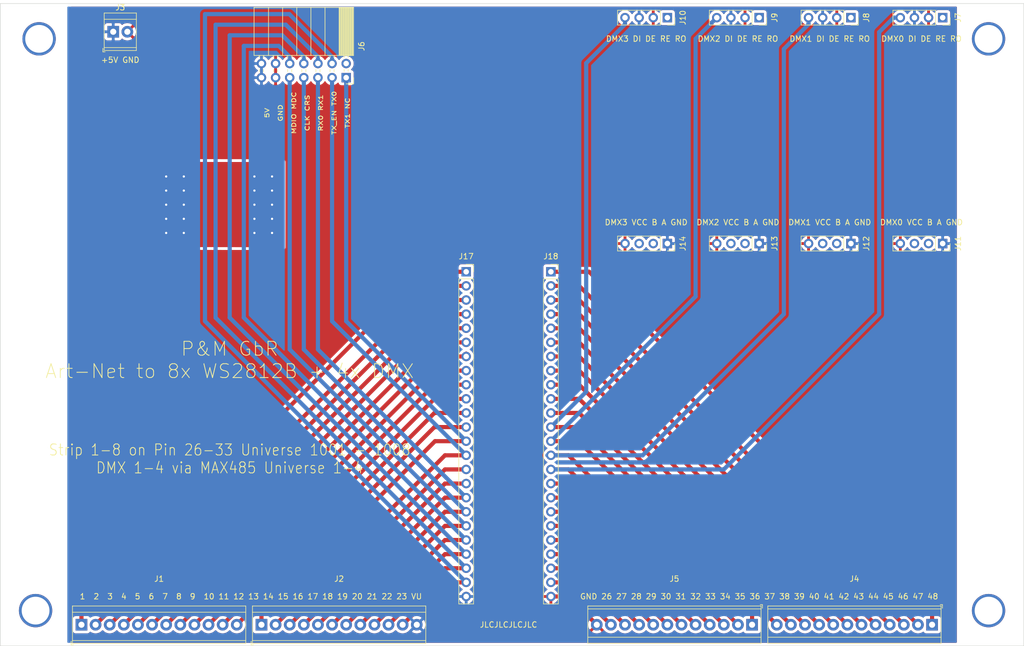
<source format=kicad_pcb>
(kicad_pcb (version 20171130) (host pcbnew "(5.1.5-0-10_14)")

  (general
    (thickness 1.6)
    (drawings 7)
    (tracks 171)
    (zones 0)
    (modules 16)
    (nets 62)
  )

  (page A4)
  (layers
    (0 F.Cu signal)
    (31 B.Cu signal)
    (32 B.Adhes user hide)
    (33 F.Adhes user hide)
    (34 B.Paste user)
    (35 F.Paste user)
    (36 B.SilkS user)
    (37 F.SilkS user)
    (38 B.Mask user)
    (39 F.Mask user)
    (40 Dwgs.User user hide)
    (41 Cmts.User user hide)
    (42 Eco1.User user hide)
    (43 Eco2.User user hide)
    (44 Edge.Cuts user)
    (45 Margin user hide)
    (46 B.CrtYd user hide)
    (47 F.CrtYd user hide)
    (48 B.Fab user hide)
    (49 F.Fab user hide)
  )

  (setup
    (last_trace_width 0.25)
    (user_trace_width 0.75)
    (trace_clearance 0.2)
    (zone_clearance 0.508)
    (zone_45_only no)
    (trace_min 0.2)
    (via_size 0.8)
    (via_drill 0.4)
    (via_min_size 0.4)
    (via_min_drill 0.3)
    (uvia_size 0.3)
    (uvia_drill 0.1)
    (uvias_allowed no)
    (uvia_min_size 0.2)
    (uvia_min_drill 0.1)
    (edge_width 0.05)
    (segment_width 0.2)
    (pcb_text_width 0.3)
    (pcb_text_size 1.5 1.5)
    (mod_edge_width 0.12)
    (mod_text_size 1 1)
    (mod_text_width 0.15)
    (pad_size 2.1 2.1)
    (pad_drill 1.1)
    (pad_to_mask_clearance 0.051)
    (solder_mask_min_width 0.25)
    (aux_axis_origin 0 0)
    (visible_elements FFFFFF7F)
    (pcbplotparams
      (layerselection 0x010fc_ffffffff)
      (usegerberextensions false)
      (usegerberattributes false)
      (usegerberadvancedattributes false)
      (creategerberjobfile false)
      (excludeedgelayer true)
      (linewidth 0.100000)
      (plotframeref false)
      (viasonmask false)
      (mode 1)
      (useauxorigin false)
      (hpglpennumber 1)
      (hpglpenspeed 20)
      (hpglpendiameter 15.000000)
      (psnegative false)
      (psa4output false)
      (plotreference true)
      (plotvalue true)
      (plotinvisibletext false)
      (padsonsilk false)
      (subtractmaskfromsilk false)
      (outputformat 1)
      (mirror false)
      (drillshape 0)
      (scaleselection 1)
      (outputdirectory "export/"))
  )

  (net 0 "")
  (net 1 "Net-(J1-Pad1)")
  (net 2 "Net-(J1-Pad2)")
  (net 3 "Net-(J1-Pad3)")
  (net 4 "Net-(J1-Pad4)")
  (net 5 "Net-(J1-Pad5)")
  (net 6 "Net-(J1-Pad6)")
  (net 7 "Net-(J1-Pad7)")
  (net 8 "Net-(J1-Pad8)")
  (net 9 "Net-(J1-Pad9)")
  (net 10 "Net-(J1-Pad10)")
  (net 11 "Net-(J1-Pad11)")
  (net 12 "Net-(J1-Pad12)")
  (net 13 "Net-(J7-Pad1)")
  (net 14 "Net-(J8-Pad1)")
  (net 15 "Net-(J9-Pad1)")
  (net 16 "Net-(J10-Pad1)")
  (net 17 "Net-(J10-Pad4)")
  (net 18 "Net-(J11-Pad3)")
  (net 19 "Net-(J11-Pad2)")
  (net 20 "Net-(J12-Pad3)")
  (net 21 "Net-(J12-Pad2)")
  (net 22 "Net-(J13-Pad3)")
  (net 23 "Net-(J13-Pad2)")
  (net 24 "Net-(J14-Pad3)")
  (net 25 "Net-(J14-Pad2)")
  (net 26 "Net-(J17-Pad13)")
  (net 27 "Net-(J17-Pad14)")
  (net 28 "Net-(J17-Pad15)")
  (net 29 "Net-(J17-Pad16)")
  (net 30 "Net-(J17-Pad17)")
  (net 31 "Net-(J17-Pad18)")
  (net 32 "Net-(J17-Pad19)")
  (net 33 "Net-(J17-Pad20)")
  (net 34 "Net-(J17-Pad21)")
  (net 35 "Net-(J17-Pad22)")
  (net 36 "Net-(J17-Pad23)")
  (net 37 "Net-(J18-Pad23)")
  (net 38 "Net-(J18-Pad22)")
  (net 39 "Net-(J18-Pad21)")
  (net 40 "Net-(J18-Pad20)")
  (net 41 "Net-(J18-Pad19)")
  (net 42 "Net-(J18-Pad18)")
  (net 43 "Net-(J18-Pad17)")
  (net 44 "Net-(J18-Pad16)")
  (net 45 "Net-(J18-Pad15)")
  (net 46 "Net-(J18-Pad14)")
  (net 47 "Net-(J18-Pad13)")
  (net 48 "Net-(J18-Pad11)")
  (net 49 "Net-(J18-Pad10)")
  (net 50 "Net-(J18-Pad9)")
  (net 51 "Net-(J18-Pad8)")
  (net 52 "Net-(J18-Pad7)")
  (net 53 "Net-(J18-Pad6)")
  (net 54 "Net-(J18-Pad5)")
  (net 55 "Net-(J18-Pad4)")
  (net 56 "Net-(J18-Pad3)")
  (net 57 "Net-(J18-Pad2)")
  (net 58 "Net-(J18-Pad1)")
  (net 59 +5V)
  (net 60 GND)
  (net 61 "Net-(J6-Pad2)")

  (net_class Default "Dies ist die voreingestellte Netzklasse."
    (clearance 0.2)
    (trace_width 0.25)
    (via_dia 0.8)
    (via_drill 0.4)
    (uvia_dia 0.3)
    (uvia_drill 0.1)
    (add_net +5V)
    (add_net GND)
    (add_net "Net-(J1-Pad1)")
    (add_net "Net-(J1-Pad10)")
    (add_net "Net-(J1-Pad11)")
    (add_net "Net-(J1-Pad12)")
    (add_net "Net-(J1-Pad2)")
    (add_net "Net-(J1-Pad3)")
    (add_net "Net-(J1-Pad4)")
    (add_net "Net-(J1-Pad5)")
    (add_net "Net-(J1-Pad6)")
    (add_net "Net-(J1-Pad7)")
    (add_net "Net-(J1-Pad8)")
    (add_net "Net-(J1-Pad9)")
    (add_net "Net-(J10-Pad1)")
    (add_net "Net-(J10-Pad4)")
    (add_net "Net-(J11-Pad2)")
    (add_net "Net-(J11-Pad3)")
    (add_net "Net-(J12-Pad2)")
    (add_net "Net-(J12-Pad3)")
    (add_net "Net-(J13-Pad2)")
    (add_net "Net-(J13-Pad3)")
    (add_net "Net-(J14-Pad2)")
    (add_net "Net-(J14-Pad3)")
    (add_net "Net-(J17-Pad13)")
    (add_net "Net-(J17-Pad14)")
    (add_net "Net-(J17-Pad15)")
    (add_net "Net-(J17-Pad16)")
    (add_net "Net-(J17-Pad17)")
    (add_net "Net-(J17-Pad18)")
    (add_net "Net-(J17-Pad19)")
    (add_net "Net-(J17-Pad20)")
    (add_net "Net-(J17-Pad21)")
    (add_net "Net-(J17-Pad22)")
    (add_net "Net-(J17-Pad23)")
    (add_net "Net-(J18-Pad1)")
    (add_net "Net-(J18-Pad10)")
    (add_net "Net-(J18-Pad11)")
    (add_net "Net-(J18-Pad13)")
    (add_net "Net-(J18-Pad14)")
    (add_net "Net-(J18-Pad15)")
    (add_net "Net-(J18-Pad16)")
    (add_net "Net-(J18-Pad17)")
    (add_net "Net-(J18-Pad18)")
    (add_net "Net-(J18-Pad19)")
    (add_net "Net-(J18-Pad2)")
    (add_net "Net-(J18-Pad20)")
    (add_net "Net-(J18-Pad21)")
    (add_net "Net-(J18-Pad22)")
    (add_net "Net-(J18-Pad23)")
    (add_net "Net-(J18-Pad3)")
    (add_net "Net-(J18-Pad4)")
    (add_net "Net-(J18-Pad5)")
    (add_net "Net-(J18-Pad6)")
    (add_net "Net-(J18-Pad7)")
    (add_net "Net-(J18-Pad8)")
    (add_net "Net-(J18-Pad9)")
    (add_net "Net-(J6-Pad2)")
    (add_net "Net-(J7-Pad1)")
    (add_net "Net-(J8-Pad1)")
    (add_net "Net-(J9-Pad1)")
  )

  (module Connector_PinSocket_2.54mm:PinSocket_1x24_P2.54mm_Vertical (layer F.Cu) (tedit 5A19A427) (tstamp 5EB87CDB)
    (at 116.205 65.405)
    (descr "Through hole straight socket strip, 1x24, 2.54mm pitch, single row (from Kicad 4.0.7), script generated")
    (tags "Through hole socket strip THT 1x24 2.54mm single row")
    (path /5EBEF8A2)
    (fp_text reference J17 (at 0 -2.77) (layer F.SilkS)
      (effects (font (size 1 1) (thickness 0.15)))
    )
    (fp_text value "CMOD A7 J1" (at 0 61.19) (layer F.Fab)
      (effects (font (size 1 1) (thickness 0.15)))
    )
    (fp_line (start -1.27 -1.27) (end 0.635 -1.27) (layer F.Fab) (width 0.1))
    (fp_line (start 0.635 -1.27) (end 1.27 -0.635) (layer F.Fab) (width 0.1))
    (fp_line (start 1.27 -0.635) (end 1.27 59.69) (layer F.Fab) (width 0.1))
    (fp_line (start 1.27 59.69) (end -1.27 59.69) (layer F.Fab) (width 0.1))
    (fp_line (start -1.27 59.69) (end -1.27 -1.27) (layer F.Fab) (width 0.1))
    (fp_line (start -1.33 1.27) (end 1.33 1.27) (layer F.SilkS) (width 0.12))
    (fp_line (start -1.33 1.27) (end -1.33 59.75) (layer F.SilkS) (width 0.12))
    (fp_line (start -1.33 59.75) (end 1.33 59.75) (layer F.SilkS) (width 0.12))
    (fp_line (start 1.33 1.27) (end 1.33 59.75) (layer F.SilkS) (width 0.12))
    (fp_line (start 1.33 -1.33) (end 1.33 0) (layer F.SilkS) (width 0.12))
    (fp_line (start 0 -1.33) (end 1.33 -1.33) (layer F.SilkS) (width 0.12))
    (fp_line (start -1.8 -1.8) (end 1.75 -1.8) (layer F.CrtYd) (width 0.05))
    (fp_line (start 1.75 -1.8) (end 1.75 60.2) (layer F.CrtYd) (width 0.05))
    (fp_line (start 1.75 60.2) (end -1.8 60.2) (layer F.CrtYd) (width 0.05))
    (fp_line (start -1.8 60.2) (end -1.8 -1.8) (layer F.CrtYd) (width 0.05))
    (fp_text user %R (at 0 29.21 90) (layer F.Fab)
      (effects (font (size 1 1) (thickness 0.15)))
    )
    (pad 1 thru_hole rect (at 0 0) (size 1.7 1.7) (drill 1) (layers *.Cu *.Mask)
      (net 1 "Net-(J1-Pad1)"))
    (pad 2 thru_hole oval (at 0 2.54) (size 1.7 1.7) (drill 1) (layers *.Cu *.Mask)
      (net 2 "Net-(J1-Pad2)"))
    (pad 3 thru_hole oval (at 0 5.08) (size 1.7 1.7) (drill 1) (layers *.Cu *.Mask)
      (net 3 "Net-(J1-Pad3)"))
    (pad 4 thru_hole oval (at 0 7.62) (size 1.7 1.7) (drill 1) (layers *.Cu *.Mask)
      (net 4 "Net-(J1-Pad4)"))
    (pad 5 thru_hole oval (at 0 10.16) (size 1.7 1.7) (drill 1) (layers *.Cu *.Mask)
      (net 5 "Net-(J1-Pad5)"))
    (pad 6 thru_hole oval (at 0 12.7) (size 1.7 1.7) (drill 1) (layers *.Cu *.Mask)
      (net 6 "Net-(J1-Pad6)"))
    (pad 7 thru_hole oval (at 0 15.24) (size 1.7 1.7) (drill 1) (layers *.Cu *.Mask)
      (net 7 "Net-(J1-Pad7)"))
    (pad 8 thru_hole oval (at 0 17.78) (size 1.7 1.7) (drill 1) (layers *.Cu *.Mask)
      (net 8 "Net-(J1-Pad8)"))
    (pad 9 thru_hole oval (at 0 20.32) (size 1.7 1.7) (drill 1) (layers *.Cu *.Mask)
      (net 9 "Net-(J1-Pad9)"))
    (pad 10 thru_hole oval (at 0 22.86) (size 1.7 1.7) (drill 1) (layers *.Cu *.Mask)
      (net 10 "Net-(J1-Pad10)"))
    (pad 11 thru_hole oval (at 0 25.4) (size 1.7 1.7) (drill 1) (layers *.Cu *.Mask)
      (net 11 "Net-(J1-Pad11)"))
    (pad 12 thru_hole oval (at 0 27.94) (size 1.7 1.7) (drill 1) (layers *.Cu *.Mask)
      (net 12 "Net-(J1-Pad12)"))
    (pad 13 thru_hole oval (at 0 30.48) (size 1.7 1.7) (drill 1) (layers *.Cu *.Mask)
      (net 26 "Net-(J17-Pad13)"))
    (pad 14 thru_hole oval (at 0 33.02) (size 1.7 1.7) (drill 1) (layers *.Cu *.Mask)
      (net 27 "Net-(J17-Pad14)"))
    (pad 15 thru_hole oval (at 0 35.56) (size 1.7 1.7) (drill 1) (layers *.Cu *.Mask)
      (net 28 "Net-(J17-Pad15)"))
    (pad 16 thru_hole oval (at 0 38.1) (size 1.7 1.7) (drill 1) (layers *.Cu *.Mask)
      (net 29 "Net-(J17-Pad16)"))
    (pad 17 thru_hole oval (at 0 40.64) (size 1.7 1.7) (drill 1) (layers *.Cu *.Mask)
      (net 30 "Net-(J17-Pad17)"))
    (pad 18 thru_hole oval (at 0 43.18) (size 1.7 1.7) (drill 1) (layers *.Cu *.Mask)
      (net 31 "Net-(J17-Pad18)"))
    (pad 19 thru_hole oval (at 0 45.72) (size 1.7 1.7) (drill 1) (layers *.Cu *.Mask)
      (net 32 "Net-(J17-Pad19)"))
    (pad 20 thru_hole oval (at 0 48.26) (size 1.7 1.7) (drill 1) (layers *.Cu *.Mask)
      (net 33 "Net-(J17-Pad20)"))
    (pad 21 thru_hole oval (at 0 50.8) (size 1.7 1.7) (drill 1) (layers *.Cu *.Mask)
      (net 34 "Net-(J17-Pad21)"))
    (pad 22 thru_hole oval (at 0 53.34) (size 1.7 1.7) (drill 1) (layers *.Cu *.Mask)
      (net 35 "Net-(J17-Pad22)"))
    (pad 23 thru_hole oval (at 0 55.88) (size 1.7 1.7) (drill 1) (layers *.Cu *.Mask)
      (net 36 "Net-(J17-Pad23)"))
    (pad 24 thru_hole oval (at 0 58.42) (size 1.7 1.7) (drill 1) (layers *.Cu *.Mask)
      (net 59 +5V))
    (model ${KISYS3DMOD}/Connector_PinSocket_2.54mm.3dshapes/PinSocket_1x24_P2.54mm_Vertical.wrl
      (at (xyz 0 0 0))
      (scale (xyz 1 1 1))
      (rotate (xyz 0 0 0))
    )
  )

  (module Connector_PinSocket_2.54mm:PinSocket_1x04_P2.54mm_Vertical (layer F.Cu) (tedit 5A19A429) (tstamp 5EB87C07)
    (at 201.93 19.685 270)
    (descr "Through hole straight socket strip, 1x04, 2.54mm pitch, single row (from Kicad 4.0.7), script generated")
    (tags "Through hole socket strip THT 1x04 2.54mm single row")
    (path /5EBA115E)
    (fp_text reference J7 (at 0 -2.77 90) (layer F.SilkS)
      (effects (font (size 1 1) (thickness 0.15)))
    )
    (fp_text value "DMX0 DI DE RE RO" (at 3.81 3.81) (layer F.SilkS)
      (effects (font (size 1 1) (thickness 0.15)))
    )
    (fp_line (start -1.27 -1.27) (end 0.635 -1.27) (layer F.Fab) (width 0.1))
    (fp_line (start 0.635 -1.27) (end 1.27 -0.635) (layer F.Fab) (width 0.1))
    (fp_line (start 1.27 -0.635) (end 1.27 8.89) (layer F.Fab) (width 0.1))
    (fp_line (start 1.27 8.89) (end -1.27 8.89) (layer F.Fab) (width 0.1))
    (fp_line (start -1.27 8.89) (end -1.27 -1.27) (layer F.Fab) (width 0.1))
    (fp_line (start -1.33 1.27) (end 1.33 1.27) (layer F.SilkS) (width 0.12))
    (fp_line (start -1.33 1.27) (end -1.33 8.95) (layer F.SilkS) (width 0.12))
    (fp_line (start -1.33 8.95) (end 1.33 8.95) (layer F.SilkS) (width 0.12))
    (fp_line (start 1.33 1.27) (end 1.33 8.95) (layer F.SilkS) (width 0.12))
    (fp_line (start 1.33 -1.33) (end 1.33 0) (layer F.SilkS) (width 0.12))
    (fp_line (start 0 -1.33) (end 1.33 -1.33) (layer F.SilkS) (width 0.12))
    (fp_line (start -1.8 -1.8) (end 1.75 -1.8) (layer F.CrtYd) (width 0.05))
    (fp_line (start 1.75 -1.8) (end 1.75 9.4) (layer F.CrtYd) (width 0.05))
    (fp_line (start 1.75 9.4) (end -1.8 9.4) (layer F.CrtYd) (width 0.05))
    (fp_line (start -1.8 9.4) (end -1.8 -1.8) (layer F.CrtYd) (width 0.05))
    (fp_text user %R (at 0 3.81) (layer F.Fab)
      (effects (font (size 1 1) (thickness 0.15)))
    )
    (pad 1 thru_hole rect (at 0 0 270) (size 1.7 1.7) (drill 1) (layers *.Cu *.Mask)
      (net 13 "Net-(J7-Pad1)"))
    (pad 2 thru_hole oval (at 0 2.54 270) (size 1.7 1.7) (drill 1) (layers *.Cu *.Mask)
      (net 60 GND))
    (pad 3 thru_hole oval (at 0 5.08 270) (size 1.7 1.7) (drill 1) (layers *.Cu *.Mask)
      (net 59 +5V))
    (pad 4 thru_hole oval (at 0 7.62 270) (size 1.7 1.7) (drill 1) (layers *.Cu *.Mask)
      (net 45 "Net-(J18-Pad15)"))
    (model ${KISYS3DMOD}/Connector_PinSocket_2.54mm.3dshapes/PinSocket_1x04_P2.54mm_Vertical.wrl
      (at (xyz 0 0 0))
      (scale (xyz 1 1 1))
      (rotate (xyz 0 0 0))
    )
  )

  (module Connector_PinSocket_2.54mm:PinSocket_2x07_P2.54mm_Horizontal (layer F.Cu) (tedit 5A19A422) (tstamp 5EB8928C)
    (at 94.615 30.48 270)
    (descr "Through hole angled socket strip, 2x07, 2.54mm pitch, 8.51mm socket length, double cols (from Kicad 4.0.7), script generated")
    (tags "Through hole angled socket strip THT 2x07 2.54mm double row")
    (path /5EDAE843)
    (fp_text reference J6 (at -5.65 -2.77 90) (layer F.SilkS)
      (effects (font (size 1 1) (thickness 0.15)))
    )
    (fp_text value LAN8720 (at -5.65 18.01 90) (layer F.Fab)
      (effects (font (size 1 1) (thickness 0.15)))
    )
    (fp_line (start -12.57 -1.27) (end -5.03 -1.27) (layer F.Fab) (width 0.1))
    (fp_line (start -5.03 -1.27) (end -4.06 -0.3) (layer F.Fab) (width 0.1))
    (fp_line (start -4.06 -0.3) (end -4.06 16.51) (layer F.Fab) (width 0.1))
    (fp_line (start -4.06 16.51) (end -12.57 16.51) (layer F.Fab) (width 0.1))
    (fp_line (start -12.57 16.51) (end -12.57 -1.27) (layer F.Fab) (width 0.1))
    (fp_line (start 0 -0.3) (end -4.06 -0.3) (layer F.Fab) (width 0.1))
    (fp_line (start -4.06 0.3) (end 0 0.3) (layer F.Fab) (width 0.1))
    (fp_line (start 0 0.3) (end 0 -0.3) (layer F.Fab) (width 0.1))
    (fp_line (start 0 2.24) (end -4.06 2.24) (layer F.Fab) (width 0.1))
    (fp_line (start -4.06 2.84) (end 0 2.84) (layer F.Fab) (width 0.1))
    (fp_line (start 0 2.84) (end 0 2.24) (layer F.Fab) (width 0.1))
    (fp_line (start 0 4.78) (end -4.06 4.78) (layer F.Fab) (width 0.1))
    (fp_line (start -4.06 5.38) (end 0 5.38) (layer F.Fab) (width 0.1))
    (fp_line (start 0 5.38) (end 0 4.78) (layer F.Fab) (width 0.1))
    (fp_line (start 0 7.32) (end -4.06 7.32) (layer F.Fab) (width 0.1))
    (fp_line (start -4.06 7.92) (end 0 7.92) (layer F.Fab) (width 0.1))
    (fp_line (start 0 7.92) (end 0 7.32) (layer F.Fab) (width 0.1))
    (fp_line (start 0 9.86) (end -4.06 9.86) (layer F.Fab) (width 0.1))
    (fp_line (start -4.06 10.46) (end 0 10.46) (layer F.Fab) (width 0.1))
    (fp_line (start 0 10.46) (end 0 9.86) (layer F.Fab) (width 0.1))
    (fp_line (start 0 12.4) (end -4.06 12.4) (layer F.Fab) (width 0.1))
    (fp_line (start -4.06 13) (end 0 13) (layer F.Fab) (width 0.1))
    (fp_line (start 0 13) (end 0 12.4) (layer F.Fab) (width 0.1))
    (fp_line (start 0 14.94) (end -4.06 14.94) (layer F.Fab) (width 0.1))
    (fp_line (start -4.06 15.54) (end 0 15.54) (layer F.Fab) (width 0.1))
    (fp_line (start 0 15.54) (end 0 14.94) (layer F.Fab) (width 0.1))
    (fp_line (start -12.63 -1.21) (end -4 -1.21) (layer F.SilkS) (width 0.12))
    (fp_line (start -12.63 -1.091905) (end -4 -1.091905) (layer F.SilkS) (width 0.12))
    (fp_line (start -12.63 -0.97381) (end -4 -0.97381) (layer F.SilkS) (width 0.12))
    (fp_line (start -12.63 -0.855715) (end -4 -0.855715) (layer F.SilkS) (width 0.12))
    (fp_line (start -12.63 -0.73762) (end -4 -0.73762) (layer F.SilkS) (width 0.12))
    (fp_line (start -12.63 -0.619525) (end -4 -0.619525) (layer F.SilkS) (width 0.12))
    (fp_line (start -12.63 -0.50143) (end -4 -0.50143) (layer F.SilkS) (width 0.12))
    (fp_line (start -12.63 -0.383335) (end -4 -0.383335) (layer F.SilkS) (width 0.12))
    (fp_line (start -12.63 -0.26524) (end -4 -0.26524) (layer F.SilkS) (width 0.12))
    (fp_line (start -12.63 -0.147145) (end -4 -0.147145) (layer F.SilkS) (width 0.12))
    (fp_line (start -12.63 -0.02905) (end -4 -0.02905) (layer F.SilkS) (width 0.12))
    (fp_line (start -12.63 0.089045) (end -4 0.089045) (layer F.SilkS) (width 0.12))
    (fp_line (start -12.63 0.20714) (end -4 0.20714) (layer F.SilkS) (width 0.12))
    (fp_line (start -12.63 0.325235) (end -4 0.325235) (layer F.SilkS) (width 0.12))
    (fp_line (start -12.63 0.44333) (end -4 0.44333) (layer F.SilkS) (width 0.12))
    (fp_line (start -12.63 0.561425) (end -4 0.561425) (layer F.SilkS) (width 0.12))
    (fp_line (start -12.63 0.67952) (end -4 0.67952) (layer F.SilkS) (width 0.12))
    (fp_line (start -12.63 0.797615) (end -4 0.797615) (layer F.SilkS) (width 0.12))
    (fp_line (start -12.63 0.91571) (end -4 0.91571) (layer F.SilkS) (width 0.12))
    (fp_line (start -12.63 1.033805) (end -4 1.033805) (layer F.SilkS) (width 0.12))
    (fp_line (start -12.63 1.1519) (end -4 1.1519) (layer F.SilkS) (width 0.12))
    (fp_line (start -4 -0.36) (end -3.59 -0.36) (layer F.SilkS) (width 0.12))
    (fp_line (start -1.49 -0.36) (end -1.11 -0.36) (layer F.SilkS) (width 0.12))
    (fp_line (start -4 0.36) (end -3.59 0.36) (layer F.SilkS) (width 0.12))
    (fp_line (start -1.49 0.36) (end -1.11 0.36) (layer F.SilkS) (width 0.12))
    (fp_line (start -4 2.18) (end -3.59 2.18) (layer F.SilkS) (width 0.12))
    (fp_line (start -1.49 2.18) (end -1.05 2.18) (layer F.SilkS) (width 0.12))
    (fp_line (start -4 2.9) (end -3.59 2.9) (layer F.SilkS) (width 0.12))
    (fp_line (start -1.49 2.9) (end -1.05 2.9) (layer F.SilkS) (width 0.12))
    (fp_line (start -4 4.72) (end -3.59 4.72) (layer F.SilkS) (width 0.12))
    (fp_line (start -1.49 4.72) (end -1.05 4.72) (layer F.SilkS) (width 0.12))
    (fp_line (start -4 5.44) (end -3.59 5.44) (layer F.SilkS) (width 0.12))
    (fp_line (start -1.49 5.44) (end -1.05 5.44) (layer F.SilkS) (width 0.12))
    (fp_line (start -4 7.26) (end -3.59 7.26) (layer F.SilkS) (width 0.12))
    (fp_line (start -1.49 7.26) (end -1.05 7.26) (layer F.SilkS) (width 0.12))
    (fp_line (start -4 7.98) (end -3.59 7.98) (layer F.SilkS) (width 0.12))
    (fp_line (start -1.49 7.98) (end -1.05 7.98) (layer F.SilkS) (width 0.12))
    (fp_line (start -4 9.8) (end -3.59 9.8) (layer F.SilkS) (width 0.12))
    (fp_line (start -1.49 9.8) (end -1.05 9.8) (layer F.SilkS) (width 0.12))
    (fp_line (start -4 10.52) (end -3.59 10.52) (layer F.SilkS) (width 0.12))
    (fp_line (start -1.49 10.52) (end -1.05 10.52) (layer F.SilkS) (width 0.12))
    (fp_line (start -4 12.34) (end -3.59 12.34) (layer F.SilkS) (width 0.12))
    (fp_line (start -1.49 12.34) (end -1.05 12.34) (layer F.SilkS) (width 0.12))
    (fp_line (start -4 13.06) (end -3.59 13.06) (layer F.SilkS) (width 0.12))
    (fp_line (start -1.49 13.06) (end -1.05 13.06) (layer F.SilkS) (width 0.12))
    (fp_line (start -4 14.88) (end -3.59 14.88) (layer F.SilkS) (width 0.12))
    (fp_line (start -1.49 14.88) (end -1.05 14.88) (layer F.SilkS) (width 0.12))
    (fp_line (start -4 15.6) (end -3.59 15.6) (layer F.SilkS) (width 0.12))
    (fp_line (start -1.49 15.6) (end -1.05 15.6) (layer F.SilkS) (width 0.12))
    (fp_line (start -12.63 1.27) (end -4 1.27) (layer F.SilkS) (width 0.12))
    (fp_line (start -12.63 3.81) (end -4 3.81) (layer F.SilkS) (width 0.12))
    (fp_line (start -12.63 6.35) (end -4 6.35) (layer F.SilkS) (width 0.12))
    (fp_line (start -12.63 8.89) (end -4 8.89) (layer F.SilkS) (width 0.12))
    (fp_line (start -12.63 11.43) (end -4 11.43) (layer F.SilkS) (width 0.12))
    (fp_line (start -12.63 13.97) (end -4 13.97) (layer F.SilkS) (width 0.12))
    (fp_line (start -12.63 -1.33) (end -4 -1.33) (layer F.SilkS) (width 0.12))
    (fp_line (start -4 -1.33) (end -4 16.57) (layer F.SilkS) (width 0.12))
    (fp_line (start -12.63 16.57) (end -4 16.57) (layer F.SilkS) (width 0.12))
    (fp_line (start -12.63 -1.33) (end -12.63 16.57) (layer F.SilkS) (width 0.12))
    (fp_line (start 1.11 -1.33) (end 1.11 0) (layer F.SilkS) (width 0.12))
    (fp_line (start 0 -1.33) (end 1.11 -1.33) (layer F.SilkS) (width 0.12))
    (fp_line (start 1.8 -1.75) (end -13.05 -1.75) (layer F.CrtYd) (width 0.05))
    (fp_line (start -13.05 -1.75) (end -13.05 17.05) (layer F.CrtYd) (width 0.05))
    (fp_line (start -13.05 17.05) (end 1.8 17.05) (layer F.CrtYd) (width 0.05))
    (fp_line (start 1.8 17.05) (end 1.8 -1.75) (layer F.CrtYd) (width 0.05))
    (fp_text user %R (at -8.315 7.62) (layer F.Fab)
      (effects (font (size 1 1) (thickness 0.15)))
    )
    (pad 1 thru_hole rect (at 0 0 270) (size 1.7 1.7) (drill 1) (layers *.Cu *.Mask)
      (net 26 "Net-(J17-Pad13)"))
    (pad 2 thru_hole oval (at -2.54 0 270) (size 1.7 1.7) (drill 1) (layers *.Cu *.Mask)
      (net 61 "Net-(J6-Pad2)"))
    (pad 3 thru_hole oval (at 0 2.54 270) (size 1.7 1.7) (drill 1) (layers *.Cu *.Mask)
      (net 27 "Net-(J17-Pad14)"))
    (pad 4 thru_hole oval (at -2.54 2.54 270) (size 1.7 1.7) (drill 1) (layers *.Cu *.Mask)
      (net 36 "Net-(J17-Pad23)"))
    (pad 5 thru_hole oval (at 0 5.08 270) (size 1.7 1.7) (drill 1) (layers *.Cu *.Mask)
      (net 30 "Net-(J17-Pad17)"))
    (pad 6 thru_hole oval (at -2.54 5.08 270) (size 1.7 1.7) (drill 1) (layers *.Cu *.Mask)
      (net 35 "Net-(J17-Pad22)"))
    (pad 7 thru_hole oval (at 0 7.62 270) (size 1.7 1.7) (drill 1) (layers *.Cu *.Mask)
      (net 31 "Net-(J17-Pad18)"))
    (pad 8 thru_hole oval (at -2.54 7.62 270) (size 1.7 1.7) (drill 1) (layers *.Cu *.Mask)
      (net 34 "Net-(J17-Pad21)"))
    (pad 9 thru_hole oval (at 0 10.16 270) (size 1.7 1.7) (drill 1) (layers *.Cu *.Mask)
      (net 32 "Net-(J17-Pad19)"))
    (pad 10 thru_hole oval (at -2.54 10.16 270) (size 1.7 1.7) (drill 1) (layers *.Cu *.Mask)
      (net 33 "Net-(J17-Pad20)"))
    (pad 11 thru_hole oval (at 0 12.7 270) (size 1.7 1.7) (drill 1) (layers *.Cu *.Mask)
      (net 60 GND))
    (pad 12 thru_hole oval (at -2.54 12.7 270) (size 1.7 1.7) (drill 1) (layers *.Cu *.Mask)
      (net 60 GND))
    (pad 13 thru_hole oval (at 0 15.24 270) (size 1.7 1.7) (drill 1) (layers *.Cu *.Mask)
      (net 59 +5V))
    (pad 14 thru_hole oval (at -2.54 15.24 270) (size 1.7 1.7) (drill 1) (layers *.Cu *.Mask)
      (net 59 +5V))
    (model ${KISYS3DMOD}/Connector_PinSocket_2.54mm.3dshapes/PinSocket_2x07_P2.54mm_Horizontal.wrl
      (at (xyz 0 0 0))
      (scale (xyz 1 1 1))
      (rotate (xyz 0 0 0))
    )
  )

  (module TerminalBlock_TE-Connectivity:TerminalBlock_TE_1-282834-2_1x12_P2.54mm_Horizontal (layer F.Cu) (tedit 5B1EC517) (tstamp 5EB87BEF)
    (at 167.64 128.905 180)
    (descr "Terminal Block TE 1-282834-2, 12 pins, pitch 2.54mm, size 30.94x6.5mm^2, drill diamater 1.1mm, pad diameter 2.1mm, see http://www.te.com/commerce/DocumentDelivery/DDEController?Action=showdoc&DocId=Customer+Drawing%7F282834%7FC1%7Fpdf%7FEnglish%7FENG_CD_282834_C1.pdf, script-generated using https://github.com/pointhi/kicad-footprint-generator/scripts/TerminalBlock_TE-Connectivity")
    (tags "THT Terminal Block TE 1-282834-2 pitch 2.54mm size 30.94x6.5mm^2 drill 1.1mm pad 2.1mm")
    (path /5EBFCB16)
    (fp_text reference J5 (at 13.97 8.255) (layer F.SilkS)
      (effects (font (size 1 1) (thickness 0.15)))
    )
    (fp_text value "FPGA PIN 25-36" (at 13.335 -4.445) (layer F.Fab)
      (effects (font (size 1 1) (thickness 0.15)))
    )
    (fp_text user %R (at 13.97 2) (layer F.Fab)
      (effects (font (size 1 1) (thickness 0.15)))
    )
    (fp_line (start 29.94 -3.75) (end -2 -3.75) (layer F.CrtYd) (width 0.05))
    (fp_line (start 29.94 3.75) (end 29.94 -3.75) (layer F.CrtYd) (width 0.05))
    (fp_line (start -2 3.75) (end 29.94 3.75) (layer F.CrtYd) (width 0.05))
    (fp_line (start -2 -3.75) (end -2 3.75) (layer F.CrtYd) (width 0.05))
    (fp_line (start -1.86 3.61) (end -1.46 3.61) (layer F.SilkS) (width 0.12))
    (fp_line (start -1.86 2.97) (end -1.86 3.61) (layer F.SilkS) (width 0.12))
    (fp_line (start 28.641 -0.835) (end 27.106 0.7) (layer F.Fab) (width 0.1))
    (fp_line (start 28.775 -0.7) (end 27.24 0.835) (layer F.Fab) (width 0.1))
    (fp_line (start 26.101 -0.835) (end 24.566 0.7) (layer F.Fab) (width 0.1))
    (fp_line (start 26.235 -0.7) (end 24.7 0.835) (layer F.Fab) (width 0.1))
    (fp_line (start 23.561 -0.835) (end 22.026 0.7) (layer F.Fab) (width 0.1))
    (fp_line (start 23.695 -0.7) (end 22.16 0.835) (layer F.Fab) (width 0.1))
    (fp_line (start 21.021 -0.835) (end 19.486 0.7) (layer F.Fab) (width 0.1))
    (fp_line (start 21.155 -0.7) (end 19.62 0.835) (layer F.Fab) (width 0.1))
    (fp_line (start 18.481 -0.835) (end 16.946 0.7) (layer F.Fab) (width 0.1))
    (fp_line (start 18.615 -0.7) (end 17.08 0.835) (layer F.Fab) (width 0.1))
    (fp_line (start 15.941 -0.835) (end 14.406 0.7) (layer F.Fab) (width 0.1))
    (fp_line (start 16.075 -0.7) (end 14.54 0.835) (layer F.Fab) (width 0.1))
    (fp_line (start 13.401 -0.835) (end 11.866 0.7) (layer F.Fab) (width 0.1))
    (fp_line (start 13.535 -0.7) (end 12 0.835) (layer F.Fab) (width 0.1))
    (fp_line (start 10.861 -0.835) (end 9.326 0.7) (layer F.Fab) (width 0.1))
    (fp_line (start 10.995 -0.7) (end 9.46 0.835) (layer F.Fab) (width 0.1))
    (fp_line (start 8.321 -0.835) (end 6.786 0.7) (layer F.Fab) (width 0.1))
    (fp_line (start 8.455 -0.7) (end 6.92 0.835) (layer F.Fab) (width 0.1))
    (fp_line (start 5.781 -0.835) (end 4.246 0.7) (layer F.Fab) (width 0.1))
    (fp_line (start 5.915 -0.7) (end 4.38 0.835) (layer F.Fab) (width 0.1))
    (fp_line (start 3.241 -0.835) (end 1.706 0.7) (layer F.Fab) (width 0.1))
    (fp_line (start 3.375 -0.7) (end 1.84 0.835) (layer F.Fab) (width 0.1))
    (fp_line (start 0.701 -0.835) (end -0.835 0.7) (layer F.Fab) (width 0.1))
    (fp_line (start 0.835 -0.7) (end -0.701 0.835) (layer F.Fab) (width 0.1))
    (fp_line (start 29.56 -3.37) (end 29.56 3.37) (layer F.SilkS) (width 0.12))
    (fp_line (start -1.62 -3.37) (end -1.62 3.37) (layer F.SilkS) (width 0.12))
    (fp_line (start -1.62 3.37) (end 29.56 3.37) (layer F.SilkS) (width 0.12))
    (fp_line (start -1.62 -3.37) (end 29.56 -3.37) (layer F.SilkS) (width 0.12))
    (fp_line (start -1.62 -2.25) (end 29.56 -2.25) (layer F.SilkS) (width 0.12))
    (fp_line (start -1.5 -2.25) (end 29.44 -2.25) (layer F.Fab) (width 0.1))
    (fp_line (start -1.62 2.85) (end 29.56 2.85) (layer F.SilkS) (width 0.12))
    (fp_line (start -1.5 2.85) (end 29.44 2.85) (layer F.Fab) (width 0.1))
    (fp_line (start -1.5 2.85) (end -1.5 -3.25) (layer F.Fab) (width 0.1))
    (fp_line (start -1.1 3.25) (end -1.5 2.85) (layer F.Fab) (width 0.1))
    (fp_line (start 29.44 3.25) (end -1.1 3.25) (layer F.Fab) (width 0.1))
    (fp_line (start 29.44 -3.25) (end 29.44 3.25) (layer F.Fab) (width 0.1))
    (fp_line (start -1.5 -3.25) (end 29.44 -3.25) (layer F.Fab) (width 0.1))
    (fp_circle (center 27.94 0) (end 29.04 0) (layer F.Fab) (width 0.1))
    (fp_circle (center 25.4 0) (end 26.5 0) (layer F.Fab) (width 0.1))
    (fp_circle (center 22.86 0) (end 23.96 0) (layer F.Fab) (width 0.1))
    (fp_circle (center 20.32 0) (end 21.42 0) (layer F.Fab) (width 0.1))
    (fp_circle (center 17.78 0) (end 18.88 0) (layer F.Fab) (width 0.1))
    (fp_circle (center 15.24 0) (end 16.34 0) (layer F.Fab) (width 0.1))
    (fp_circle (center 12.7 0) (end 13.8 0) (layer F.Fab) (width 0.1))
    (fp_circle (center 10.16 0) (end 11.26 0) (layer F.Fab) (width 0.1))
    (fp_circle (center 7.62 0) (end 8.72 0) (layer F.Fab) (width 0.1))
    (fp_circle (center 5.08 0) (end 6.18 0) (layer F.Fab) (width 0.1))
    (fp_circle (center 2.54 0) (end 3.64 0) (layer F.Fab) (width 0.1))
    (fp_circle (center 0 0) (end 1.1 0) (layer F.Fab) (width 0.1))
    (pad 12 thru_hole circle (at 27.94 0 180) (size 2.1 2.1) (drill 1.1) (layers *.Cu *.Mask)
      (net 60 GND))
    (pad 11 thru_hole circle (at 25.4 0 180) (size 2.1 2.1) (drill 1.1) (layers *.Cu *.Mask)
      (net 37 "Net-(J18-Pad23)"))
    (pad 10 thru_hole circle (at 22.86 0 180) (size 2.1 2.1) (drill 1.1) (layers *.Cu *.Mask)
      (net 38 "Net-(J18-Pad22)"))
    (pad 9 thru_hole circle (at 20.32 0 180) (size 2.1 2.1) (drill 1.1) (layers *.Cu *.Mask)
      (net 39 "Net-(J18-Pad21)"))
    (pad 8 thru_hole circle (at 17.78 0 180) (size 2.1 2.1) (drill 1.1) (layers *.Cu *.Mask)
      (net 40 "Net-(J18-Pad20)"))
    (pad 7 thru_hole circle (at 15.24 0 180) (size 2.1 2.1) (drill 1.1) (layers *.Cu *.Mask)
      (net 41 "Net-(J18-Pad19)"))
    (pad 6 thru_hole circle (at 12.7 0 180) (size 2.1 2.1) (drill 1.1) (layers *.Cu *.Mask)
      (net 42 "Net-(J18-Pad18)"))
    (pad 5 thru_hole circle (at 10.16 0 180) (size 2.1 2.1) (drill 1.1) (layers *.Cu *.Mask)
      (net 43 "Net-(J18-Pad17)"))
    (pad 4 thru_hole circle (at 7.62 0 180) (size 2.1 2.1) (drill 1.1) (layers *.Cu *.Mask)
      (net 44 "Net-(J18-Pad16)"))
    (pad 3 thru_hole circle (at 5.08 0 180) (size 2.1 2.1) (drill 1.1) (layers *.Cu *.Mask)
      (net 45 "Net-(J18-Pad15)"))
    (pad 2 thru_hole circle (at 2.54 0 180) (size 2.1 2.1) (drill 1.1) (layers *.Cu *.Mask)
      (net 46 "Net-(J18-Pad14)"))
    (pad 1 thru_hole rect (at 0 0 180) (size 2.1 2.1) (drill 1.1) (layers *.Cu *.Mask)
      (net 47 "Net-(J18-Pad13)"))
    (model ${KISYS3DMOD}/TerminalBlock_TE-Connectivity.3dshapes/TerminalBlock_TE_1-282834-2_1x12_P2.54mm_Horizontal.wrl
      (at (xyz 0 0 0))
      (scale (xyz 1 1 1))
      (rotate (xyz 0 0 0))
    )
  )

  (module TerminalBlock_TE-Connectivity:TerminalBlock_TE_1-282834-2_1x12_P2.54mm_Horizontal (layer F.Cu) (tedit 5B1EC517) (tstamp 5EB87BA7)
    (at 200.025 128.905 180)
    (descr "Terminal Block TE 1-282834-2, 12 pins, pitch 2.54mm, size 30.94x6.5mm^2, drill diamater 1.1mm, pad diameter 2.1mm, see http://www.te.com/commerce/DocumentDelivery/DDEController?Action=showdoc&DocId=Customer+Drawing%7F282834%7FC1%7Fpdf%7FEnglish%7FENG_CD_282834_C1.pdf, script-generated using https://github.com/pointhi/kicad-footprint-generator/scripts/TerminalBlock_TE-Connectivity")
    (tags "THT Terminal Block TE 1-282834-2 pitch 2.54mm size 30.94x6.5mm^2 drill 1.1mm pad 2.1mm")
    (path /5EBFAF44)
    (fp_text reference J4 (at 13.97 8.255) (layer F.SilkS)
      (effects (font (size 1 1) (thickness 0.15)))
    )
    (fp_text value "FPGA PIN 37-48" (at 15.24 -4.445) (layer F.Fab)
      (effects (font (size 1 1) (thickness 0.15)))
    )
    (fp_circle (center 0 0) (end 1.1 0) (layer F.Fab) (width 0.1))
    (fp_circle (center 2.54 0) (end 3.64 0) (layer F.Fab) (width 0.1))
    (fp_circle (center 5.08 0) (end 6.18 0) (layer F.Fab) (width 0.1))
    (fp_circle (center 7.62 0) (end 8.72 0) (layer F.Fab) (width 0.1))
    (fp_circle (center 10.16 0) (end 11.26 0) (layer F.Fab) (width 0.1))
    (fp_circle (center 12.7 0) (end 13.8 0) (layer F.Fab) (width 0.1))
    (fp_circle (center 15.24 0) (end 16.34 0) (layer F.Fab) (width 0.1))
    (fp_circle (center 17.78 0) (end 18.88 0) (layer F.Fab) (width 0.1))
    (fp_circle (center 20.32 0) (end 21.42 0) (layer F.Fab) (width 0.1))
    (fp_circle (center 22.86 0) (end 23.96 0) (layer F.Fab) (width 0.1))
    (fp_circle (center 25.4 0) (end 26.5 0) (layer F.Fab) (width 0.1))
    (fp_circle (center 27.94 0) (end 29.04 0) (layer F.Fab) (width 0.1))
    (fp_line (start -1.5 -3.25) (end 29.44 -3.25) (layer F.Fab) (width 0.1))
    (fp_line (start 29.44 -3.25) (end 29.44 3.25) (layer F.Fab) (width 0.1))
    (fp_line (start 29.44 3.25) (end -1.1 3.25) (layer F.Fab) (width 0.1))
    (fp_line (start -1.1 3.25) (end -1.5 2.85) (layer F.Fab) (width 0.1))
    (fp_line (start -1.5 2.85) (end -1.5 -3.25) (layer F.Fab) (width 0.1))
    (fp_line (start -1.5 2.85) (end 29.44 2.85) (layer F.Fab) (width 0.1))
    (fp_line (start -1.62 2.85) (end 29.56 2.85) (layer F.SilkS) (width 0.12))
    (fp_line (start -1.5 -2.25) (end 29.44 -2.25) (layer F.Fab) (width 0.1))
    (fp_line (start -1.62 -2.25) (end 29.56 -2.25) (layer F.SilkS) (width 0.12))
    (fp_line (start -1.62 -3.37) (end 29.56 -3.37) (layer F.SilkS) (width 0.12))
    (fp_line (start -1.62 3.37) (end 29.56 3.37) (layer F.SilkS) (width 0.12))
    (fp_line (start -1.62 -3.37) (end -1.62 3.37) (layer F.SilkS) (width 0.12))
    (fp_line (start 29.56 -3.37) (end 29.56 3.37) (layer F.SilkS) (width 0.12))
    (fp_line (start 0.835 -0.7) (end -0.701 0.835) (layer F.Fab) (width 0.1))
    (fp_line (start 0.701 -0.835) (end -0.835 0.7) (layer F.Fab) (width 0.1))
    (fp_line (start 3.375 -0.7) (end 1.84 0.835) (layer F.Fab) (width 0.1))
    (fp_line (start 3.241 -0.835) (end 1.706 0.7) (layer F.Fab) (width 0.1))
    (fp_line (start 5.915 -0.7) (end 4.38 0.835) (layer F.Fab) (width 0.1))
    (fp_line (start 5.781 -0.835) (end 4.246 0.7) (layer F.Fab) (width 0.1))
    (fp_line (start 8.455 -0.7) (end 6.92 0.835) (layer F.Fab) (width 0.1))
    (fp_line (start 8.321 -0.835) (end 6.786 0.7) (layer F.Fab) (width 0.1))
    (fp_line (start 10.995 -0.7) (end 9.46 0.835) (layer F.Fab) (width 0.1))
    (fp_line (start 10.861 -0.835) (end 9.326 0.7) (layer F.Fab) (width 0.1))
    (fp_line (start 13.535 -0.7) (end 12 0.835) (layer F.Fab) (width 0.1))
    (fp_line (start 13.401 -0.835) (end 11.866 0.7) (layer F.Fab) (width 0.1))
    (fp_line (start 16.075 -0.7) (end 14.54 0.835) (layer F.Fab) (width 0.1))
    (fp_line (start 15.941 -0.835) (end 14.406 0.7) (layer F.Fab) (width 0.1))
    (fp_line (start 18.615 -0.7) (end 17.08 0.835) (layer F.Fab) (width 0.1))
    (fp_line (start 18.481 -0.835) (end 16.946 0.7) (layer F.Fab) (width 0.1))
    (fp_line (start 21.155 -0.7) (end 19.62 0.835) (layer F.Fab) (width 0.1))
    (fp_line (start 21.021 -0.835) (end 19.486 0.7) (layer F.Fab) (width 0.1))
    (fp_line (start 23.695 -0.7) (end 22.16 0.835) (layer F.Fab) (width 0.1))
    (fp_line (start 23.561 -0.835) (end 22.026 0.7) (layer F.Fab) (width 0.1))
    (fp_line (start 26.235 -0.7) (end 24.7 0.835) (layer F.Fab) (width 0.1))
    (fp_line (start 26.101 -0.835) (end 24.566 0.7) (layer F.Fab) (width 0.1))
    (fp_line (start 28.775 -0.7) (end 27.24 0.835) (layer F.Fab) (width 0.1))
    (fp_line (start 28.641 -0.835) (end 27.106 0.7) (layer F.Fab) (width 0.1))
    (fp_line (start -1.86 2.97) (end -1.86 3.61) (layer F.SilkS) (width 0.12))
    (fp_line (start -1.86 3.61) (end -1.46 3.61) (layer F.SilkS) (width 0.12))
    (fp_line (start -2 -3.75) (end -2 3.75) (layer F.CrtYd) (width 0.05))
    (fp_line (start -2 3.75) (end 29.94 3.75) (layer F.CrtYd) (width 0.05))
    (fp_line (start 29.94 3.75) (end 29.94 -3.75) (layer F.CrtYd) (width 0.05))
    (fp_line (start 29.94 -3.75) (end -2 -3.75) (layer F.CrtYd) (width 0.05))
    (fp_text user %R (at 13.97 2) (layer F.Fab)
      (effects (font (size 1 1) (thickness 0.15)))
    )
    (pad 1 thru_hole rect (at 0 0 180) (size 2.1 2.1) (drill 1.1) (layers *.Cu *.Mask)
      (net 58 "Net-(J18-Pad1)"))
    (pad 2 thru_hole circle (at 2.54 0 180) (size 2.1 2.1) (drill 1.1) (layers *.Cu *.Mask)
      (net 57 "Net-(J18-Pad2)"))
    (pad 3 thru_hole circle (at 5.08 0 180) (size 2.1 2.1) (drill 1.1) (layers *.Cu *.Mask)
      (net 56 "Net-(J18-Pad3)"))
    (pad 4 thru_hole circle (at 7.62 0 180) (size 2.1 2.1) (drill 1.1) (layers *.Cu *.Mask)
      (net 55 "Net-(J18-Pad4)"))
    (pad 5 thru_hole circle (at 10.16 0 180) (size 2.1 2.1) (drill 1.1) (layers *.Cu *.Mask)
      (net 54 "Net-(J18-Pad5)"))
    (pad 6 thru_hole circle (at 12.7 0 180) (size 2.1 2.1) (drill 1.1) (layers *.Cu *.Mask)
      (net 53 "Net-(J18-Pad6)"))
    (pad 7 thru_hole circle (at 15.24 0 180) (size 2.1 2.1) (drill 1.1) (layers *.Cu *.Mask)
      (net 52 "Net-(J18-Pad7)"))
    (pad 8 thru_hole circle (at 17.78 0 180) (size 2.1 2.1) (drill 1.1) (layers *.Cu *.Mask)
      (net 51 "Net-(J18-Pad8)"))
    (pad 9 thru_hole circle (at 20.32 0 180) (size 2.1 2.1) (drill 1.1) (layers *.Cu *.Mask)
      (net 50 "Net-(J18-Pad9)"))
    (pad 10 thru_hole circle (at 22.86 0 180) (size 2.1 2.1) (drill 1.1) (layers *.Cu *.Mask)
      (net 49 "Net-(J18-Pad10)"))
    (pad 11 thru_hole circle (at 25.4 0 180) (size 2.1 2.1) (drill 1.1) (layers *.Cu *.Mask)
      (net 48 "Net-(J18-Pad11)"))
    (pad 12 thru_hole circle (at 27.94 0 180) (size 2.1 2.1) (drill 1.1) (layers *.Cu *.Mask)
      (net 17 "Net-(J10-Pad4)"))
    (model ${KISYS3DMOD}/TerminalBlock_TE-Connectivity.3dshapes/TerminalBlock_TE_1-282834-2_1x12_P2.54mm_Horizontal.wrl
      (at (xyz 0 0 0))
      (scale (xyz 1 1 1))
      (rotate (xyz 0 0 0))
    )
  )

  (module TerminalBlock_TE-Connectivity:TerminalBlock_TE_1-282834-2_1x12_P2.54mm_Horizontal (layer F.Cu) (tedit 5EB86CF3) (tstamp 5EB87AF7)
    (at 46.99 128.905)
    (descr "Terminal Block TE 1-282834-2, 12 pins, pitch 2.54mm, size 30.94x6.5mm^2, drill diamater 1.1mm, pad diameter 2.1mm, see http://www.te.com/commerce/DocumentDelivery/DDEController?Action=showdoc&DocId=Customer+Drawing%7F282834%7FC1%7Fpdf%7FEnglish%7FENG_CD_282834_C1.pdf, script-generated using https://github.com/pointhi/kicad-footprint-generator/scripts/TerminalBlock_TE-Connectivity")
    (tags "THT Terminal Block TE 1-282834-2 pitch 2.54mm size 30.94x6.5mm^2 drill 1.1mm pad 2.1mm")
    (path /5EBF7475)
    (fp_text reference J1 (at 13.97 -8.255) (layer F.SilkS)
      (effects (font (size 1 1) (thickness 0.15)))
    )
    (fp_text value "FPGA PIN 1-12" (at 13.97 4.37) (layer F.Fab)
      (effects (font (size 1 1) (thickness 0.15)))
    )
    (fp_circle (center 0 0) (end 1.1 0) (layer F.Fab) (width 0.1))
    (fp_circle (center 2.54 0) (end 3.64 0) (layer F.Fab) (width 0.1))
    (fp_circle (center 5.08 0) (end 6.18 0) (layer F.Fab) (width 0.1))
    (fp_circle (center 7.62 0) (end 8.72 0) (layer F.Fab) (width 0.1))
    (fp_circle (center 10.16 0) (end 11.26 0) (layer F.Fab) (width 0.1))
    (fp_circle (center 12.7 0) (end 13.8 0) (layer F.Fab) (width 0.1))
    (fp_circle (center 15.24 0) (end 16.34 0) (layer F.Fab) (width 0.1))
    (fp_circle (center 17.78 0) (end 18.88 0) (layer F.Fab) (width 0.1))
    (fp_circle (center 20.32 0) (end 21.42 0) (layer F.Fab) (width 0.1))
    (fp_circle (center 22.86 0) (end 23.96 0) (layer F.Fab) (width 0.1))
    (fp_circle (center 25.4 0) (end 26.5 0) (layer F.Fab) (width 0.1))
    (fp_circle (center 27.94 0) (end 29.04 0) (layer F.Fab) (width 0.1))
    (fp_line (start -1.5 -3.25) (end 29.44 -3.25) (layer F.Fab) (width 0.1))
    (fp_line (start 29.44 -3.25) (end 29.44 3.25) (layer F.Fab) (width 0.1))
    (fp_line (start 29.44 3.25) (end -1.1 3.25) (layer F.Fab) (width 0.1))
    (fp_line (start -1.1 3.25) (end -1.5 2.85) (layer F.Fab) (width 0.1))
    (fp_line (start -1.5 2.85) (end -1.5 -3.25) (layer F.Fab) (width 0.1))
    (fp_line (start -1.5 2.85) (end 29.44 2.85) (layer F.Fab) (width 0.1))
    (fp_line (start -1.62 2.85) (end 29.56 2.85) (layer F.SilkS) (width 0.12))
    (fp_line (start -1.5 -2.25) (end 29.44 -2.25) (layer F.Fab) (width 0.1))
    (fp_line (start -1.62 -2.25) (end 29.56 -2.25) (layer F.SilkS) (width 0.12))
    (fp_line (start -1.62 -3.37) (end 29.56 -3.37) (layer F.SilkS) (width 0.12))
    (fp_line (start -1.62 3.37) (end 29.56 3.37) (layer F.SilkS) (width 0.12))
    (fp_line (start -1.62 -3.37) (end -1.62 3.37) (layer F.SilkS) (width 0.12))
    (fp_line (start 29.56 -3.37) (end 29.56 3.37) (layer F.SilkS) (width 0.12))
    (fp_line (start 0.835 -0.7) (end -0.701 0.835) (layer F.Fab) (width 0.1))
    (fp_line (start 0.701 -0.835) (end -0.835 0.7) (layer F.Fab) (width 0.1))
    (fp_line (start 3.375 -0.7) (end 1.84 0.835) (layer F.Fab) (width 0.1))
    (fp_line (start 3.241 -0.835) (end 1.706 0.7) (layer F.Fab) (width 0.1))
    (fp_line (start 5.915 -0.7) (end 4.38 0.835) (layer F.Fab) (width 0.1))
    (fp_line (start 5.781 -0.835) (end 4.246 0.7) (layer F.Fab) (width 0.1))
    (fp_line (start 8.455 -0.7) (end 6.92 0.835) (layer F.Fab) (width 0.1))
    (fp_line (start 8.321 -0.835) (end 6.786 0.7) (layer F.Fab) (width 0.1))
    (fp_line (start 10.995 -0.7) (end 9.46 0.835) (layer F.Fab) (width 0.1))
    (fp_line (start 10.861 -0.835) (end 9.326 0.7) (layer F.Fab) (width 0.1))
    (fp_line (start 13.535 -0.7) (end 12 0.835) (layer F.Fab) (width 0.1))
    (fp_line (start 13.401 -0.835) (end 11.866 0.7) (layer F.Fab) (width 0.1))
    (fp_line (start 16.075 -0.7) (end 14.54 0.835) (layer F.Fab) (width 0.1))
    (fp_line (start 15.941 -0.835) (end 14.406 0.7) (layer F.Fab) (width 0.1))
    (fp_line (start 18.615 -0.7) (end 17.08 0.835) (layer F.Fab) (width 0.1))
    (fp_line (start 18.481 -0.835) (end 16.946 0.7) (layer F.Fab) (width 0.1))
    (fp_line (start 21.155 -0.7) (end 19.62 0.835) (layer F.Fab) (width 0.1))
    (fp_line (start 21.021 -0.835) (end 19.486 0.7) (layer F.Fab) (width 0.1))
    (fp_line (start 23.695 -0.7) (end 22.16 0.835) (layer F.Fab) (width 0.1))
    (fp_line (start 23.561 -0.835) (end 22.026 0.7) (layer F.Fab) (width 0.1))
    (fp_line (start 26.235 -0.7) (end 24.7 0.835) (layer F.Fab) (width 0.1))
    (fp_line (start 26.101 -0.835) (end 24.566 0.7) (layer F.Fab) (width 0.1))
    (fp_line (start 28.775 -0.7) (end 27.24 0.835) (layer F.Fab) (width 0.1))
    (fp_line (start 28.641 -0.835) (end 27.106 0.7) (layer F.Fab) (width 0.1))
    (fp_line (start -1.86 2.97) (end -1.86 3.61) (layer F.SilkS) (width 0.12))
    (fp_line (start -1.86 3.61) (end -1.46 3.61) (layer F.SilkS) (width 0.12))
    (fp_line (start -2 -3.75) (end -2 3.75) (layer F.CrtYd) (width 0.05))
    (fp_line (start -2 3.75) (end 29.94 3.75) (layer F.CrtYd) (width 0.05))
    (fp_line (start 29.94 3.75) (end 29.94 -3.75) (layer F.CrtYd) (width 0.05))
    (fp_line (start 29.94 -3.75) (end -2 -3.75) (layer F.CrtYd) (width 0.05))
    (fp_text user %R (at 13.97 2) (layer F.Fab)
      (effects (font (size 1 1) (thickness 0.15)))
    )
    (pad 1 thru_hole rect (at 0 0) (size 2.1 2.1) (drill 1.1) (layers *.Cu *.Mask)
      (net 1 "Net-(J1-Pad1)"))
    (pad 2 thru_hole circle (at 2.54 0) (size 2.1 2.1) (drill 1.1) (layers *.Cu *.Mask)
      (net 2 "Net-(J1-Pad2)"))
    (pad 3 thru_hole circle (at 5.08 0) (size 2.1 2.1) (drill 1.1) (layers *.Cu *.Mask)
      (net 3 "Net-(J1-Pad3)"))
    (pad 4 thru_hole circle (at 7.62 0) (size 2.1 2.1) (drill 1.1) (layers *.Cu *.Mask)
      (net 4 "Net-(J1-Pad4)"))
    (pad 5 thru_hole circle (at 10.16 0) (size 2.1 2.1) (drill 1.1) (layers *.Cu *.Mask)
      (net 5 "Net-(J1-Pad5)"))
    (pad 6 thru_hole circle (at 12.7 0) (size 2.1 2.1) (drill 1.1) (layers *.Cu *.Mask)
      (net 6 "Net-(J1-Pad6)"))
    (pad 7 thru_hole circle (at 15.24 0) (size 2.1 2.1) (drill 1.1) (layers *.Cu *.Mask)
      (net 7 "Net-(J1-Pad7)"))
    (pad 8 thru_hole circle (at 17.78 0) (size 2.1 2.1) (drill 1.1) (layers *.Cu *.Mask)
      (net 8 "Net-(J1-Pad8)"))
    (pad 9 thru_hole circle (at 20.32 0) (size 2.1 2.1) (drill 1.1) (layers *.Cu *.Mask)
      (net 9 "Net-(J1-Pad9)"))
    (pad 10 thru_hole circle (at 22.86 0) (size 2.1 2.1) (drill 1.1) (layers *.Cu *.Mask)
      (net 10 "Net-(J1-Pad10)"))
    (pad 11 thru_hole circle (at 25.4 0) (size 2.1 2.1) (drill 1.1) (layers *.Cu *.Mask)
      (net 11 "Net-(J1-Pad11)"))
    (pad 12 thru_hole circle (at 27.94 0) (size 2.1 2.1) (drill 1.1) (layers *.Cu *.Mask)
      (net 12 "Net-(J1-Pad12)"))
    (model ${KISYS3DMOD}/TerminalBlock_TE-Connectivity.3dshapes/TerminalBlock_TE_1-282834-2_1x12_P2.54mm_Horizontal.wrl
      (at (xyz 0 0 0))
      (scale (xyz 1 1 1))
      (rotate (xyz 0 0 0))
    )
  )

  (module TerminalBlock_TE-Connectivity:TerminalBlock_TE_1-282834-2_1x12_P2.54mm_Horizontal (layer F.Cu) (tedit 5B1EC517) (tstamp 5EB87B3F)
    (at 79.375 128.905)
    (descr "Terminal Block TE 1-282834-2, 12 pins, pitch 2.54mm, size 30.94x6.5mm^2, drill diamater 1.1mm, pad diameter 2.1mm, see http://www.te.com/commerce/DocumentDelivery/DDEController?Action=showdoc&DocId=Customer+Drawing%7F282834%7FC1%7Fpdf%7FEnglish%7FENG_CD_282834_C1.pdf, script-generated using https://github.com/pointhi/kicad-footprint-generator/scripts/TerminalBlock_TE-Connectivity")
    (tags "THT Terminal Block TE 1-282834-2 pitch 2.54mm size 30.94x6.5mm^2 drill 1.1mm pad 2.1mm")
    (path /5EBFA515)
    (fp_text reference J2 (at 13.97 -8.255) (layer F.SilkS)
      (effects (font (size 1 1) (thickness 0.15)))
    )
    (fp_text value "FPGA PIN 13-24" (at 13.97 4.37) (layer F.Fab)
      (effects (font (size 1 1) (thickness 0.15)))
    )
    (fp_text user %R (at 13.97 2) (layer F.Fab)
      (effects (font (size 1 1) (thickness 0.15)))
    )
    (fp_line (start 29.94 -3.75) (end -2 -3.75) (layer F.CrtYd) (width 0.05))
    (fp_line (start 29.94 3.75) (end 29.94 -3.75) (layer F.CrtYd) (width 0.05))
    (fp_line (start -2 3.75) (end 29.94 3.75) (layer F.CrtYd) (width 0.05))
    (fp_line (start -2 -3.75) (end -2 3.75) (layer F.CrtYd) (width 0.05))
    (fp_line (start -1.86 3.61) (end -1.46 3.61) (layer F.SilkS) (width 0.12))
    (fp_line (start -1.86 2.97) (end -1.86 3.61) (layer F.SilkS) (width 0.12))
    (fp_line (start 28.641 -0.835) (end 27.106 0.7) (layer F.Fab) (width 0.1))
    (fp_line (start 28.775 -0.7) (end 27.24 0.835) (layer F.Fab) (width 0.1))
    (fp_line (start 26.101 -0.835) (end 24.566 0.7) (layer F.Fab) (width 0.1))
    (fp_line (start 26.235 -0.7) (end 24.7 0.835) (layer F.Fab) (width 0.1))
    (fp_line (start 23.561 -0.835) (end 22.026 0.7) (layer F.Fab) (width 0.1))
    (fp_line (start 23.695 -0.7) (end 22.16 0.835) (layer F.Fab) (width 0.1))
    (fp_line (start 21.021 -0.835) (end 19.486 0.7) (layer F.Fab) (width 0.1))
    (fp_line (start 21.155 -0.7) (end 19.62 0.835) (layer F.Fab) (width 0.1))
    (fp_line (start 18.481 -0.835) (end 16.946 0.7) (layer F.Fab) (width 0.1))
    (fp_line (start 18.615 -0.7) (end 17.08 0.835) (layer F.Fab) (width 0.1))
    (fp_line (start 15.941 -0.835) (end 14.406 0.7) (layer F.Fab) (width 0.1))
    (fp_line (start 16.075 -0.7) (end 14.54 0.835) (layer F.Fab) (width 0.1))
    (fp_line (start 13.401 -0.835) (end 11.866 0.7) (layer F.Fab) (width 0.1))
    (fp_line (start 13.535 -0.7) (end 12 0.835) (layer F.Fab) (width 0.1))
    (fp_line (start 10.861 -0.835) (end 9.326 0.7) (layer F.Fab) (width 0.1))
    (fp_line (start 10.995 -0.7) (end 9.46 0.835) (layer F.Fab) (width 0.1))
    (fp_line (start 8.321 -0.835) (end 6.786 0.7) (layer F.Fab) (width 0.1))
    (fp_line (start 8.455 -0.7) (end 6.92 0.835) (layer F.Fab) (width 0.1))
    (fp_line (start 5.781 -0.835) (end 4.246 0.7) (layer F.Fab) (width 0.1))
    (fp_line (start 5.915 -0.7) (end 4.38 0.835) (layer F.Fab) (width 0.1))
    (fp_line (start 3.241 -0.835) (end 1.706 0.7) (layer F.Fab) (width 0.1))
    (fp_line (start 3.375 -0.7) (end 1.84 0.835) (layer F.Fab) (width 0.1))
    (fp_line (start 0.701 -0.835) (end -0.835 0.7) (layer F.Fab) (width 0.1))
    (fp_line (start 0.835 -0.7) (end -0.701 0.835) (layer F.Fab) (width 0.1))
    (fp_line (start 29.56 -3.37) (end 29.56 3.37) (layer F.SilkS) (width 0.12))
    (fp_line (start -1.62 -3.37) (end -1.62 3.37) (layer F.SilkS) (width 0.12))
    (fp_line (start -1.62 3.37) (end 29.56 3.37) (layer F.SilkS) (width 0.12))
    (fp_line (start -1.62 -3.37) (end 29.56 -3.37) (layer F.SilkS) (width 0.12))
    (fp_line (start -1.62 -2.25) (end 29.56 -2.25) (layer F.SilkS) (width 0.12))
    (fp_line (start -1.5 -2.25) (end 29.44 -2.25) (layer F.Fab) (width 0.1))
    (fp_line (start -1.62 2.85) (end 29.56 2.85) (layer F.SilkS) (width 0.12))
    (fp_line (start -1.5 2.85) (end 29.44 2.85) (layer F.Fab) (width 0.1))
    (fp_line (start -1.5 2.85) (end -1.5 -3.25) (layer F.Fab) (width 0.1))
    (fp_line (start -1.1 3.25) (end -1.5 2.85) (layer F.Fab) (width 0.1))
    (fp_line (start 29.44 3.25) (end -1.1 3.25) (layer F.Fab) (width 0.1))
    (fp_line (start 29.44 -3.25) (end 29.44 3.25) (layer F.Fab) (width 0.1))
    (fp_line (start -1.5 -3.25) (end 29.44 -3.25) (layer F.Fab) (width 0.1))
    (fp_circle (center 27.94 0) (end 29.04 0) (layer F.Fab) (width 0.1))
    (fp_circle (center 25.4 0) (end 26.5 0) (layer F.Fab) (width 0.1))
    (fp_circle (center 22.86 0) (end 23.96 0) (layer F.Fab) (width 0.1))
    (fp_circle (center 20.32 0) (end 21.42 0) (layer F.Fab) (width 0.1))
    (fp_circle (center 17.78 0) (end 18.88 0) (layer F.Fab) (width 0.1))
    (fp_circle (center 15.24 0) (end 16.34 0) (layer F.Fab) (width 0.1))
    (fp_circle (center 12.7 0) (end 13.8 0) (layer F.Fab) (width 0.1))
    (fp_circle (center 10.16 0) (end 11.26 0) (layer F.Fab) (width 0.1))
    (fp_circle (center 7.62 0) (end 8.72 0) (layer F.Fab) (width 0.1))
    (fp_circle (center 5.08 0) (end 6.18 0) (layer F.Fab) (width 0.1))
    (fp_circle (center 2.54 0) (end 3.64 0) (layer F.Fab) (width 0.1))
    (fp_circle (center 0 0) (end 1.1 0) (layer F.Fab) (width 0.1))
    (pad 12 thru_hole circle (at 27.94 0) (size 2.1 2.1) (drill 1.1) (layers *.Cu *.Mask)
      (net 59 +5V))
    (pad 11 thru_hole circle (at 25.4 0) (size 2.1 2.1) (drill 1.1) (layers *.Cu *.Mask)
      (net 36 "Net-(J17-Pad23)"))
    (pad 10 thru_hole circle (at 22.86 0) (size 2.1 2.1) (drill 1.1) (layers *.Cu *.Mask)
      (net 35 "Net-(J17-Pad22)"))
    (pad 9 thru_hole circle (at 20.32 0) (size 2.1 2.1) (drill 1.1) (layers *.Cu *.Mask)
      (net 34 "Net-(J17-Pad21)"))
    (pad 8 thru_hole circle (at 17.78 0) (size 2.1 2.1) (drill 1.1) (layers *.Cu *.Mask)
      (net 33 "Net-(J17-Pad20)"))
    (pad 7 thru_hole circle (at 15.24 0) (size 2.1 2.1) (drill 1.1) (layers *.Cu *.Mask)
      (net 32 "Net-(J17-Pad19)"))
    (pad 6 thru_hole circle (at 12.7 0) (size 2.1 2.1) (drill 1.1) (layers *.Cu *.Mask)
      (net 31 "Net-(J17-Pad18)"))
    (pad 5 thru_hole circle (at 10.16 0) (size 2.1 2.1) (drill 1.1) (layers *.Cu *.Mask)
      (net 30 "Net-(J17-Pad17)"))
    (pad 4 thru_hole circle (at 7.62 0) (size 2.1 2.1) (drill 1.1) (layers *.Cu *.Mask)
      (net 29 "Net-(J17-Pad16)"))
    (pad 3 thru_hole circle (at 5.08 0) (size 2.1 2.1) (drill 1.1) (layers *.Cu *.Mask)
      (net 28 "Net-(J17-Pad15)"))
    (pad 2 thru_hole circle (at 2.54 0) (size 2.1 2.1) (drill 1.1) (layers *.Cu *.Mask)
      (net 27 "Net-(J17-Pad14)"))
    (pad 1 thru_hole rect (at 0 0) (size 2.1 2.1) (drill 1.1) (layers *.Cu *.Mask)
      (net 26 "Net-(J17-Pad13)"))
    (model ${KISYS3DMOD}/TerminalBlock_TE-Connectivity.3dshapes/TerminalBlock_TE_1-282834-2_1x12_P2.54mm_Horizontal.wrl
      (at (xyz 0 0 0))
      (scale (xyz 1 1 1))
      (rotate (xyz 0 0 0))
    )
  )

  (module TerminalBlock_TE-Connectivity:TerminalBlock_TE_282834-2_1x02_P2.54mm_Horizontal (layer F.Cu) (tedit 5B1EC513) (tstamp 5EB87B5F)
    (at 52.705 22.225)
    (descr "Terminal Block TE 282834-2, 2 pins, pitch 2.54mm, size 5.54x6.5mm^2, drill diamater 1.1mm, pad diameter 2.1mm, see http://www.te.com/commerce/DocumentDelivery/DDEController?Action=showdoc&DocId=Customer+Drawing%7F282834%7FC1%7Fpdf%7FEnglish%7FENG_CD_282834_C1.pdf, script-generated using https://github.com/pointhi/kicad-footprint-generator/scripts/TerminalBlock_TE-Connectivity")
    (tags "THT Terminal Block TE 282834-2 pitch 2.54mm size 5.54x6.5mm^2 drill 1.1mm pad 2.1mm")
    (path /5EBFFD2E)
    (fp_text reference J3 (at 1.27 -4.37) (layer F.SilkS)
      (effects (font (size 1 1) (thickness 0.15)))
    )
    (fp_text value "+5V GND" (at 1.27 5.08) (layer F.SilkS)
      (effects (font (size 1 1) (thickness 0.15)))
    )
    (fp_circle (center 0 0) (end 1.1 0) (layer F.Fab) (width 0.1))
    (fp_circle (center 2.54 0) (end 3.64 0) (layer F.Fab) (width 0.1))
    (fp_line (start -1.5 -3.25) (end 4.04 -3.25) (layer F.Fab) (width 0.1))
    (fp_line (start 4.04 -3.25) (end 4.04 3.25) (layer F.Fab) (width 0.1))
    (fp_line (start 4.04 3.25) (end -1.1 3.25) (layer F.Fab) (width 0.1))
    (fp_line (start -1.1 3.25) (end -1.5 2.85) (layer F.Fab) (width 0.1))
    (fp_line (start -1.5 2.85) (end -1.5 -3.25) (layer F.Fab) (width 0.1))
    (fp_line (start -1.5 2.85) (end 4.04 2.85) (layer F.Fab) (width 0.1))
    (fp_line (start -1.62 2.85) (end 4.16 2.85) (layer F.SilkS) (width 0.12))
    (fp_line (start -1.5 -2.25) (end 4.04 -2.25) (layer F.Fab) (width 0.1))
    (fp_line (start -1.62 -2.25) (end 4.16 -2.25) (layer F.SilkS) (width 0.12))
    (fp_line (start -1.62 -3.37) (end 4.16 -3.37) (layer F.SilkS) (width 0.12))
    (fp_line (start -1.62 3.37) (end 4.16 3.37) (layer F.SilkS) (width 0.12))
    (fp_line (start -1.62 -3.37) (end -1.62 3.37) (layer F.SilkS) (width 0.12))
    (fp_line (start 4.16 -3.37) (end 4.16 3.37) (layer F.SilkS) (width 0.12))
    (fp_line (start 0.835 -0.7) (end -0.701 0.835) (layer F.Fab) (width 0.1))
    (fp_line (start 0.701 -0.835) (end -0.835 0.7) (layer F.Fab) (width 0.1))
    (fp_line (start 3.375 -0.7) (end 1.84 0.835) (layer F.Fab) (width 0.1))
    (fp_line (start 3.241 -0.835) (end 1.706 0.7) (layer F.Fab) (width 0.1))
    (fp_line (start -1.86 2.97) (end -1.86 3.61) (layer F.SilkS) (width 0.12))
    (fp_line (start -1.86 3.61) (end -1.46 3.61) (layer F.SilkS) (width 0.12))
    (fp_line (start -2 -3.75) (end -2 3.75) (layer F.CrtYd) (width 0.05))
    (fp_line (start -2 3.75) (end 4.54 3.75) (layer F.CrtYd) (width 0.05))
    (fp_line (start 4.54 3.75) (end 4.54 -3.75) (layer F.CrtYd) (width 0.05))
    (fp_line (start 4.54 -3.75) (end -2 -3.75) (layer F.CrtYd) (width 0.05))
    (fp_text user %R (at 1.27 2) (layer F.Fab)
      (effects (font (size 1 1) (thickness 0.15)))
    )
    (pad 1 thru_hole rect (at 0 0) (size 2.1 2.1) (drill 1.1) (layers *.Cu *.Mask)
      (net 59 +5V))
    (pad 2 thru_hole circle (at 2.54 0) (size 2.1 2.1) (drill 1.1) (layers *.Cu *.Mask)
      (net 60 GND))
    (model ${KISYS3DMOD}/TerminalBlock_TE-Connectivity.3dshapes/TerminalBlock_TE_282834-2_1x02_P2.54mm_Horizontal.wrl
      (at (xyz 0 0 0))
      (scale (xyz 1 1 1))
      (rotate (xyz 0 0 0))
    )
  )

  (module Connector_PinSocket_2.54mm:PinSocket_1x04_P2.54mm_Vertical (layer F.Cu) (tedit 5A19A429) (tstamp 5EB87C1F)
    (at 185.42 19.685 270)
    (descr "Through hole straight socket strip, 1x04, 2.54mm pitch, single row (from Kicad 4.0.7), script generated")
    (tags "Through hole socket strip THT 1x04 2.54mm single row")
    (path /5EBA62A6)
    (fp_text reference J8 (at 0 -2.77 90) (layer F.SilkS)
      (effects (font (size 1 1) (thickness 0.15)))
    )
    (fp_text value "DMX1 DI DE RE RO" (at 3.81 3.81) (layer F.SilkS)
      (effects (font (size 1 1) (thickness 0.15)))
    )
    (fp_line (start -1.27 -1.27) (end 0.635 -1.27) (layer F.Fab) (width 0.1))
    (fp_line (start 0.635 -1.27) (end 1.27 -0.635) (layer F.Fab) (width 0.1))
    (fp_line (start 1.27 -0.635) (end 1.27 8.89) (layer F.Fab) (width 0.1))
    (fp_line (start 1.27 8.89) (end -1.27 8.89) (layer F.Fab) (width 0.1))
    (fp_line (start -1.27 8.89) (end -1.27 -1.27) (layer F.Fab) (width 0.1))
    (fp_line (start -1.33 1.27) (end 1.33 1.27) (layer F.SilkS) (width 0.12))
    (fp_line (start -1.33 1.27) (end -1.33 8.95) (layer F.SilkS) (width 0.12))
    (fp_line (start -1.33 8.95) (end 1.33 8.95) (layer F.SilkS) (width 0.12))
    (fp_line (start 1.33 1.27) (end 1.33 8.95) (layer F.SilkS) (width 0.12))
    (fp_line (start 1.33 -1.33) (end 1.33 0) (layer F.SilkS) (width 0.12))
    (fp_line (start 0 -1.33) (end 1.33 -1.33) (layer F.SilkS) (width 0.12))
    (fp_line (start -1.8 -1.8) (end 1.75 -1.8) (layer F.CrtYd) (width 0.05))
    (fp_line (start 1.75 -1.8) (end 1.75 9.4) (layer F.CrtYd) (width 0.05))
    (fp_line (start 1.75 9.4) (end -1.8 9.4) (layer F.CrtYd) (width 0.05))
    (fp_line (start -1.8 9.4) (end -1.8 -1.8) (layer F.CrtYd) (width 0.05))
    (fp_text user %R (at 0 3.81) (layer F.Fab)
      (effects (font (size 1 1) (thickness 0.15)))
    )
    (pad 1 thru_hole rect (at 0 0 270) (size 1.7 1.7) (drill 1) (layers *.Cu *.Mask)
      (net 14 "Net-(J8-Pad1)"))
    (pad 2 thru_hole oval (at 0 2.54 270) (size 1.7 1.7) (drill 1) (layers *.Cu *.Mask)
      (net 60 GND))
    (pad 3 thru_hole oval (at 0 5.08 270) (size 1.7 1.7) (drill 1) (layers *.Cu *.Mask)
      (net 59 +5V))
    (pad 4 thru_hole oval (at 0 7.62 270) (size 1.7 1.7) (drill 1) (layers *.Cu *.Mask)
      (net 46 "Net-(J18-Pad14)"))
    (model ${KISYS3DMOD}/Connector_PinSocket_2.54mm.3dshapes/PinSocket_1x04_P2.54mm_Vertical.wrl
      (at (xyz 0 0 0))
      (scale (xyz 1 1 1))
      (rotate (xyz 0 0 0))
    )
  )

  (module Connector_PinSocket_2.54mm:PinSocket_1x04_P2.54mm_Vertical (layer F.Cu) (tedit 5A19A429) (tstamp 5EB87C37)
    (at 168.91 19.685 270)
    (descr "Through hole straight socket strip, 1x04, 2.54mm pitch, single row (from Kicad 4.0.7), script generated")
    (tags "Through hole socket strip THT 1x04 2.54mm single row")
    (path /5EBA7AB2)
    (fp_text reference J9 (at 0 -2.77 90) (layer F.SilkS)
      (effects (font (size 1 1) (thickness 0.15)))
    )
    (fp_text value "DMX2 DI DE RE RO" (at 3.81 3.81) (layer F.SilkS)
      (effects (font (size 1 1) (thickness 0.15)))
    )
    (fp_line (start -1.27 -1.27) (end 0.635 -1.27) (layer F.Fab) (width 0.1))
    (fp_line (start 0.635 -1.27) (end 1.27 -0.635) (layer F.Fab) (width 0.1))
    (fp_line (start 1.27 -0.635) (end 1.27 8.89) (layer F.Fab) (width 0.1))
    (fp_line (start 1.27 8.89) (end -1.27 8.89) (layer F.Fab) (width 0.1))
    (fp_line (start -1.27 8.89) (end -1.27 -1.27) (layer F.Fab) (width 0.1))
    (fp_line (start -1.33 1.27) (end 1.33 1.27) (layer F.SilkS) (width 0.12))
    (fp_line (start -1.33 1.27) (end -1.33 8.95) (layer F.SilkS) (width 0.12))
    (fp_line (start -1.33 8.95) (end 1.33 8.95) (layer F.SilkS) (width 0.12))
    (fp_line (start 1.33 1.27) (end 1.33 8.95) (layer F.SilkS) (width 0.12))
    (fp_line (start 1.33 -1.33) (end 1.33 0) (layer F.SilkS) (width 0.12))
    (fp_line (start 0 -1.33) (end 1.33 -1.33) (layer F.SilkS) (width 0.12))
    (fp_line (start -1.8 -1.8) (end 1.75 -1.8) (layer F.CrtYd) (width 0.05))
    (fp_line (start 1.75 -1.8) (end 1.75 9.4) (layer F.CrtYd) (width 0.05))
    (fp_line (start 1.75 9.4) (end -1.8 9.4) (layer F.CrtYd) (width 0.05))
    (fp_line (start -1.8 9.4) (end -1.8 -1.8) (layer F.CrtYd) (width 0.05))
    (fp_text user %R (at 0 3.81) (layer F.Fab)
      (effects (font (size 1 1) (thickness 0.15)))
    )
    (pad 1 thru_hole rect (at 0 0 270) (size 1.7 1.7) (drill 1) (layers *.Cu *.Mask)
      (net 15 "Net-(J9-Pad1)"))
    (pad 2 thru_hole oval (at 0 2.54 270) (size 1.7 1.7) (drill 1) (layers *.Cu *.Mask)
      (net 60 GND))
    (pad 3 thru_hole oval (at 0 5.08 270) (size 1.7 1.7) (drill 1) (layers *.Cu *.Mask)
      (net 59 +5V))
    (pad 4 thru_hole oval (at 0 7.62 270) (size 1.7 1.7) (drill 1) (layers *.Cu *.Mask)
      (net 47 "Net-(J18-Pad13)"))
    (model ${KISYS3DMOD}/Connector_PinSocket_2.54mm.3dshapes/PinSocket_1x04_P2.54mm_Vertical.wrl
      (at (xyz 0 0 0))
      (scale (xyz 1 1 1))
      (rotate (xyz 0 0 0))
    )
  )

  (module Connector_PinSocket_2.54mm:PinSocket_1x04_P2.54mm_Vertical (layer F.Cu) (tedit 5A19A429) (tstamp 5EB87C4F)
    (at 152.4 19.685 270)
    (descr "Through hole straight socket strip, 1x04, 2.54mm pitch, single row (from Kicad 4.0.7), script generated")
    (tags "Through hole socket strip THT 1x04 2.54mm single row")
    (path /5EBA903B)
    (fp_text reference J10 (at 0 -2.77 90) (layer F.SilkS)
      (effects (font (size 1 1) (thickness 0.15)))
    )
    (fp_text value "DMX3 DI DE RE RO" (at 3.81 3.81) (layer F.SilkS)
      (effects (font (size 1 1) (thickness 0.15)))
    )
    (fp_line (start -1.27 -1.27) (end 0.635 -1.27) (layer F.Fab) (width 0.1))
    (fp_line (start 0.635 -1.27) (end 1.27 -0.635) (layer F.Fab) (width 0.1))
    (fp_line (start 1.27 -0.635) (end 1.27 8.89) (layer F.Fab) (width 0.1))
    (fp_line (start 1.27 8.89) (end -1.27 8.89) (layer F.Fab) (width 0.1))
    (fp_line (start -1.27 8.89) (end -1.27 -1.27) (layer F.Fab) (width 0.1))
    (fp_line (start -1.33 1.27) (end 1.33 1.27) (layer F.SilkS) (width 0.12))
    (fp_line (start -1.33 1.27) (end -1.33 8.95) (layer F.SilkS) (width 0.12))
    (fp_line (start -1.33 8.95) (end 1.33 8.95) (layer F.SilkS) (width 0.12))
    (fp_line (start 1.33 1.27) (end 1.33 8.95) (layer F.SilkS) (width 0.12))
    (fp_line (start 1.33 -1.33) (end 1.33 0) (layer F.SilkS) (width 0.12))
    (fp_line (start 0 -1.33) (end 1.33 -1.33) (layer F.SilkS) (width 0.12))
    (fp_line (start -1.8 -1.8) (end 1.75 -1.8) (layer F.CrtYd) (width 0.05))
    (fp_line (start 1.75 -1.8) (end 1.75 9.4) (layer F.CrtYd) (width 0.05))
    (fp_line (start 1.75 9.4) (end -1.8 9.4) (layer F.CrtYd) (width 0.05))
    (fp_line (start -1.8 9.4) (end -1.8 -1.8) (layer F.CrtYd) (width 0.05))
    (fp_text user %R (at 0 3.81) (layer F.Fab)
      (effects (font (size 1 1) (thickness 0.15)))
    )
    (pad 1 thru_hole rect (at 0 0 270) (size 1.7 1.7) (drill 1) (layers *.Cu *.Mask)
      (net 16 "Net-(J10-Pad1)"))
    (pad 2 thru_hole oval (at 0 2.54 270) (size 1.7 1.7) (drill 1) (layers *.Cu *.Mask)
      (net 60 GND))
    (pad 3 thru_hole oval (at 0 5.08 270) (size 1.7 1.7) (drill 1) (layers *.Cu *.Mask)
      (net 59 +5V))
    (pad 4 thru_hole oval (at 0 7.62 270) (size 1.7 1.7) (drill 1) (layers *.Cu *.Mask)
      (net 17 "Net-(J10-Pad4)"))
    (model ${KISYS3DMOD}/Connector_PinSocket_2.54mm.3dshapes/PinSocket_1x04_P2.54mm_Vertical.wrl
      (at (xyz 0 0 0))
      (scale (xyz 1 1 1))
      (rotate (xyz 0 0 0))
    )
  )

  (module Connector_PinSocket_2.54mm:PinSocket_1x04_P2.54mm_Vertical (layer F.Cu) (tedit 5A19A429) (tstamp 5EB87C67)
    (at 201.93 60.325 270)
    (descr "Through hole straight socket strip, 1x04, 2.54mm pitch, single row (from Kicad 4.0.7), script generated")
    (tags "Through hole socket strip THT 1x04 2.54mm single row")
    (path /5EBA477C)
    (fp_text reference J11 (at 0 -2.77 90) (layer F.SilkS)
      (effects (font (size 1 1) (thickness 0.15)))
    )
    (fp_text value "DMX0 VCC B A GND" (at -3.81 3.81) (layer F.SilkS)
      (effects (font (size 1 1) (thickness 0.15)))
    )
    (fp_text user %R (at 0 3.81) (layer F.Fab)
      (effects (font (size 1 1) (thickness 0.15)))
    )
    (fp_line (start -1.8 9.4) (end -1.8 -1.8) (layer F.CrtYd) (width 0.05))
    (fp_line (start 1.75 9.4) (end -1.8 9.4) (layer F.CrtYd) (width 0.05))
    (fp_line (start 1.75 -1.8) (end 1.75 9.4) (layer F.CrtYd) (width 0.05))
    (fp_line (start -1.8 -1.8) (end 1.75 -1.8) (layer F.CrtYd) (width 0.05))
    (fp_line (start 0 -1.33) (end 1.33 -1.33) (layer F.SilkS) (width 0.12))
    (fp_line (start 1.33 -1.33) (end 1.33 0) (layer F.SilkS) (width 0.12))
    (fp_line (start 1.33 1.27) (end 1.33 8.95) (layer F.SilkS) (width 0.12))
    (fp_line (start -1.33 8.95) (end 1.33 8.95) (layer F.SilkS) (width 0.12))
    (fp_line (start -1.33 1.27) (end -1.33 8.95) (layer F.SilkS) (width 0.12))
    (fp_line (start -1.33 1.27) (end 1.33 1.27) (layer F.SilkS) (width 0.12))
    (fp_line (start -1.27 8.89) (end -1.27 -1.27) (layer F.Fab) (width 0.1))
    (fp_line (start 1.27 8.89) (end -1.27 8.89) (layer F.Fab) (width 0.1))
    (fp_line (start 1.27 -0.635) (end 1.27 8.89) (layer F.Fab) (width 0.1))
    (fp_line (start 0.635 -1.27) (end 1.27 -0.635) (layer F.Fab) (width 0.1))
    (fp_line (start -1.27 -1.27) (end 0.635 -1.27) (layer F.Fab) (width 0.1))
    (pad 4 thru_hole oval (at 0 7.62 270) (size 1.7 1.7) (drill 1) (layers *.Cu *.Mask)
      (net 60 GND))
    (pad 3 thru_hole oval (at 0 5.08 270) (size 1.7 1.7) (drill 1) (layers *.Cu *.Mask)
      (net 18 "Net-(J11-Pad3)"))
    (pad 2 thru_hole oval (at 0 2.54 270) (size 1.7 1.7) (drill 1) (layers *.Cu *.Mask)
      (net 19 "Net-(J11-Pad2)"))
    (pad 1 thru_hole rect (at 0 0 270) (size 1.7 1.7) (drill 1) (layers *.Cu *.Mask)
      (net 59 +5V))
    (model ${KISYS3DMOD}/Connector_PinSocket_2.54mm.3dshapes/PinSocket_1x04_P2.54mm_Vertical.wrl
      (at (xyz 0 0 0))
      (scale (xyz 1 1 1))
      (rotate (xyz 0 0 0))
    )
  )

  (module Connector_PinSocket_2.54mm:PinSocket_1x04_P2.54mm_Vertical (layer F.Cu) (tedit 5A19A429) (tstamp 5EB87C7F)
    (at 185.42 60.325 270)
    (descr "Through hole straight socket strip, 1x04, 2.54mm pitch, single row (from Kicad 4.0.7), script generated")
    (tags "Through hole socket strip THT 1x04 2.54mm single row")
    (path /5EBA6DA2)
    (fp_text reference J12 (at 0 -2.77 90) (layer F.SilkS)
      (effects (font (size 1 1) (thickness 0.15)))
    )
    (fp_text value "DMX1 VCC B A GND" (at -3.81 3.81) (layer F.SilkS)
      (effects (font (size 1 1) (thickness 0.15)))
    )
    (fp_text user %R (at 0 3.81) (layer F.Fab)
      (effects (font (size 1 1) (thickness 0.15)))
    )
    (fp_line (start -1.8 9.4) (end -1.8 -1.8) (layer F.CrtYd) (width 0.05))
    (fp_line (start 1.75 9.4) (end -1.8 9.4) (layer F.CrtYd) (width 0.05))
    (fp_line (start 1.75 -1.8) (end 1.75 9.4) (layer F.CrtYd) (width 0.05))
    (fp_line (start -1.8 -1.8) (end 1.75 -1.8) (layer F.CrtYd) (width 0.05))
    (fp_line (start 0 -1.33) (end 1.33 -1.33) (layer F.SilkS) (width 0.12))
    (fp_line (start 1.33 -1.33) (end 1.33 0) (layer F.SilkS) (width 0.12))
    (fp_line (start 1.33 1.27) (end 1.33 8.95) (layer F.SilkS) (width 0.12))
    (fp_line (start -1.33 8.95) (end 1.33 8.95) (layer F.SilkS) (width 0.12))
    (fp_line (start -1.33 1.27) (end -1.33 8.95) (layer F.SilkS) (width 0.12))
    (fp_line (start -1.33 1.27) (end 1.33 1.27) (layer F.SilkS) (width 0.12))
    (fp_line (start -1.27 8.89) (end -1.27 -1.27) (layer F.Fab) (width 0.1))
    (fp_line (start 1.27 8.89) (end -1.27 8.89) (layer F.Fab) (width 0.1))
    (fp_line (start 1.27 -0.635) (end 1.27 8.89) (layer F.Fab) (width 0.1))
    (fp_line (start 0.635 -1.27) (end 1.27 -0.635) (layer F.Fab) (width 0.1))
    (fp_line (start -1.27 -1.27) (end 0.635 -1.27) (layer F.Fab) (width 0.1))
    (pad 4 thru_hole oval (at 0 7.62 270) (size 1.7 1.7) (drill 1) (layers *.Cu *.Mask)
      (net 60 GND))
    (pad 3 thru_hole oval (at 0 5.08 270) (size 1.7 1.7) (drill 1) (layers *.Cu *.Mask)
      (net 20 "Net-(J12-Pad3)"))
    (pad 2 thru_hole oval (at 0 2.54 270) (size 1.7 1.7) (drill 1) (layers *.Cu *.Mask)
      (net 21 "Net-(J12-Pad2)"))
    (pad 1 thru_hole rect (at 0 0 270) (size 1.7 1.7) (drill 1) (layers *.Cu *.Mask)
      (net 59 +5V))
    (model ${KISYS3DMOD}/Connector_PinSocket_2.54mm.3dshapes/PinSocket_1x04_P2.54mm_Vertical.wrl
      (at (xyz 0 0 0))
      (scale (xyz 1 1 1))
      (rotate (xyz 0 0 0))
    )
  )

  (module Connector_PinSocket_2.54mm:PinSocket_1x04_P2.54mm_Vertical (layer F.Cu) (tedit 5A19A429) (tstamp 5EB87C97)
    (at 168.91 60.325 270)
    (descr "Through hole straight socket strip, 1x04, 2.54mm pitch, single row (from Kicad 4.0.7), script generated")
    (tags "Through hole socket strip THT 1x04 2.54mm single row")
    (path /5EBA85AD)
    (fp_text reference J13 (at 0 -2.77 90) (layer F.SilkS)
      (effects (font (size 1 1) (thickness 0.15)))
    )
    (fp_text value "DMX2 VCC B A GND" (at -3.81 3.81) (layer F.SilkS)
      (effects (font (size 1 1) (thickness 0.15)))
    )
    (fp_text user %R (at 0 3.81) (layer F.Fab)
      (effects (font (size 1 1) (thickness 0.15)))
    )
    (fp_line (start -1.8 9.4) (end -1.8 -1.8) (layer F.CrtYd) (width 0.05))
    (fp_line (start 1.75 9.4) (end -1.8 9.4) (layer F.CrtYd) (width 0.05))
    (fp_line (start 1.75 -1.8) (end 1.75 9.4) (layer F.CrtYd) (width 0.05))
    (fp_line (start -1.8 -1.8) (end 1.75 -1.8) (layer F.CrtYd) (width 0.05))
    (fp_line (start 0 -1.33) (end 1.33 -1.33) (layer F.SilkS) (width 0.12))
    (fp_line (start 1.33 -1.33) (end 1.33 0) (layer F.SilkS) (width 0.12))
    (fp_line (start 1.33 1.27) (end 1.33 8.95) (layer F.SilkS) (width 0.12))
    (fp_line (start -1.33 8.95) (end 1.33 8.95) (layer F.SilkS) (width 0.12))
    (fp_line (start -1.33 1.27) (end -1.33 8.95) (layer F.SilkS) (width 0.12))
    (fp_line (start -1.33 1.27) (end 1.33 1.27) (layer F.SilkS) (width 0.12))
    (fp_line (start -1.27 8.89) (end -1.27 -1.27) (layer F.Fab) (width 0.1))
    (fp_line (start 1.27 8.89) (end -1.27 8.89) (layer F.Fab) (width 0.1))
    (fp_line (start 1.27 -0.635) (end 1.27 8.89) (layer F.Fab) (width 0.1))
    (fp_line (start 0.635 -1.27) (end 1.27 -0.635) (layer F.Fab) (width 0.1))
    (fp_line (start -1.27 -1.27) (end 0.635 -1.27) (layer F.Fab) (width 0.1))
    (pad 4 thru_hole oval (at 0 7.62 270) (size 1.7 1.7) (drill 1) (layers *.Cu *.Mask)
      (net 60 GND))
    (pad 3 thru_hole oval (at 0 5.08 270) (size 1.7 1.7) (drill 1) (layers *.Cu *.Mask)
      (net 22 "Net-(J13-Pad3)"))
    (pad 2 thru_hole oval (at 0 2.54 270) (size 1.7 1.7) (drill 1) (layers *.Cu *.Mask)
      (net 23 "Net-(J13-Pad2)"))
    (pad 1 thru_hole rect (at 0 0 270) (size 1.7 1.7) (drill 1) (layers *.Cu *.Mask)
      (net 59 +5V))
    (model ${KISYS3DMOD}/Connector_PinSocket_2.54mm.3dshapes/PinSocket_1x04_P2.54mm_Vertical.wrl
      (at (xyz 0 0 0))
      (scale (xyz 1 1 1))
      (rotate (xyz 0 0 0))
    )
  )

  (module Connector_PinSocket_2.54mm:PinSocket_1x04_P2.54mm_Vertical (layer F.Cu) (tedit 5A19A429) (tstamp 5EB87CAF)
    (at 152.4 60.325 270)
    (descr "Through hole straight socket strip, 1x04, 2.54mm pitch, single row (from Kicad 4.0.7), script generated")
    (tags "Through hole socket strip THT 1x04 2.54mm single row")
    (path /5EBA980F)
    (fp_text reference J14 (at 0 -2.77 90) (layer F.SilkS)
      (effects (font (size 1 1) (thickness 0.15)))
    )
    (fp_text value "DMX3 VCC B A GND" (at -3.81 3.81) (layer F.SilkS)
      (effects (font (size 1 1) (thickness 0.15)))
    )
    (fp_text user %R (at 0 3.81) (layer F.Fab)
      (effects (font (size 1 1) (thickness 0.15)))
    )
    (fp_line (start -1.8 9.4) (end -1.8 -1.8) (layer F.CrtYd) (width 0.05))
    (fp_line (start 1.75 9.4) (end -1.8 9.4) (layer F.CrtYd) (width 0.05))
    (fp_line (start 1.75 -1.8) (end 1.75 9.4) (layer F.CrtYd) (width 0.05))
    (fp_line (start -1.8 -1.8) (end 1.75 -1.8) (layer F.CrtYd) (width 0.05))
    (fp_line (start 0 -1.33) (end 1.33 -1.33) (layer F.SilkS) (width 0.12))
    (fp_line (start 1.33 -1.33) (end 1.33 0) (layer F.SilkS) (width 0.12))
    (fp_line (start 1.33 1.27) (end 1.33 8.95) (layer F.SilkS) (width 0.12))
    (fp_line (start -1.33 8.95) (end 1.33 8.95) (layer F.SilkS) (width 0.12))
    (fp_line (start -1.33 1.27) (end -1.33 8.95) (layer F.SilkS) (width 0.12))
    (fp_line (start -1.33 1.27) (end 1.33 1.27) (layer F.SilkS) (width 0.12))
    (fp_line (start -1.27 8.89) (end -1.27 -1.27) (layer F.Fab) (width 0.1))
    (fp_line (start 1.27 8.89) (end -1.27 8.89) (layer F.Fab) (width 0.1))
    (fp_line (start 1.27 -0.635) (end 1.27 8.89) (layer F.Fab) (width 0.1))
    (fp_line (start 0.635 -1.27) (end 1.27 -0.635) (layer F.Fab) (width 0.1))
    (fp_line (start -1.27 -1.27) (end 0.635 -1.27) (layer F.Fab) (width 0.1))
    (pad 4 thru_hole oval (at 0 7.62 270) (size 1.7 1.7) (drill 1) (layers *.Cu *.Mask)
      (net 60 GND))
    (pad 3 thru_hole oval (at 0 5.08 270) (size 1.7 1.7) (drill 1) (layers *.Cu *.Mask)
      (net 24 "Net-(J14-Pad3)"))
    (pad 2 thru_hole oval (at 0 2.54 270) (size 1.7 1.7) (drill 1) (layers *.Cu *.Mask)
      (net 25 "Net-(J14-Pad2)"))
    (pad 1 thru_hole rect (at 0 0 270) (size 1.7 1.7) (drill 1) (layers *.Cu *.Mask)
      (net 59 +5V))
    (model ${KISYS3DMOD}/Connector_PinSocket_2.54mm.3dshapes/PinSocket_1x04_P2.54mm_Vertical.wrl
      (at (xyz 0 0 0))
      (scale (xyz 1 1 1))
      (rotate (xyz 0 0 0))
    )
  )

  (module Connector_PinSocket_2.54mm:PinSocket_1x24_P2.54mm_Vertical (layer F.Cu) (tedit 5A19A427) (tstamp 5EB87D07)
    (at 131.445 65.405)
    (descr "Through hole straight socket strip, 1x24, 2.54mm pitch, single row (from Kicad 4.0.7), script generated")
    (tags "Through hole socket strip THT 1x24 2.54mm single row")
    (path /5EBF1AD7)
    (fp_text reference J18 (at 0 -2.77) (layer F.SilkS)
      (effects (font (size 1 1) (thickness 0.15)))
    )
    (fp_text value "CMOD A7 J2" (at 0 61.19) (layer F.Fab)
      (effects (font (size 1 1) (thickness 0.15)))
    )
    (fp_text user %R (at 0 29.21 90) (layer F.Fab)
      (effects (font (size 1 1) (thickness 0.15)))
    )
    (fp_line (start -1.8 60.2) (end -1.8 -1.8) (layer F.CrtYd) (width 0.05))
    (fp_line (start 1.75 60.2) (end -1.8 60.2) (layer F.CrtYd) (width 0.05))
    (fp_line (start 1.75 -1.8) (end 1.75 60.2) (layer F.CrtYd) (width 0.05))
    (fp_line (start -1.8 -1.8) (end 1.75 -1.8) (layer F.CrtYd) (width 0.05))
    (fp_line (start 0 -1.33) (end 1.33 -1.33) (layer F.SilkS) (width 0.12))
    (fp_line (start 1.33 -1.33) (end 1.33 0) (layer F.SilkS) (width 0.12))
    (fp_line (start 1.33 1.27) (end 1.33 59.75) (layer F.SilkS) (width 0.12))
    (fp_line (start -1.33 59.75) (end 1.33 59.75) (layer F.SilkS) (width 0.12))
    (fp_line (start -1.33 1.27) (end -1.33 59.75) (layer F.SilkS) (width 0.12))
    (fp_line (start -1.33 1.27) (end 1.33 1.27) (layer F.SilkS) (width 0.12))
    (fp_line (start -1.27 59.69) (end -1.27 -1.27) (layer F.Fab) (width 0.1))
    (fp_line (start 1.27 59.69) (end -1.27 59.69) (layer F.Fab) (width 0.1))
    (fp_line (start 1.27 -0.635) (end 1.27 59.69) (layer F.Fab) (width 0.1))
    (fp_line (start 0.635 -1.27) (end 1.27 -0.635) (layer F.Fab) (width 0.1))
    (fp_line (start -1.27 -1.27) (end 0.635 -1.27) (layer F.Fab) (width 0.1))
    (pad 24 thru_hole oval (at 0 58.42) (size 1.7 1.7) (drill 1) (layers *.Cu *.Mask)
      (net 60 GND))
    (pad 23 thru_hole oval (at 0 55.88) (size 1.7 1.7) (drill 1) (layers *.Cu *.Mask)
      (net 37 "Net-(J18-Pad23)"))
    (pad 22 thru_hole oval (at 0 53.34) (size 1.7 1.7) (drill 1) (layers *.Cu *.Mask)
      (net 38 "Net-(J18-Pad22)"))
    (pad 21 thru_hole oval (at 0 50.8) (size 1.7 1.7) (drill 1) (layers *.Cu *.Mask)
      (net 39 "Net-(J18-Pad21)"))
    (pad 20 thru_hole oval (at 0 48.26) (size 1.7 1.7) (drill 1) (layers *.Cu *.Mask)
      (net 40 "Net-(J18-Pad20)"))
    (pad 19 thru_hole oval (at 0 45.72) (size 1.7 1.7) (drill 1) (layers *.Cu *.Mask)
      (net 41 "Net-(J18-Pad19)"))
    (pad 18 thru_hole oval (at 0 43.18) (size 1.7 1.7) (drill 1) (layers *.Cu *.Mask)
      (net 42 "Net-(J18-Pad18)"))
    (pad 17 thru_hole oval (at 0 40.64) (size 1.7 1.7) (drill 1) (layers *.Cu *.Mask)
      (net 43 "Net-(J18-Pad17)"))
    (pad 16 thru_hole oval (at 0 38.1) (size 1.7 1.7) (drill 1) (layers *.Cu *.Mask)
      (net 44 "Net-(J18-Pad16)"))
    (pad 15 thru_hole oval (at 0 35.56) (size 1.7 1.7) (drill 1) (layers *.Cu *.Mask)
      (net 45 "Net-(J18-Pad15)"))
    (pad 14 thru_hole oval (at 0 33.02) (size 1.7 1.7) (drill 1) (layers *.Cu *.Mask)
      (net 46 "Net-(J18-Pad14)"))
    (pad 13 thru_hole oval (at 0 30.48) (size 1.7 1.7) (drill 1) (layers *.Cu *.Mask)
      (net 47 "Net-(J18-Pad13)"))
    (pad 12 thru_hole oval (at 0 27.94) (size 1.7 1.7) (drill 1) (layers *.Cu *.Mask)
      (net 17 "Net-(J10-Pad4)"))
    (pad 11 thru_hole oval (at 0 25.4) (size 1.7 1.7) (drill 1) (layers *.Cu *.Mask)
      (net 48 "Net-(J18-Pad11)"))
    (pad 10 thru_hole oval (at 0 22.86) (size 1.7 1.7) (drill 1) (layers *.Cu *.Mask)
      (net 49 "Net-(J18-Pad10)"))
    (pad 9 thru_hole oval (at 0 20.32) (size 1.7 1.7) (drill 1) (layers *.Cu *.Mask)
      (net 50 "Net-(J18-Pad9)"))
    (pad 8 thru_hole oval (at 0 17.78) (size 1.7 1.7) (drill 1) (layers *.Cu *.Mask)
      (net 51 "Net-(J18-Pad8)"))
    (pad 7 thru_hole oval (at 0 15.24) (size 1.7 1.7) (drill 1) (layers *.Cu *.Mask)
      (net 52 "Net-(J18-Pad7)"))
    (pad 6 thru_hole oval (at 0 12.7) (size 1.7 1.7) (drill 1) (layers *.Cu *.Mask)
      (net 53 "Net-(J18-Pad6)"))
    (pad 5 thru_hole oval (at 0 10.16) (size 1.7 1.7) (drill 1) (layers *.Cu *.Mask)
      (net 54 "Net-(J18-Pad5)"))
    (pad 4 thru_hole oval (at 0 7.62) (size 1.7 1.7) (drill 1) (layers *.Cu *.Mask)
      (net 55 "Net-(J18-Pad4)"))
    (pad 3 thru_hole oval (at 0 5.08) (size 1.7 1.7) (drill 1) (layers *.Cu *.Mask)
      (net 56 "Net-(J18-Pad3)"))
    (pad 2 thru_hole oval (at 0 2.54) (size 1.7 1.7) (drill 1) (layers *.Cu *.Mask)
      (net 57 "Net-(J18-Pad2)"))
    (pad 1 thru_hole rect (at 0 0) (size 1.7 1.7) (drill 1) (layers *.Cu *.Mask)
      (net 58 "Net-(J18-Pad1)"))
    (model ${KISYS3DMOD}/Connector_PinSocket_2.54mm.3dshapes/PinSocket_1x24_P2.54mm_Vertical.wrl
      (at (xyz 0 0 0))
      (scale (xyz 1 1 1))
      (rotate (xyz 0 0 0))
    )
  )

  (gr_text JLCJLCJLCJLC (at 123.825 128.905) (layer F.SilkS)
    (effects (font (size 1 1) (thickness 0.15)))
  )
  (gr_text "Strip 1-8 on Pin 26-33 Universe 1001 - 1008\nDMX 1-4 via MAX485 Universe 1-4" (at 73.66 99.06) (layer F.SilkS)
    (effects (font (size 2 1.75) (thickness 0.15)))
  )
  (gr_text "P&M GbR\nArt-Net to 8x WS2812B + 4x DMX" (at 73.66 81.28) (layer F.SilkS)
    (effects (font (size 2.5 2.5) (thickness 0.15)))
  )
  (gr_text "5V\n\nGND\n\nMDIO MDC\n\nCLK CRS\n\nRX0 RX1\n\nTX_EN TX0\n\nTX1 NC" (at 87.63 36.83 90) (layer F.SilkS)
    (effects (font (size 0.75 1) (thickness 0.15)))
  )
  (gr_text "GND 26 27 28 29 30 31 32 33 34 35 36 37 38 39 40 41 42 43 44 45 46 47 48" (at 168.91 123.825) (layer F.SilkS)
    (effects (font (size 1 1) (thickness 0.15)))
  )
  (gr_text "1  2  3  4  5  6  7  8  9  10 11 12 13 14 15 16 17 18 19 20 21 22 23 VU" (at 77.47 123.825) (layer F.SilkS)
    (effects (font (size 1 1) (thickness 0.15)))
  )
  (gr_poly (pts (xy 216.535 132.715) (xy 32.385 132.715) (xy 32.385 17.145) (xy 216.535 17.145)) (layer Edge.Cuts) (width 0.1))

  (via (at 39.37 23.495) (size 6) (drill 5) (layers F.Cu B.Cu) (net 0))
  (via (at 38.735 126.365) (size 6) (drill 5) (layers F.Cu B.Cu) (net 0) (tstamp 5EBAFD19))
  (via (at 210.185 126.365) (size 6) (drill 5) (layers F.Cu B.Cu) (net 0) (tstamp 5EBAFD19))
  (via (at 210.185 23.495) (size 6) (drill 5) (layers F.Cu B.Cu) (net 0) (tstamp 5EBAFD19))
  (segment (start 46.99 127.105) (end 46.99 128.905) (width 0.75) (layer F.Cu) (net 1))
  (segment (start 108.69 65.405) (end 46.99 127.105) (width 0.75) (layer F.Cu) (net 1))
  (segment (start 116.205 65.405) (end 108.69 65.405) (width 0.75) (layer F.Cu) (net 1))
  (segment (start 110.49 67.945) (end 49.53 128.905) (width 0.75) (layer F.Cu) (net 2))
  (segment (start 116.205 67.945) (end 110.49 67.945) (width 0.75) (layer F.Cu) (net 2))
  (segment (start 110.49 70.485) (end 52.07 128.905) (width 0.75) (layer F.Cu) (net 3))
  (segment (start 116.205 70.485) (end 110.49 70.485) (width 0.75) (layer F.Cu) (net 3))
  (segment (start 110.49 73.025) (end 54.61 128.905) (width 0.75) (layer F.Cu) (net 4))
  (segment (start 116.205 73.025) (end 110.49 73.025) (width 0.75) (layer F.Cu) (net 4))
  (segment (start 110.49 75.565) (end 57.15 128.905) (width 0.75) (layer F.Cu) (net 5))
  (segment (start 116.205 75.565) (end 110.49 75.565) (width 0.75) (layer F.Cu) (net 5))
  (segment (start 110.49 78.105) (end 59.69 128.905) (width 0.75) (layer F.Cu) (net 6))
  (segment (start 116.205 78.105) (end 110.49 78.105) (width 0.75) (layer F.Cu) (net 6))
  (segment (start 116.205 79.844002) (end 116.205 80.645) (width 0.25) (layer F.Cu) (net 7))
  (segment (start 110.49 80.645) (end 62.23 128.905) (width 0.75) (layer F.Cu) (net 7))
  (segment (start 116.205 80.645) (end 110.49 80.645) (width 0.75) (layer F.Cu) (net 7))
  (segment (start 110.49 83.185) (end 64.77 128.905) (width 0.75) (layer F.Cu) (net 8))
  (segment (start 116.205 83.185) (end 110.49 83.185) (width 0.75) (layer F.Cu) (net 8))
  (segment (start 110.49 85.725) (end 67.31 128.905) (width 0.75) (layer F.Cu) (net 9))
  (segment (start 116.205 85.725) (end 110.49 85.725) (width 0.75) (layer F.Cu) (net 9))
  (segment (start 110.49 88.265) (end 69.85 128.905) (width 0.75) (layer F.Cu) (net 10))
  (segment (start 116.205 88.265) (end 110.49 88.265) (width 0.75) (layer F.Cu) (net 10))
  (segment (start 110.49 90.805) (end 72.39 128.905) (width 0.75) (layer F.Cu) (net 11))
  (segment (start 116.205 90.805) (end 110.49 90.805) (width 0.75) (layer F.Cu) (net 11))
  (segment (start 110.49 93.345) (end 74.93 128.905) (width 0.75) (layer F.Cu) (net 12))
  (segment (start 116.205 93.345) (end 110.49 93.345) (width 0.75) (layer F.Cu) (net 12))
  (segment (start 136.525 93.345) (end 172.085 128.905) (width 0.75) (layer F.Cu) (net 17))
  (segment (start 131.445 93.345) (end 136.525 93.345) (width 0.75) (layer F.Cu) (net 17))
  (segment (start 144.78 20.887081) (end 137.795 27.872081) (width 0.75) (layer B.Cu) (net 17))
  (segment (start 144.78 19.685) (end 144.78 20.887081) (width 0.75) (layer B.Cu) (net 17))
  (segment (start 137.795 86.995) (end 131.445 93.345) (width 0.75) (layer B.Cu) (net 17))
  (segment (start 137.795 27.872081) (end 137.795 86.995) (width 0.75) (layer B.Cu) (net 17))
  (segment (start 79.375 127.105) (end 79.375 128.905) (width 0.75) (layer F.Cu) (net 26))
  (segment (start 110.595 95.885) (end 79.375 127.105) (width 0.75) (layer F.Cu) (net 26))
  (segment (start 116.205 95.885) (end 110.595 95.885) (width 0.75) (layer F.Cu) (net 26))
  (segment (start 94.615 74.295) (end 116.205 95.885) (width 0.75) (layer B.Cu) (net 26))
  (segment (start 94.615 30.48) (end 94.615 74.295) (width 0.75) (layer B.Cu) (net 26))
  (segment (start 112.395 98.425) (end 81.915 128.905) (width 0.75) (layer F.Cu) (net 27))
  (segment (start 116.205 98.425) (end 112.395 98.425) (width 0.75) (layer F.Cu) (net 27))
  (segment (start 92.075 74.295) (end 116.205 98.425) (width 0.75) (layer B.Cu) (net 27))
  (segment (start 92.075 30.48) (end 92.075 74.295) (width 0.75) (layer B.Cu) (net 27))
  (segment (start 112.395 100.965) (end 84.455 128.905) (width 0.75) (layer F.Cu) (net 28))
  (segment (start 116.205 100.965) (end 112.395 100.965) (width 0.75) (layer F.Cu) (net 28))
  (segment (start 112.395 103.505) (end 86.995 128.905) (width 0.75) (layer F.Cu) (net 29))
  (segment (start 116.205 103.505) (end 112.395 103.505) (width 0.75) (layer F.Cu) (net 29))
  (segment (start 112.395 106.045) (end 89.535 128.905) (width 0.75) (layer F.Cu) (net 30))
  (segment (start 116.205 106.045) (end 112.395 106.045) (width 0.75) (layer F.Cu) (net 30))
  (segment (start 89.535 79.375) (end 116.205 106.045) (width 0.75) (layer B.Cu) (net 30))
  (segment (start 89.535 30.48) (end 89.535 79.375) (width 0.75) (layer B.Cu) (net 30))
  (segment (start 112.395 108.585) (end 92.075 128.905) (width 0.75) (layer F.Cu) (net 31))
  (segment (start 116.205 108.585) (end 112.395 108.585) (width 0.75) (layer F.Cu) (net 31))
  (segment (start 86.995 79.375) (end 116.205 108.585) (width 0.75) (layer B.Cu) (net 31))
  (segment (start 86.995 30.48) (end 86.995 79.375) (width 0.75) (layer B.Cu) (net 31))
  (segment (start 112.395 111.125) (end 94.615 128.905) (width 0.75) (layer F.Cu) (net 32))
  (segment (start 116.205 111.125) (end 112.395 111.125) (width 0.75) (layer F.Cu) (net 32))
  (segment (start 84.455 79.375) (end 84.455 30.48) (width 0.75) (layer B.Cu) (net 32))
  (segment (start 116.205 111.125) (end 84.455 79.375) (width 0.75) (layer B.Cu) (net 32))
  (segment (start 112.395 113.665) (end 97.155 128.905) (width 0.75) (layer F.Cu) (net 33))
  (segment (start 116.205 113.665) (end 112.395 113.665) (width 0.75) (layer F.Cu) (net 33))
  (segment (start 76.2 24.765) (end 76.2 73.66) (width 0.75) (layer B.Cu) (net 33))
  (segment (start 82.482081 24.765) (end 76.2 24.765) (width 0.75) (layer B.Cu) (net 33))
  (segment (start 76.2 73.66) (end 116.205 113.665) (width 0.75) (layer B.Cu) (net 33))
  (segment (start 84.455 26.737919) (end 82.482081 24.765) (width 0.75) (layer B.Cu) (net 33))
  (segment (start 84.455 27.94) (end 84.455 26.737919) (width 0.75) (layer B.Cu) (net 33))
  (segment (start 112.395 116.205) (end 99.695 128.905) (width 0.75) (layer F.Cu) (net 34))
  (segment (start 116.205 116.205) (end 112.395 116.205) (width 0.75) (layer F.Cu) (net 34))
  (segment (start 86.995 26.737919) (end 83.117081 22.86) (width 0.75) (layer B.Cu) (net 34))
  (segment (start 86.995 27.94) (end 86.995 26.737919) (width 0.75) (layer B.Cu) (net 34))
  (segment (start 83.117081 22.86) (end 73.66 22.86) (width 0.75) (layer B.Cu) (net 34))
  (segment (start 73.66 73.66) (end 116.205 116.205) (width 0.75) (layer B.Cu) (net 34))
  (segment (start 73.66 22.86) (end 73.66 73.66) (width 0.75) (layer B.Cu) (net 34))
  (segment (start 112.395 118.745) (end 102.235 128.905) (width 0.75) (layer F.Cu) (net 35))
  (segment (start 116.205 118.745) (end 112.395 118.745) (width 0.75) (layer F.Cu) (net 35))
  (segment (start 89.535 26.737919) (end 83.752081 20.955) (width 0.75) (layer B.Cu) (net 35))
  (segment (start 89.535 27.94) (end 89.535 26.737919) (width 0.75) (layer B.Cu) (net 35))
  (segment (start 83.752081 20.955) (end 71.12 20.955) (width 0.75) (layer B.Cu) (net 35))
  (segment (start 71.12 73.66) (end 116.205 118.745) (width 0.75) (layer B.Cu) (net 35))
  (segment (start 71.12 20.955) (end 71.12 73.66) (width 0.75) (layer B.Cu) (net 35))
  (segment (start 112.395 121.285) (end 104.775 128.905) (width 0.75) (layer F.Cu) (net 36))
  (segment (start 116.205 121.285) (end 112.395 121.285) (width 0.75) (layer F.Cu) (net 36))
  (segment (start 92.075 26.737919) (end 84.387081 19.05) (width 0.75) (layer B.Cu) (net 36))
  (segment (start 92.075 27.94) (end 92.075 26.737919) (width 0.75) (layer B.Cu) (net 36))
  (segment (start 84.387081 19.05) (end 69.215 19.05) (width 0.75) (layer B.Cu) (net 36))
  (segment (start 69.215 74.295) (end 116.205 121.285) (width 0.75) (layer B.Cu) (net 36))
  (segment (start 69.215 19.05) (end 69.215 74.295) (width 0.75) (layer B.Cu) (net 36))
  (segment (start 134.62 121.285) (end 142.24 128.905) (width 0.75) (layer F.Cu) (net 37))
  (segment (start 131.445 121.285) (end 134.62 121.285) (width 0.75) (layer F.Cu) (net 37))
  (segment (start 134.62 118.745) (end 144.78 128.905) (width 0.75) (layer F.Cu) (net 38))
  (segment (start 131.445 118.745) (end 134.62 118.745) (width 0.75) (layer F.Cu) (net 38))
  (segment (start 134.62 116.205) (end 147.32 128.905) (width 0.75) (layer F.Cu) (net 39))
  (segment (start 131.445 116.205) (end 134.62 116.205) (width 0.75) (layer F.Cu) (net 39))
  (segment (start 134.62 113.665) (end 149.86 128.905) (width 0.75) (layer F.Cu) (net 40))
  (segment (start 131.445 113.665) (end 134.62 113.665) (width 0.75) (layer F.Cu) (net 40))
  (segment (start 134.62 111.125) (end 152.4 128.905) (width 0.75) (layer F.Cu) (net 41))
  (segment (start 131.445 111.125) (end 134.62 111.125) (width 0.75) (layer F.Cu) (net 41))
  (segment (start 134.62 108.585) (end 154.94 128.905) (width 0.75) (layer F.Cu) (net 42))
  (segment (start 131.445 108.585) (end 134.62 108.585) (width 0.75) (layer F.Cu) (net 42))
  (segment (start 134.62 106.045) (end 157.48 128.905) (width 0.75) (layer F.Cu) (net 43))
  (segment (start 131.445 106.045) (end 134.62 106.045) (width 0.75) (layer F.Cu) (net 43))
  (segment (start 134.62 103.505) (end 160.02 128.905) (width 0.75) (layer F.Cu) (net 44))
  (segment (start 131.445 103.505) (end 134.62 103.505) (width 0.75) (layer F.Cu) (net 44))
  (segment (start 134.62 100.965) (end 162.56 128.905) (width 0.75) (layer F.Cu) (net 45))
  (segment (start 131.445 100.965) (end 134.62 100.965) (width 0.75) (layer F.Cu) (net 45))
  (segment (start 193.107919 19.685) (end 190.5 22.292919) (width 0.75) (layer B.Cu) (net 45))
  (segment (start 194.31 19.685) (end 193.107919 19.685) (width 0.75) (layer B.Cu) (net 45))
  (segment (start 190.5 22.292919) (end 190.5 73.025) (width 0.75) (layer B.Cu) (net 45))
  (segment (start 162.56 100.965) (end 131.445 100.965) (width 0.75) (layer B.Cu) (net 45))
  (segment (start 190.5 73.025) (end 162.56 100.965) (width 0.75) (layer B.Cu) (net 45))
  (segment (start 134.62 98.425) (end 165.1 128.905) (width 0.75) (layer F.Cu) (net 46))
  (segment (start 131.445 98.425) (end 134.62 98.425) (width 0.75) (layer F.Cu) (net 46))
  (segment (start 131.445 98.425) (end 130.81 98.425) (width 0.75) (layer B.Cu) (net 46))
  (segment (start 173.355 73.025) (end 147.955 98.425) (width 0.75) (layer B.Cu) (net 46))
  (segment (start 147.955 98.425) (end 131.445 98.425) (width 0.75) (layer B.Cu) (net 46))
  (segment (start 173.355 25.332081) (end 173.355 73.025) (width 0.75) (layer B.Cu) (net 46))
  (segment (start 177.8 20.887081) (end 173.355 25.332081) (width 0.75) (layer B.Cu) (net 46))
  (segment (start 177.8 19.685) (end 177.8 20.887081) (width 0.75) (layer B.Cu) (net 46))
  (segment (start 167.64 127.105) (end 167.64 128.905) (width 0.75) (layer F.Cu) (net 47))
  (segment (start 136.42 95.885) (end 167.64 127.105) (width 0.75) (layer F.Cu) (net 47))
  (segment (start 131.445 95.885) (end 136.42 95.885) (width 0.75) (layer F.Cu) (net 47))
  (segment (start 161.29 19.685) (end 157.48 23.495) (width 0.75) (layer B.Cu) (net 47))
  (segment (start 157.48 69.85) (end 131.445 95.885) (width 0.75) (layer B.Cu) (net 47))
  (segment (start 157.48 23.495) (end 157.48 69.85) (width 0.75) (layer B.Cu) (net 47))
  (segment (start 136.525 90.805) (end 174.625 128.905) (width 0.75) (layer F.Cu) (net 48))
  (segment (start 131.445 90.805) (end 136.525 90.805) (width 0.75) (layer F.Cu) (net 48))
  (segment (start 136.525 88.265) (end 177.165 128.905) (width 0.75) (layer F.Cu) (net 49))
  (segment (start 131.445 88.265) (end 136.525 88.265) (width 0.75) (layer F.Cu) (net 49))
  (segment (start 136.525 85.725) (end 179.705 128.905) (width 0.75) (layer F.Cu) (net 50))
  (segment (start 131.445 85.725) (end 136.525 85.725) (width 0.75) (layer F.Cu) (net 50))
  (segment (start 136.525 83.185) (end 182.245 128.905) (width 0.75) (layer F.Cu) (net 51))
  (segment (start 131.445 83.185) (end 136.525 83.185) (width 0.75) (layer F.Cu) (net 51))
  (segment (start 136.525 80.645) (end 184.785 128.905) (width 0.75) (layer F.Cu) (net 52))
  (segment (start 131.445 80.645) (end 136.525 80.645) (width 0.75) (layer F.Cu) (net 52))
  (segment (start 136.525 78.105) (end 187.325 128.905) (width 0.75) (layer F.Cu) (net 53))
  (segment (start 131.445 78.105) (end 136.525 78.105) (width 0.75) (layer F.Cu) (net 53))
  (segment (start 136.525 75.565) (end 189.865 128.905) (width 0.75) (layer F.Cu) (net 54))
  (segment (start 131.445 75.565) (end 136.525 75.565) (width 0.75) (layer F.Cu) (net 54))
  (segment (start 136.525 73.025) (end 192.405 128.905) (width 0.75) (layer F.Cu) (net 55))
  (segment (start 131.445 73.025) (end 136.525 73.025) (width 0.75) (layer F.Cu) (net 55))
  (segment (start 136.525 70.485) (end 194.945 128.905) (width 0.75) (layer F.Cu) (net 56))
  (segment (start 131.445 70.485) (end 136.525 70.485) (width 0.75) (layer F.Cu) (net 56))
  (segment (start 136.525 67.945) (end 197.485 128.905) (width 0.75) (layer F.Cu) (net 57))
  (segment (start 131.445 67.945) (end 136.525 67.945) (width 0.75) (layer F.Cu) (net 57))
  (segment (start 200.025 127.105) (end 200.025 128.905) (width 0.75) (layer F.Cu) (net 58))
  (segment (start 138.325 65.405) (end 200.025 127.105) (width 0.75) (layer F.Cu) (net 58))
  (segment (start 131.445 65.405) (end 138.325 65.405) (width 0.75) (layer F.Cu) (net 58))
  (via (at 78.105 53.34) (size 0.8) (drill 0.4) (layers F.Cu B.Cu) (net 59))
  (via (at 62.23 48.26) (size 0.8) (drill 0.4) (layers F.Cu B.Cu) (net 59))
  (via (at 65.405 48.26) (size 0.8) (drill 0.4) (layers F.Cu B.Cu) (net 59))
  (via (at 65.405 50.8) (size 0.8) (drill 0.4) (layers F.Cu B.Cu) (net 59))
  (via (at 62.23 50.8) (size 0.8) (drill 0.4) (layers F.Cu B.Cu) (net 59))
  (via (at 62.23 53.34) (size 0.8) (drill 0.4) (layers F.Cu B.Cu) (net 59))
  (via (at 65.405 53.34) (size 0.8) (drill 0.4) (layers F.Cu B.Cu) (net 59))
  (via (at 65.405 55.88) (size 0.8) (drill 0.4) (layers F.Cu B.Cu) (net 59))
  (via (at 62.23 55.88) (size 0.8) (drill 0.4) (layers F.Cu B.Cu) (net 59))
  (via (at 62.23 58.42) (size 0.8) (drill 0.4) (layers F.Cu B.Cu) (net 59))
  (via (at 65.405 58.42) (size 0.8) (drill 0.4) (layers F.Cu B.Cu) (net 59))
  (via (at 81.28 48.26) (size 0.8) (drill 0.4) (layers F.Cu B.Cu) (net 59))
  (via (at 78.105 48.26) (size 0.8) (drill 0.4) (layers F.Cu B.Cu) (net 59))
  (via (at 78.105 50.8) (size 0.8) (drill 0.4) (layers F.Cu B.Cu) (net 59))
  (via (at 81.28 50.8) (size 0.8) (drill 0.4) (layers F.Cu B.Cu) (net 59))
  (via (at 81.28 53.34) (size 0.8) (drill 0.4) (layers F.Cu B.Cu) (net 59))
  (via (at 81.28 55.88) (size 0.8) (drill 0.4) (layers F.Cu B.Cu) (net 59))
  (via (at 78.105 55.88) (size 0.8) (drill 0.4) (layers F.Cu B.Cu) (net 59))
  (via (at 78.105 58.42) (size 0.8) (drill 0.4) (layers F.Cu B.Cu) (net 59))
  (via (at 81.28 58.42) (size 0.8) (drill 0.4) (layers F.Cu B.Cu) (net 59))
  (segment (start 134.62 123.825) (end 139.7 128.905) (width 0.75) (layer F.Cu) (net 60))
  (segment (start 131.445 123.825) (end 134.62 123.825) (width 0.75) (layer F.Cu) (net 60))

  (zone (net 59) (net_name +5V) (layer B.Cu) (tstamp 5EBBAFFD) (hatch edge 0.508)
    (connect_pads (clearance 0.508))
    (min_thickness 0.254)
    (fill yes (arc_segments 32) (thermal_gap 0.508) (thermal_bridge_width 0.508))
    (polygon
      (pts
        (xy 204.47 132.715) (xy 44.45 132.715) (xy 44.45 16.51) (xy 204.47 16.51)
      )
    )
    (filled_polygon
      (pts
        (xy 204.343 132.03) (xy 44.577 132.03) (xy 44.577 127.855) (xy 45.301928 127.855) (xy 45.301928 129.955)
        (xy 45.314188 130.079482) (xy 45.350498 130.19918) (xy 45.409463 130.309494) (xy 45.488815 130.406185) (xy 45.585506 130.485537)
        (xy 45.69582 130.544502) (xy 45.815518 130.580812) (xy 45.94 130.593072) (xy 48.04 130.593072) (xy 48.164482 130.580812)
        (xy 48.28418 130.544502) (xy 48.394494 130.485537) (xy 48.491185 130.406185) (xy 48.570537 130.309494) (xy 48.578042 130.295454)
        (xy 48.731853 130.398228) (xy 49.038504 130.525246) (xy 49.364042 130.59) (xy 49.695958 130.59) (xy 50.021496 130.525246)
        (xy 50.328147 130.398228) (xy 50.604125 130.213825) (xy 50.8 130.01795) (xy 50.995875 130.213825) (xy 51.271853 130.398228)
        (xy 51.578504 130.525246) (xy 51.904042 130.59) (xy 52.235958 130.59) (xy 52.561496 130.525246) (xy 52.868147 130.398228)
        (xy 53.144125 130.213825) (xy 53.34 130.01795) (xy 53.535875 130.213825) (xy 53.811853 130.398228) (xy 54.118504 130.525246)
        (xy 54.444042 130.59) (xy 54.775958 130.59) (xy 55.101496 130.525246) (xy 55.408147 130.398228) (xy 55.684125 130.213825)
        (xy 55.88 130.01795) (xy 56.075875 130.213825) (xy 56.351853 130.398228) (xy 56.658504 130.525246) (xy 56.984042 130.59)
        (xy 57.315958 130.59) (xy 57.641496 130.525246) (xy 57.948147 130.398228) (xy 58.224125 130.213825) (xy 58.42 130.01795)
        (xy 58.615875 130.213825) (xy 58.891853 130.398228) (xy 59.198504 130.525246) (xy 59.524042 130.59) (xy 59.855958 130.59)
        (xy 60.181496 130.525246) (xy 60.488147 130.398228) (xy 60.764125 130.213825) (xy 60.96 130.01795) (xy 61.155875 130.213825)
        (xy 61.431853 130.398228) (xy 61.738504 130.525246) (xy 62.064042 130.59) (xy 62.395958 130.59) (xy 62.721496 130.525246)
        (xy 63.028147 130.398228) (xy 63.304125 130.213825) (xy 63.5 130.01795) (xy 63.695875 130.213825) (xy 63.971853 130.398228)
        (xy 64.278504 130.525246) (xy 64.604042 130.59) (xy 64.935958 130.59) (xy 65.261496 130.525246) (xy 65.568147 130.398228)
        (xy 65.844125 130.213825) (xy 66.04 130.01795) (xy 66.235875 130.213825) (xy 66.511853 130.398228) (xy 66.818504 130.525246)
        (xy 67.144042 130.59) (xy 67.475958 130.59) (xy 67.801496 130.525246) (xy 68.108147 130.398228) (xy 68.384125 130.213825)
        (xy 68.58 130.01795) (xy 68.775875 130.213825) (xy 69.051853 130.398228) (xy 69.358504 130.525246) (xy 69.684042 130.59)
        (xy 70.015958 130.59) (xy 70.341496 130.525246) (xy 70.648147 130.398228) (xy 70.924125 130.213825) (xy 71.12 130.01795)
        (xy 71.315875 130.213825) (xy 71.591853 130.398228) (xy 71.898504 130.525246) (xy 72.224042 130.59) (xy 72.555958 130.59)
        (xy 72.881496 130.525246) (xy 73.188147 130.398228) (xy 73.464125 130.213825) (xy 73.66 130.01795) (xy 73.855875 130.213825)
        (xy 74.131853 130.398228) (xy 74.438504 130.525246) (xy 74.764042 130.59) (xy 75.095958 130.59) (xy 75.421496 130.525246)
        (xy 75.728147 130.398228) (xy 76.004125 130.213825) (xy 76.238825 129.979125) (xy 76.423228 129.703147) (xy 76.550246 129.396496)
        (xy 76.615 129.070958) (xy 76.615 128.739042) (xy 76.550246 128.413504) (xy 76.423228 128.106853) (xy 76.254945 127.855)
        (xy 77.686928 127.855) (xy 77.686928 129.955) (xy 77.699188 130.079482) (xy 77.735498 130.19918) (xy 77.794463 130.309494)
        (xy 77.873815 130.406185) (xy 77.970506 130.485537) (xy 78.08082 130.544502) (xy 78.200518 130.580812) (xy 78.325 130.593072)
        (xy 80.425 130.593072) (xy 80.549482 130.580812) (xy 80.66918 130.544502) (xy 80.779494 130.485537) (xy 80.876185 130.406185)
        (xy 80.955537 130.309494) (xy 80.963042 130.295454) (xy 81.116853 130.398228) (xy 81.423504 130.525246) (xy 81.749042 130.59)
        (xy 82.080958 130.59) (xy 82.406496 130.525246) (xy 82.713147 130.398228) (xy 82.989125 130.213825) (xy 83.185 130.01795)
        (xy 83.380875 130.213825) (xy 83.656853 130.398228) (xy 83.963504 130.525246) (xy 84.289042 130.59) (xy 84.620958 130.59)
        (xy 84.946496 130.525246) (xy 85.253147 130.398228) (xy 85.529125 130.213825) (xy 85.725 130.01795) (xy 85.920875 130.213825)
        (xy 86.196853 130.398228) (xy 86.503504 130.525246) (xy 86.829042 130.59) (xy 87.160958 130.59) (xy 87.486496 130.525246)
        (xy 87.793147 130.398228) (xy 88.069125 130.213825) (xy 88.265 130.01795) (xy 88.460875 130.213825) (xy 88.736853 130.398228)
        (xy 89.043504 130.525246) (xy 89.369042 130.59) (xy 89.700958 130.59) (xy 90.026496 130.525246) (xy 90.333147 130.398228)
        (xy 90.609125 130.213825) (xy 90.805 130.01795) (xy 91.000875 130.213825) (xy 91.276853 130.398228) (xy 91.583504 130.525246)
        (xy 91.909042 130.59) (xy 92.240958 130.59) (xy 92.566496 130.525246) (xy 92.873147 130.398228) (xy 93.149125 130.213825)
        (xy 93.345 130.01795) (xy 93.540875 130.213825) (xy 93.816853 130.398228) (xy 94.123504 130.525246) (xy 94.449042 130.59)
        (xy 94.780958 130.59) (xy 95.106496 130.525246) (xy 95.413147 130.398228) (xy 95.689125 130.213825) (xy 95.885 130.01795)
        (xy 96.080875 130.213825) (xy 96.356853 130.398228) (xy 96.663504 130.525246) (xy 96.989042 130.59) (xy 97.320958 130.59)
        (xy 97.646496 130.525246) (xy 97.953147 130.398228) (xy 98.229125 130.213825) (xy 98.425 130.01795) (xy 98.620875 130.213825)
        (xy 98.896853 130.398228) (xy 99.203504 130.525246) (xy 99.529042 130.59) (xy 99.860958 130.59) (xy 100.186496 130.525246)
        (xy 100.493147 130.398228) (xy 100.769125 130.213825) (xy 100.965 130.01795) (xy 101.160875 130.213825) (xy 101.436853 130.398228)
        (xy 101.743504 130.525246) (xy 102.069042 130.59) (xy 102.400958 130.59) (xy 102.726496 130.525246) (xy 103.033147 130.398228)
        (xy 103.309125 130.213825) (xy 103.505 130.01795) (xy 103.700875 130.213825) (xy 103.976853 130.398228) (xy 104.283504 130.525246)
        (xy 104.609042 130.59) (xy 104.940958 130.59) (xy 105.266496 130.525246) (xy 105.573147 130.398228) (xy 105.849125 130.213825)
        (xy 105.986884 130.076066) (xy 106.323539 130.076066) (xy 106.425339 130.345579) (xy 106.723477 130.491463) (xy 107.044346 130.57638)
        (xy 107.375617 130.597066) (xy 107.704557 130.552728) (xy 108.018527 130.445069) (xy 108.204661 130.345579) (xy 108.306461 130.076066)
        (xy 107.315 129.084605) (xy 106.323539 130.076066) (xy 105.986884 130.076066) (xy 106.083825 129.979125) (xy 106.140042 129.894991)
        (xy 106.143934 129.896461) (xy 107.135395 128.905) (xy 107.494605 128.905) (xy 108.486066 129.896461) (xy 108.755579 129.794661)
        (xy 108.901463 129.496523) (xy 108.98638 129.175654) (xy 109.007066 128.844383) (xy 108.992868 128.739042) (xy 138.015 128.739042)
        (xy 138.015 129.070958) (xy 138.079754 129.396496) (xy 138.206772 129.703147) (xy 138.391175 129.979125) (xy 138.625875 130.213825)
        (xy 138.901853 130.398228) (xy 139.208504 130.525246) (xy 139.534042 130.59) (xy 139.865958 130.59) (xy 140.191496 130.525246)
        (xy 140.498147 130.398228) (xy 140.774125 130.213825) (xy 140.97 130.01795) (xy 141.165875 130.213825) (xy 141.441853 130.398228)
        (xy 141.748504 130.525246) (xy 142.074042 130.59) (xy 142.405958 130.59) (xy 142.731496 130.525246) (xy 143.038147 130.398228)
        (xy 143.314125 130.213825) (xy 143.51 130.01795) (xy 143.705875 130.213825) (xy 143.981853 130.398228) (xy 144.288504 130.525246)
        (xy 144.614042 130.59) (xy 144.945958 130.59) (xy 145.271496 130.525246) (xy 145.578147 130.398228) (xy 145.854125 130.213825)
        (xy 146.05 130.01795) (xy 146.245875 130.213825) (xy 146.521853 130.398228) (xy 146.828504 130.525246) (xy 147.154042 130.59)
        (xy 147.485958 130.59) (xy 147.811496 130.525246) (xy 148.118147 130.398228) (xy 148.394125 130.213825) (xy 148.59 130.01795)
        (xy 148.785875 130.213825) (xy 149.061853 130.398228) (xy 149.368504 130.525246) (xy 149.694042 130.59) (xy 150.025958 130.59)
        (xy 150.351496 130.525246) (xy 150.658147 130.398228) (xy 150.934125 130.213825) (xy 151.13 130.01795) (xy 151.325875 130.213825)
        (xy 151.601853 130.398228) (xy 151.908504 130.525246) (xy 152.234042 130.59) (xy 152.565958 130.59) (xy 152.891496 130.525246)
        (xy 153.198147 130.398228) (xy 153.474125 130.213825) (xy 153.67 130.01795) (xy 153.865875 130.213825) (xy 154.141853 130.398228)
        (xy 154.448504 130.525246) (xy 154.774042 130.59) (xy 155.105958 130.59) (xy 155.431496 130.525246) (xy 155.738147 130.398228)
        (xy 156.014125 130.213825) (xy 156.21 130.01795) (xy 156.405875 130.213825) (xy 156.681853 130.398228) (xy 156.988504 130.525246)
        (xy 157.314042 130.59) (xy 157.645958 130.59) (xy 157.971496 130.525246) (xy 158.278147 130.398228) (xy 158.554125 130.213825)
        (xy 158.75 130.01795) (xy 158.945875 130.213825) (xy 159.221853 130.398228) (xy 159.528504 130.525246) (xy 159.854042 130.59)
        (xy 160.185958 130.59) (xy 160.511496 130.525246) (xy 160.818147 130.398228) (xy 161.094125 130.213825) (xy 161.29 130.01795)
        (xy 161.485875 130.213825) (xy 161.761853 130.398228) (xy 162.068504 130.525246) (xy 162.394042 130.59) (xy 162.725958 130.59)
        (xy 163.051496 130.525246) (xy 163.358147 130.398228) (xy 163.634125 130.213825) (xy 163.83 130.01795) (xy 164.025875 130.213825)
        (xy 164.301853 130.398228) (xy 164.608504 130.525246) (xy 164.934042 130.59) (xy 165.265958 130.59) (xy 165.591496 130.525246)
        (xy 165.898147 130.398228) (xy 166.051958 130.295454) (xy 166.059463 130.309494) (xy 166.138815 130.406185) (xy 166.235506 130.485537)
        (xy 166.34582 130.544502) (xy 166.465518 130.580812) (xy 166.59 130.593072) (xy 168.69 130.593072) (xy 168.814482 130.580812)
        (xy 168.93418 130.544502) (xy 169.044494 130.485537) (xy 169.141185 130.406185) (xy 169.220537 130.309494) (xy 169.279502 130.19918)
        (xy 169.315812 130.079482) (xy 169.328072 129.955) (xy 169.328072 128.739042) (xy 170.4 128.739042) (xy 170.4 129.070958)
        (xy 170.464754 129.396496) (xy 170.591772 129.703147) (xy 170.776175 129.979125) (xy 171.010875 130.213825) (xy 171.286853 130.398228)
        (xy 171.593504 130.525246) (xy 171.919042 130.59) (xy 172.250958 130.59) (xy 172.576496 130.525246) (xy 172.883147 130.398228)
        (xy 173.159125 130.213825) (xy 173.355 130.01795) (xy 173.550875 130.213825) (xy 173.826853 130.398228) (xy 174.133504 130.525246)
        (xy 174.459042 130.59) (xy 174.790958 130.59) (xy 175.116496 130.525246) (xy 175.423147 130.398228) (xy 175.699125 130.213825)
        (xy 175.895 130.01795) (xy 176.090875 130.213825) (xy 176.366853 130.398228) (xy 176.673504 130.525246) (xy 176.999042 130.59)
        (xy 177.330958 130.59) (xy 177.656496 130.525246) (xy 177.963147 130.398228) (xy 178.239125 130.213825) (xy 178.435 130.01795)
        (xy 178.630875 130.213825) (xy 178.906853 130.398228) (xy 179.213504 130.525246) (xy 179.539042 130.59) (xy 179.870958 130.59)
        (xy 180.196496 130.525246) (xy 180.503147 130.398228) (xy 180.779125 130.213825) (xy 180.975 130.01795) (xy 181.170875 130.213825)
        (xy 181.446853 130.398228) (xy 181.753504 130.525246) (xy 182.079042 130.59) (xy 182.410958 130.59) (xy 182.736496 130.525246)
        (xy 183.043147 130.398228) (xy 183.319125 130.213825) (xy 183.515 130.01795) (xy 183.710875 130.213825) (xy 183.986853 130.398228)
        (xy 184.293504 130.525246) (xy 184.619042 130.59) (xy 184.950958 130.59) (xy 185.276496 130.525246) (xy 185.583147 130.398228)
        (xy 185.859125 130.213825) (xy 186.055 130.01795) (xy 186.250875 130.213825) (xy 186.526853 130.398228) (xy 186.833504 130.525246)
        (xy 187.159042 130.59) (xy 187.490958 130.59) (xy 187.816496 130.525246) (xy 188.123147 130.398228) (xy 188.399125 130.213825)
        (xy 188.595 130.01795) (xy 188.790875 130.213825) (xy 189.066853 130.398228) (xy 189.373504 130.525246) (xy 189.699042 130.59)
        (xy 190.030958 130.59) (xy 190.356496 130.525246) (xy 190.663147 130.398228) (xy 190.939125 130.213825) (xy 191.135 130.01795)
        (xy 191.330875 130.213825) (xy 191.606853 130.398228) (xy 191.913504 130.525246) (xy 192.239042 130.59) (xy 192.570958 130.59)
        (xy 192.896496 130.525246) (xy 193.203147 130.398228) (xy 193.479125 130.213825) (xy 193.675 130.01795) (xy 193.870875 130.213825)
        (xy 194.146853 130.398228) (xy 194.453504 130.525246) (xy 194.779042 130.59) (xy 195.110958 130.59) (xy 195.436496 130.525246)
        (xy 195.743147 130.398228) (xy 196.019125 130.213825) (xy 196.215 130.01795) (xy 196.410875 130.213825) (xy 196.686853 130.398228)
        (xy 196.993504 130.525246) (xy 197.319042 130.59) (xy 197.650958 130.59) (xy 197.976496 130.525246) (xy 198.283147 130.398228)
        (xy 198.436958 130.295454) (xy 198.444463 130.309494) (xy 198.523815 130.406185) (xy 198.620506 130.485537) (xy 198.73082 130.544502)
        (xy 198.850518 130.580812) (xy 198.975 130.593072) (xy 201.075 130.593072) (xy 201.199482 130.580812) (xy 201.31918 130.544502)
        (xy 201.429494 130.485537) (xy 201.526185 130.406185) (xy 201.605537 130.309494) (xy 201.664502 130.19918) (xy 201.700812 130.079482)
        (xy 201.713072 129.955) (xy 201.713072 127.855) (xy 201.700812 127.730518) (xy 201.664502 127.61082) (xy 201.605537 127.500506)
        (xy 201.526185 127.403815) (xy 201.429494 127.324463) (xy 201.31918 127.265498) (xy 201.199482 127.229188) (xy 201.075 127.216928)
        (xy 198.975 127.216928) (xy 198.850518 127.229188) (xy 198.73082 127.265498) (xy 198.620506 127.324463) (xy 198.523815 127.403815)
        (xy 198.444463 127.500506) (xy 198.436958 127.514546) (xy 198.283147 127.411772) (xy 197.976496 127.284754) (xy 197.650958 127.22)
        (xy 197.319042 127.22) (xy 196.993504 127.284754) (xy 196.686853 127.411772) (xy 196.410875 127.596175) (xy 196.215 127.79205)
        (xy 196.019125 127.596175) (xy 195.743147 127.411772) (xy 195.436496 127.284754) (xy 195.110958 127.22) (xy 194.779042 127.22)
        (xy 194.453504 127.284754) (xy 194.146853 127.411772) (xy 193.870875 127.596175) (xy 193.675 127.79205) (xy 193.479125 127.596175)
        (xy 193.203147 127.411772) (xy 192.896496 127.284754) (xy 192.570958 127.22) (xy 192.239042 127.22) (xy 191.913504 127.284754)
        (xy 191.606853 127.411772) (xy 191.330875 127.596175) (xy 191.135 127.79205) (xy 190.939125 127.596175) (xy 190.663147 127.411772)
        (xy 190.356496 127.284754) (xy 190.030958 127.22) (xy 189.699042 127.22) (xy 189.373504 127.284754) (xy 189.066853 127.411772)
        (xy 188.790875 127.596175) (xy 188.595 127.79205) (xy 188.399125 127.596175) (xy 188.123147 127.411772) (xy 187.816496 127.284754)
        (xy 187.490958 127.22) (xy 187.159042 127.22) (xy 186.833504 127.284754) (xy 186.526853 127.411772) (xy 186.250875 127.596175)
        (xy 186.055 127.79205) (xy 185.859125 127.596175) (xy 185.583147 127.411772) (xy 185.276496 127.284754) (xy 184.950958 127.22)
        (xy 184.619042 127.22) (xy 184.293504 127.284754) (xy 183.986853 127.411772) (xy 183.710875 127.596175) (xy 183.515 127.79205)
        (xy 183.319125 127.596175) (xy 183.043147 127.411772) (xy 182.736496 127.284754) (xy 182.410958 127.22) (xy 182.079042 127.22)
        (xy 181.753504 127.284754) (xy 181.446853 127.411772) (xy 181.170875 127.596175) (xy 180.975 127.79205) (xy 180.779125 127.596175)
        (xy 180.503147 127.411772) (xy 180.196496 127.284754) (xy 179.870958 127.22) (xy 179.539042 127.22) (xy 179.213504 127.284754)
        (xy 178.906853 127.411772) (xy 178.630875 127.596175) (xy 178.435 127.79205) (xy 178.239125 127.596175) (xy 177.963147 127.411772)
        (xy 177.656496 127.284754) (xy 177.330958 127.22) (xy 176.999042 127.22) (xy 176.673504 127.284754) (xy 176.366853 127.411772)
        (xy 176.090875 127.596175) (xy 175.895 127.79205) (xy 175.699125 127.596175) (xy 175.423147 127.411772) (xy 175.116496 127.284754)
        (xy 174.790958 127.22) (xy 174.459042 127.22) (xy 174.133504 127.284754) (xy 173.826853 127.411772) (xy 173.550875 127.596175)
        (xy 173.355 127.79205) (xy 173.159125 127.596175) (xy 172.883147 127.411772) (xy 172.576496 127.284754) (xy 172.250958 127.22)
        (xy 171.919042 127.22) (xy 171.593504 127.284754) (xy 171.286853 127.411772) (xy 171.010875 127.596175) (xy 170.776175 127.830875)
        (xy 170.591772 128.106853) (xy 170.464754 128.413504) (xy 170.4 128.739042) (xy 169.328072 128.739042) (xy 169.328072 127.855)
        (xy 169.315812 127.730518) (xy 169.279502 127.61082) (xy 169.220537 127.500506) (xy 169.141185 127.403815) (xy 169.044494 127.324463)
        (xy 168.93418 127.265498) (xy 168.814482 127.229188) (xy 168.69 127.216928) (xy 166.59 127.216928) (xy 166.465518 127.229188)
        (xy 166.34582 127.265498) (xy 166.235506 127.324463) (xy 166.138815 127.403815) (xy 166.059463 127.500506) (xy 166.051958 127.514546)
        (xy 165.898147 127.411772) (xy 165.591496 127.284754) (xy 165.265958 127.22) (xy 164.934042 127.22) (xy 164.608504 127.284754)
        (xy 164.301853 127.411772) (xy 164.025875 127.596175) (xy 163.83 127.79205) (xy 163.634125 127.596175) (xy 163.358147 127.411772)
        (xy 163.051496 127.284754) (xy 162.725958 127.22) (xy 162.394042 127.22) (xy 162.068504 127.284754) (xy 161.761853 127.411772)
        (xy 161.485875 127.596175) (xy 161.29 127.79205) (xy 161.094125 127.596175) (xy 160.818147 127.411772) (xy 160.511496 127.284754)
        (xy 160.185958 127.22) (xy 159.854042 127.22) (xy 159.528504 127.284754) (xy 159.221853 127.411772) (xy 158.945875 127.596175)
        (xy 158.75 127.79205) (xy 158.554125 127.596175) (xy 158.278147 127.411772) (xy 157.971496 127.284754) (xy 157.645958 127.22)
        (xy 157.314042 127.22) (xy 156.988504 127.284754) (xy 156.681853 127.411772) (xy 156.405875 127.596175) (xy 156.21 127.79205)
        (xy 156.014125 127.596175) (xy 155.738147 127.411772) (xy 155.431496 127.284754) (xy 155.105958 127.22) (xy 154.774042 127.22)
        (xy 154.448504 127.284754) (xy 154.141853 127.411772) (xy 153.865875 127.596175) (xy 153.67 127.79205) (xy 153.474125 127.596175)
        (xy 153.198147 127.411772) (xy 152.891496 127.284754) (xy 152.565958 127.22) (xy 152.234042 127.22) (xy 151.908504 127.284754)
        (xy 151.601853 127.411772) (xy 151.325875 127.596175) (xy 151.13 127.79205) (xy 150.934125 127.596175) (xy 150.658147 127.411772)
        (xy 150.351496 127.284754) (xy 150.025958 127.22) (xy 149.694042 127.22) (xy 149.368504 127.284754) (xy 149.061853 127.411772)
        (xy 148.785875 127.596175) (xy 148.59 127.79205) (xy 148.394125 127.596175) (xy 148.118147 127.411772) (xy 147.811496 127.284754)
        (xy 147.485958 127.22) (xy 147.154042 127.22) (xy 146.828504 127.284754) (xy 146.521853 127.411772) (xy 146.245875 127.596175)
        (xy 146.05 127.79205) (xy 145.854125 127.596175) (xy 145.578147 127.411772) (xy 145.271496 127.284754) (xy 144.945958 127.22)
        (xy 144.614042 127.22) (xy 144.288504 127.284754) (xy 143.981853 127.411772) (xy 143.705875 127.596175) (xy 143.51 127.79205)
        (xy 143.314125 127.596175) (xy 143.038147 127.411772) (xy 142.731496 127.284754) (xy 142.405958 127.22) (xy 142.074042 127.22)
        (xy 141.748504 127.284754) (xy 141.441853 127.411772) (xy 141.165875 127.596175) (xy 140.97 127.79205) (xy 140.774125 127.596175)
        (xy 140.498147 127.411772) (xy 140.191496 127.284754) (xy 139.865958 127.22) (xy 139.534042 127.22) (xy 139.208504 127.284754)
        (xy 138.901853 127.411772) (xy 138.625875 127.596175) (xy 138.391175 127.830875) (xy 138.206772 128.106853) (xy 138.079754 128.413504)
        (xy 138.015 128.739042) (xy 108.992868 128.739042) (xy 108.962728 128.515443) (xy 108.855069 128.201473) (xy 108.755579 128.015339)
        (xy 108.486066 127.913539) (xy 107.494605 128.905) (xy 107.135395 128.905) (xy 106.143934 127.913539) (xy 106.140042 127.915009)
        (xy 106.083825 127.830875) (xy 105.986884 127.733934) (xy 106.323539 127.733934) (xy 107.315 128.725395) (xy 108.306461 127.733934)
        (xy 108.204661 127.464421) (xy 107.906523 127.318537) (xy 107.585654 127.23362) (xy 107.254383 127.212934) (xy 106.925443 127.257272)
        (xy 106.611473 127.364931) (xy 106.425339 127.464421) (xy 106.323539 127.733934) (xy 105.986884 127.733934) (xy 105.849125 127.596175)
        (xy 105.573147 127.411772) (xy 105.266496 127.284754) (xy 104.940958 127.22) (xy 104.609042 127.22) (xy 104.283504 127.284754)
        (xy 103.976853 127.411772) (xy 103.700875 127.596175) (xy 103.505 127.79205) (xy 103.309125 127.596175) (xy 103.033147 127.411772)
        (xy 102.726496 127.284754) (xy 102.400958 127.22) (xy 102.069042 127.22) (xy 101.743504 127.284754) (xy 101.436853 127.411772)
        (xy 101.160875 127.596175) (xy 100.965 127.79205) (xy 100.769125 127.596175) (xy 100.493147 127.411772) (xy 100.186496 127.284754)
        (xy 99.860958 127.22) (xy 99.529042 127.22) (xy 99.203504 127.284754) (xy 98.896853 127.411772) (xy 98.620875 127.596175)
        (xy 98.425 127.79205) (xy 98.229125 127.596175) (xy 97.953147 127.411772) (xy 97.646496 127.284754) (xy 97.320958 127.22)
        (xy 96.989042 127.22) (xy 96.663504 127.284754) (xy 96.356853 127.411772) (xy 96.080875 127.596175) (xy 95.885 127.79205)
        (xy 95.689125 127.596175) (xy 95.413147 127.411772) (xy 95.106496 127.284754) (xy 94.780958 127.22) (xy 94.449042 127.22)
        (xy 94.123504 127.284754) (xy 93.816853 127.411772) (xy 93.540875 127.596175) (xy 93.345 127.79205) (xy 93.149125 127.596175)
        (xy 92.873147 127.411772) (xy 92.566496 127.284754) (xy 92.240958 127.22) (xy 91.909042 127.22) (xy 91.583504 127.284754)
        (xy 91.276853 127.411772) (xy 91.000875 127.596175) (xy 90.805 127.79205) (xy 90.609125 127.596175) (xy 90.333147 127.411772)
        (xy 90.026496 127.284754) (xy 89.700958 127.22) (xy 89.369042 127.22) (xy 89.043504 127.284754) (xy 88.736853 127.411772)
        (xy 88.460875 127.596175) (xy 88.265 127.79205) (xy 88.069125 127.596175) (xy 87.793147 127.411772) (xy 87.486496 127.284754)
        (xy 87.160958 127.22) (xy 86.829042 127.22) (xy 86.503504 127.284754) (xy 86.196853 127.411772) (xy 85.920875 127.596175)
        (xy 85.725 127.79205) (xy 85.529125 127.596175) (xy 85.253147 127.411772) (xy 84.946496 127.284754) (xy 84.620958 127.22)
        (xy 84.289042 127.22) (xy 83.963504 127.284754) (xy 83.656853 127.411772) (xy 83.380875 127.596175) (xy 83.185 127.79205)
        (xy 82.989125 127.596175) (xy 82.713147 127.411772) (xy 82.406496 127.284754) (xy 82.080958 127.22) (xy 81.749042 127.22)
        (xy 81.423504 127.284754) (xy 81.116853 127.411772) (xy 80.963042 127.514546) (xy 80.955537 127.500506) (xy 80.876185 127.403815)
        (xy 80.779494 127.324463) (xy 80.66918 127.265498) (xy 80.549482 127.229188) (xy 80.425 127.216928) (xy 78.325 127.216928)
        (xy 78.200518 127.229188) (xy 78.08082 127.265498) (xy 77.970506 127.324463) (xy 77.873815 127.403815) (xy 77.794463 127.500506)
        (xy 77.735498 127.61082) (xy 77.699188 127.730518) (xy 77.686928 127.855) (xy 76.254945 127.855) (xy 76.238825 127.830875)
        (xy 76.004125 127.596175) (xy 75.728147 127.411772) (xy 75.421496 127.284754) (xy 75.095958 127.22) (xy 74.764042 127.22)
        (xy 74.438504 127.284754) (xy 74.131853 127.411772) (xy 73.855875 127.596175) (xy 73.66 127.79205) (xy 73.464125 127.596175)
        (xy 73.188147 127.411772) (xy 72.881496 127.284754) (xy 72.555958 127.22) (xy 72.224042 127.22) (xy 71.898504 127.284754)
        (xy 71.591853 127.411772) (xy 71.315875 127.596175) (xy 71.12 127.79205) (xy 70.924125 127.596175) (xy 70.648147 127.411772)
        (xy 70.341496 127.284754) (xy 70.015958 127.22) (xy 69.684042 127.22) (xy 69.358504 127.284754) (xy 69.051853 127.411772)
        (xy 68.775875 127.596175) (xy 68.58 127.79205) (xy 68.384125 127.596175) (xy 68.108147 127.411772) (xy 67.801496 127.284754)
        (xy 67.475958 127.22) (xy 67.144042 127.22) (xy 66.818504 127.284754) (xy 66.511853 127.411772) (xy 66.235875 127.596175)
        (xy 66.04 127.79205) (xy 65.844125 127.596175) (xy 65.568147 127.411772) (xy 65.261496 127.284754) (xy 64.935958 127.22)
        (xy 64.604042 127.22) (xy 64.278504 127.284754) (xy 63.971853 127.411772) (xy 63.695875 127.596175) (xy 63.5 127.79205)
        (xy 63.304125 127.596175) (xy 63.028147 127.411772) (xy 62.721496 127.284754) (xy 62.395958 127.22) (xy 62.064042 127.22)
        (xy 61.738504 127.284754) (xy 61.431853 127.411772) (xy 61.155875 127.596175) (xy 60.96 127.79205) (xy 60.764125 127.596175)
        (xy 60.488147 127.411772) (xy 60.181496 127.284754) (xy 59.855958 127.22) (xy 59.524042 127.22) (xy 59.198504 127.284754)
        (xy 58.891853 127.411772) (xy 58.615875 127.596175) (xy 58.42 127.79205) (xy 58.224125 127.596175) (xy 57.948147 127.411772)
        (xy 57.641496 127.284754) (xy 57.315958 127.22) (xy 56.984042 127.22) (xy 56.658504 127.284754) (xy 56.351853 127.411772)
        (xy 56.075875 127.596175) (xy 55.88 127.79205) (xy 55.684125 127.596175) (xy 55.408147 127.411772) (xy 55.101496 127.284754)
        (xy 54.775958 127.22) (xy 54.444042 127.22) (xy 54.118504 127.284754) (xy 53.811853 127.411772) (xy 53.535875 127.596175)
        (xy 53.34 127.79205) (xy 53.144125 127.596175) (xy 52.868147 127.411772) (xy 52.561496 127.284754) (xy 52.235958 127.22)
        (xy 51.904042 127.22) (xy 51.578504 127.284754) (xy 51.271853 127.411772) (xy 50.995875 127.596175) (xy 50.8 127.79205)
        (xy 50.604125 127.596175) (xy 50.328147 127.411772) (xy 50.021496 127.284754) (xy 49.695958 127.22) (xy 49.364042 127.22)
        (xy 49.038504 127.284754) (xy 48.731853 127.411772) (xy 48.578042 127.514546) (xy 48.570537 127.500506) (xy 48.491185 127.403815)
        (xy 48.394494 127.324463) (xy 48.28418 127.265498) (xy 48.164482 127.229188) (xy 48.04 127.216928) (xy 45.94 127.216928)
        (xy 45.815518 127.229188) (xy 45.69582 127.265498) (xy 45.585506 127.324463) (xy 45.488815 127.403815) (xy 45.409463 127.500506)
        (xy 45.350498 127.61082) (xy 45.314188 127.730518) (xy 45.301928 127.855) (xy 44.577 127.855) (xy 44.577 124.18189)
        (xy 114.763524 124.18189) (xy 114.808175 124.329099) (xy 114.933359 124.59192) (xy 115.107412 124.825269) (xy 115.323645 125.020178)
        (xy 115.573748 125.169157) (xy 115.848109 125.266481) (xy 116.078 125.145814) (xy 116.078 123.952) (xy 116.332 123.952)
        (xy 116.332 125.145814) (xy 116.561891 125.266481) (xy 116.836252 125.169157) (xy 117.086355 125.020178) (xy 117.302588 124.825269)
        (xy 117.476641 124.59192) (xy 117.601825 124.329099) (xy 117.646476 124.18189) (xy 117.525155 123.952) (xy 116.332 123.952)
        (xy 116.078 123.952) (xy 114.884845 123.952) (xy 114.763524 124.18189) (xy 44.577 124.18189) (xy 44.577 23.275)
        (xy 51.016928 23.275) (xy 51.029188 23.399482) (xy 51.065498 23.51918) (xy 51.124463 23.629494) (xy 51.203815 23.726185)
        (xy 51.300506 23.805537) (xy 51.41082 23.864502) (xy 51.530518 23.900812) (xy 51.655 23.913072) (xy 52.41925 23.91)
        (xy 52.578 23.75125) (xy 52.578 22.352) (xy 51.17875 22.352) (xy 51.02 22.51075) (xy 51.016928 23.275)
        (xy 44.577 23.275) (xy 44.577 21.175) (xy 51.016928 21.175) (xy 51.02 21.93925) (xy 51.17875 22.098)
        (xy 52.578 22.098) (xy 52.578 20.69875) (xy 52.832 20.69875) (xy 52.832 22.098) (xy 52.852 22.098)
        (xy 52.852 22.352) (xy 52.832 22.352) (xy 52.832 23.75125) (xy 52.99075 23.91) (xy 53.755 23.913072)
        (xy 53.879482 23.900812) (xy 53.99918 23.864502) (xy 54.109494 23.805537) (xy 54.206185 23.726185) (xy 54.285537 23.629494)
        (xy 54.293042 23.615454) (xy 54.446853 23.718228) (xy 54.753504 23.845246) (xy 55.079042 23.91) (xy 55.410958 23.91)
        (xy 55.736496 23.845246) (xy 56.043147 23.718228) (xy 56.319125 23.533825) (xy 56.553825 23.299125) (xy 56.738228 23.023147)
        (xy 56.865246 22.716496) (xy 56.93 22.390958) (xy 56.93 22.059042) (xy 56.865246 21.733504) (xy 56.738228 21.426853)
        (xy 56.553825 21.150875) (xy 56.319125 20.916175) (xy 56.043147 20.731772) (xy 55.736496 20.604754) (xy 55.410958 20.54)
        (xy 55.079042 20.54) (xy 54.753504 20.604754) (xy 54.446853 20.731772) (xy 54.293042 20.834546) (xy 54.285537 20.820506)
        (xy 54.206185 20.723815) (xy 54.109494 20.644463) (xy 53.99918 20.585498) (xy 53.879482 20.549188) (xy 53.755 20.536928)
        (xy 52.99075 20.54) (xy 52.832 20.69875) (xy 52.578 20.69875) (xy 52.41925 20.54) (xy 51.655 20.536928)
        (xy 51.530518 20.549188) (xy 51.41082 20.585498) (xy 51.300506 20.644463) (xy 51.203815 20.723815) (xy 51.124463 20.820506)
        (xy 51.065498 20.93082) (xy 51.029188 21.050518) (xy 51.016928 21.175) (xy 44.577 21.175) (xy 44.577 19.05)
        (xy 68.200114 19.05) (xy 68.205 19.099608) (xy 68.205001 74.245382) (xy 68.200114 74.295) (xy 68.219615 74.492994)
        (xy 68.277368 74.683379) (xy 68.277369 74.68338) (xy 68.371154 74.85884) (xy 68.497368 75.012633) (xy 68.535901 75.044256)
        (xy 114.72 121.228355) (xy 114.72 121.43126) (xy 114.777068 121.718158) (xy 114.88901 121.988411) (xy 115.051525 122.231632)
        (xy 115.258368 122.438475) (xy 115.440534 122.560195) (xy 115.323645 122.629822) (xy 115.107412 122.824731) (xy 114.933359 123.05808)
        (xy 114.808175 123.320901) (xy 114.763524 123.46811) (xy 114.884845 123.698) (xy 116.078 123.698) (xy 116.078 123.678)
        (xy 116.332 123.678) (xy 116.332 123.698) (xy 117.525155 123.698) (xy 117.646476 123.46811) (xy 117.601825 123.320901)
        (xy 117.476641 123.05808) (xy 117.302588 122.824731) (xy 117.086355 122.629822) (xy 116.969466 122.560195) (xy 117.151632 122.438475)
        (xy 117.358475 122.231632) (xy 117.52099 121.988411) (xy 117.632932 121.718158) (xy 117.69 121.43126) (xy 117.69 121.13874)
        (xy 117.632932 120.851842) (xy 117.52099 120.581589) (xy 117.358475 120.338368) (xy 117.151632 120.131525) (xy 116.97724 120.015)
        (xy 117.151632 119.898475) (xy 117.358475 119.691632) (xy 117.52099 119.448411) (xy 117.632932 119.178158) (xy 117.69 118.89126)
        (xy 117.69 118.59874) (xy 117.632932 118.311842) (xy 117.52099 118.041589) (xy 117.358475 117.798368) (xy 117.151632 117.591525)
        (xy 116.97724 117.475) (xy 117.151632 117.358475) (xy 117.358475 117.151632) (xy 117.52099 116.908411) (xy 117.632932 116.638158)
        (xy 117.69 116.35126) (xy 117.69 116.05874) (xy 117.632932 115.771842) (xy 117.52099 115.501589) (xy 117.358475 115.258368)
        (xy 117.151632 115.051525) (xy 116.97724 114.935) (xy 117.151632 114.818475) (xy 117.358475 114.611632) (xy 117.52099 114.368411)
        (xy 117.632932 114.098158) (xy 117.69 113.81126) (xy 117.69 113.51874) (xy 117.632932 113.231842) (xy 117.52099 112.961589)
        (xy 117.358475 112.718368) (xy 117.151632 112.511525) (xy 116.97724 112.395) (xy 117.151632 112.278475) (xy 117.358475 112.071632)
        (xy 117.52099 111.828411) (xy 117.632932 111.558158) (xy 117.69 111.27126) (xy 117.69 110.97874) (xy 117.632932 110.691842)
        (xy 117.52099 110.421589) (xy 117.358475 110.178368) (xy 117.151632 109.971525) (xy 116.97724 109.855) (xy 117.151632 109.738475)
        (xy 117.358475 109.531632) (xy 117.52099 109.288411) (xy 117.632932 109.018158) (xy 117.69 108.73126) (xy 117.69 108.43874)
        (xy 117.632932 108.151842) (xy 117.52099 107.881589) (xy 117.358475 107.638368) (xy 117.151632 107.431525) (xy 116.97724 107.315)
        (xy 117.151632 107.198475) (xy 117.358475 106.991632) (xy 117.52099 106.748411) (xy 117.632932 106.478158) (xy 117.69 106.19126)
        (xy 117.69 105.89874) (xy 117.632932 105.611842) (xy 117.52099 105.341589) (xy 117.358475 105.098368) (xy 117.151632 104.891525)
        (xy 116.97724 104.775) (xy 117.151632 104.658475) (xy 117.358475 104.451632) (xy 117.52099 104.208411) (xy 117.632932 103.938158)
        (xy 117.69 103.65126) (xy 117.69 103.35874) (xy 117.632932 103.071842) (xy 117.52099 102.801589) (xy 117.358475 102.558368)
        (xy 117.151632 102.351525) (xy 116.97724 102.235) (xy 117.151632 102.118475) (xy 117.358475 101.911632) (xy 117.52099 101.668411)
        (xy 117.632932 101.398158) (xy 117.69 101.11126) (xy 117.69 100.81874) (xy 117.632932 100.531842) (xy 117.52099 100.261589)
        (xy 117.358475 100.018368) (xy 117.151632 99.811525) (xy 116.97724 99.695) (xy 117.151632 99.578475) (xy 117.358475 99.371632)
        (xy 117.52099 99.128411) (xy 117.632932 98.858158) (xy 117.69 98.57126) (xy 117.69 98.425) (xy 129.795114 98.425)
        (xy 129.814615 98.622994) (xy 129.872368 98.81338) (xy 129.966153 98.98884) (xy 130.092367 99.142633) (xy 130.19454 99.226484)
        (xy 130.291525 99.371632) (xy 130.498368 99.578475) (xy 130.67276 99.695) (xy 130.498368 99.811525) (xy 130.291525 100.018368)
        (xy 130.12901 100.261589) (xy 130.017068 100.531842) (xy 129.96 100.81874) (xy 129.96 101.11126) (xy 130.017068 101.398158)
        (xy 130.12901 101.668411) (xy 130.291525 101.911632) (xy 130.498368 102.118475) (xy 130.67276 102.235) (xy 130.498368 102.351525)
        (xy 130.291525 102.558368) (xy 130.12901 102.801589) (xy 130.017068 103.071842) (xy 129.96 103.35874) (xy 129.96 103.65126)
        (xy 130.017068 103.938158) (xy 130.12901 104.208411) (xy 130.291525 104.451632) (xy 130.498368 104.658475) (xy 130.67276 104.775)
        (xy 130.498368 104.891525) (xy 130.291525 105.098368) (xy 130.12901 105.341589) (xy 130.017068 105.611842) (xy 129.96 105.89874)
        (xy 129.96 106.19126) (xy 130.017068 106.478158) (xy 130.12901 106.748411) (xy 130.291525 106.991632) (xy 130.498368 107.198475)
        (xy 130.67276 107.315) (xy 130.498368 107.431525) (xy 130.291525 107.638368) (xy 130.12901 107.881589) (xy 130.017068 108.151842)
        (xy 129.96 108.43874) (xy 129.96 108.73126) (xy 130.017068 109.018158) (xy 130.12901 109.288411) (xy 130.291525 109.531632)
        (xy 130.498368 109.738475) (xy 130.67276 109.855) (xy 130.498368 109.971525) (xy 130.291525 110.178368) (xy 130.12901 110.421589)
        (xy 130.017068 110.691842) (xy 129.96 110.97874) (xy 129.96 111.27126) (xy 130.017068 111.558158) (xy 130.12901 111.828411)
        (xy 130.291525 112.071632) (xy 130.498368 112.278475) (xy 130.67276 112.395) (xy 130.498368 112.511525) (xy 130.291525 112.718368)
        (xy 130.12901 112.961589) (xy 130.017068 113.231842) (xy 129.96 113.51874) (xy 129.96 113.81126) (xy 130.017068 114.098158)
        (xy 130.12901 114.368411) (xy 130.291525 114.611632) (xy 130.498368 114.818475) (xy 130.67276 114.935) (xy 130.498368 115.051525)
        (xy 130.291525 115.258368) (xy 130.12901 115.501589) (xy 130.017068 115.771842) (xy 129.96 116.05874) (xy 129.96 116.35126)
        (xy 130.017068 116.638158) (xy 130.12901 116.908411) (xy 130.291525 117.151632) (xy 130.498368 117.358475) (xy 130.67276 117.475)
        (xy 130.498368 117.591525) (xy 130.291525 117.798368) (xy 130.12901 118.041589) (xy 130.017068 118.311842) (xy 129.96 118.59874)
        (xy 129.96 118.89126) (xy 130.017068 119.178158) (xy 130.12901 119.448411) (xy 130.291525 119.691632) (xy 130.498368 119.898475)
        (xy 130.67276 120.015) (xy 130.498368 120.131525) (xy 130.291525 120.338368) (xy 130.12901 120.581589) (xy 130.017068 120.851842)
        (xy 129.96 121.13874) (xy 129.96 121.43126) (xy 130.017068 121.718158) (xy 130.12901 121.988411) (xy 130.291525 122.231632)
        (xy 130.498368 122.438475) (xy 130.67276 122.555) (xy 130.498368 122.671525) (xy 130.291525 122.878368) (xy 130.12901 123.121589)
        (xy 130.017068 123.391842) (xy 129.96 123.67874) (xy 129.96 123.97126) (xy 130.017068 124.258158) (xy 130.12901 124.528411)
        (xy 130.291525 124.771632) (xy 130.498368 124.978475) (xy 130.741589 125.14099) (xy 131.011842 125.252932) (xy 131.29874 125.31)
        (xy 131.59126 125.31) (xy 131.878158 125.252932) (xy 132.148411 125.14099) (xy 132.391632 124.978475) (xy 132.598475 124.771632)
        (xy 132.76099 124.528411) (xy 132.872932 124.258158) (xy 132.93 123.97126) (xy 132.93 123.67874) (xy 132.872932 123.391842)
        (xy 132.76099 123.121589) (xy 132.598475 122.878368) (xy 132.391632 122.671525) (xy 132.21724 122.555) (xy 132.391632 122.438475)
        (xy 132.598475 122.231632) (xy 132.76099 121.988411) (xy 132.872932 121.718158) (xy 132.93 121.43126) (xy 132.93 121.13874)
        (xy 132.872932 120.851842) (xy 132.76099 120.581589) (xy 132.598475 120.338368) (xy 132.391632 120.131525) (xy 132.21724 120.015)
        (xy 132.391632 119.898475) (xy 132.598475 119.691632) (xy 132.76099 119.448411) (xy 132.872932 119.178158) (xy 132.93 118.89126)
        (xy 132.93 118.59874) (xy 132.872932 118.311842) (xy 132.76099 118.041589) (xy 132.598475 117.798368) (xy 132.391632 117.591525)
        (xy 132.21724 117.475) (xy 132.391632 117.358475) (xy 132.598475 117.151632) (xy 132.76099 116.908411) (xy 132.872932 116.638158)
        (xy 132.93 116.35126) (xy 132.93 116.05874) (xy 132.872932 115.771842) (xy 132.76099 115.501589) (xy 132.598475 115.258368)
        (xy 132.391632 115.051525) (xy 132.21724 114.935) (xy 132.391632 114.818475) (xy 132.598475 114.611632) (xy 132.76099 114.368411)
        (xy 132.872932 114.098158) (xy 132.93 113.81126) (xy 132.93 113.51874) (xy 132.872932 113.231842) (xy 132.76099 112.961589)
        (xy 132.598475 112.718368) (xy 132.391632 112.511525) (xy 132.21724 112.395) (xy 132.391632 112.278475) (xy 132.598475 112.071632)
        (xy 132.76099 111.828411) (xy 132.872932 111.558158) (xy 132.93 111.27126) (xy 132.93 110.97874) (xy 132.872932 110.691842)
        (xy 132.76099 110.421589) (xy 132.598475 110.178368) (xy 132.391632 109.971525) (xy 132.21724 109.855) (xy 132.391632 109.738475)
        (xy 132.598475 109.531632) (xy 132.76099 109.288411) (xy 132.872932 109.018158) (xy 132.93 108.73126) (xy 132.93 108.43874)
        (xy 132.872932 108.151842) (xy 132.76099 107.881589) (xy 132.598475 107.638368) (xy 132.391632 107.431525) (xy 132.21724 107.315)
        (xy 132.391632 107.198475) (xy 132.598475 106.991632) (xy 132.76099 106.748411) (xy 132.872932 106.478158) (xy 132.93 106.19126)
        (xy 132.93 105.89874) (xy 132.872932 105.611842) (xy 132.76099 105.341589) (xy 132.598475 105.098368) (xy 132.391632 104.891525)
        (xy 132.21724 104.775) (xy 132.391632 104.658475) (xy 132.598475 104.451632) (xy 132.76099 104.208411) (xy 132.872932 103.938158)
        (xy 132.93 103.65126) (xy 132.93 103.35874) (xy 132.872932 103.071842) (xy 132.76099 102.801589) (xy 132.598475 102.558368)
        (xy 132.391632 102.351525) (xy 132.21724 102.235) (xy 132.391632 102.118475) (xy 132.535107 101.975) (xy 162.510392 101.975)
        (xy 162.56 101.979886) (xy 162.757994 101.960385) (xy 162.94838 101.902632) (xy 163.12384 101.808847) (xy 163.277633 101.682633)
        (xy 163.309261 101.644094) (xy 191.1791 73.774256) (xy 191.217633 73.742633) (xy 191.343847 73.58884) (xy 191.437632 73.41338)
        (xy 191.480634 73.271621) (xy 191.495385 73.222995) (xy 191.514886 73.025) (xy 191.51 72.975392) (xy 191.51 60.17874)
        (xy 192.825 60.17874) (xy 192.825 60.47126) (xy 192.882068 60.758158) (xy 192.99401 61.028411) (xy 193.156525 61.271632)
        (xy 193.363368 61.478475) (xy 193.606589 61.64099) (xy 193.876842 61.752932) (xy 194.16374 61.81) (xy 194.45626 61.81)
        (xy 194.743158 61.752932) (xy 195.013411 61.64099) (xy 195.256632 61.478475) (xy 195.463475 61.271632) (xy 195.58 61.09724)
        (xy 195.696525 61.271632) (xy 195.903368 61.478475) (xy 196.146589 61.64099) (xy 196.416842 61.752932) (xy 196.70374 61.81)
        (xy 196.99626 61.81) (xy 197.283158 61.752932) (xy 197.553411 61.64099) (xy 197.796632 61.478475) (xy 198.003475 61.271632)
        (xy 198.12 61.09724) (xy 198.236525 61.271632) (xy 198.443368 61.478475) (xy 198.686589 61.64099) (xy 198.956842 61.752932)
        (xy 199.24374 61.81) (xy 199.53626 61.81) (xy 199.823158 61.752932) (xy 200.093411 61.64099) (xy 200.336632 61.478475)
        (xy 200.468487 61.34662) (xy 200.490498 61.41918) (xy 200.549463 61.529494) (xy 200.628815 61.626185) (xy 200.725506 61.705537)
        (xy 200.83582 61.764502) (xy 200.955518 61.800812) (xy 201.08 61.813072) (xy 201.64425 61.81) (xy 201.803 61.65125)
        (xy 201.803 60.452) (xy 202.057 60.452) (xy 202.057 61.65125) (xy 202.21575 61.81) (xy 202.78 61.813072)
        (xy 202.904482 61.800812) (xy 203.02418 61.764502) (xy 203.134494 61.705537) (xy 203.231185 61.626185) (xy 203.310537 61.529494)
        (xy 203.369502 61.41918) (xy 203.405812 61.299482) (xy 203.418072 61.175) (xy 203.415 60.61075) (xy 203.25625 60.452)
        (xy 202.057 60.452) (xy 201.803 60.452) (xy 201.783 60.452) (xy 201.783 60.198) (xy 201.803 60.198)
        (xy 201.803 58.99875) (xy 202.057 58.99875) (xy 202.057 60.198) (xy 203.25625 60.198) (xy 203.415 60.03925)
        (xy 203.418072 59.475) (xy 203.405812 59.350518) (xy 203.369502 59.23082) (xy 203.310537 59.120506) (xy 203.231185 59.023815)
        (xy 203.134494 58.944463) (xy 203.02418 58.885498) (xy 202.904482 58.849188) (xy 202.78 58.836928) (xy 202.21575 58.84)
        (xy 202.057 58.99875) (xy 201.803 58.99875) (xy 201.64425 58.84) (xy 201.08 58.836928) (xy 200.955518 58.849188)
        (xy 200.83582 58.885498) (xy 200.725506 58.944463) (xy 200.628815 59.023815) (xy 200.549463 59.120506) (xy 200.490498 59.23082)
        (xy 200.468487 59.30338) (xy 200.336632 59.171525) (xy 200.093411 59.00901) (xy 199.823158 58.897068) (xy 199.53626 58.84)
        (xy 199.24374 58.84) (xy 198.956842 58.897068) (xy 198.686589 59.00901) (xy 198.443368 59.171525) (xy 198.236525 59.378368)
        (xy 198.12 59.55276) (xy 198.003475 59.378368) (xy 197.796632 59.171525) (xy 197.553411 59.00901) (xy 197.283158 58.897068)
        (xy 196.99626 58.84) (xy 196.70374 58.84) (xy 196.416842 58.897068) (xy 196.146589 59.00901) (xy 195.903368 59.171525)
        (xy 195.696525 59.378368) (xy 195.58 59.55276) (xy 195.463475 59.378368) (xy 195.256632 59.171525) (xy 195.013411 59.00901)
        (xy 194.743158 58.897068) (xy 194.45626 58.84) (xy 194.16374 58.84) (xy 193.876842 58.897068) (xy 193.606589 59.00901)
        (xy 193.363368 59.171525) (xy 193.156525 59.378368) (xy 192.99401 59.621589) (xy 192.882068 59.891842) (xy 192.825 60.17874)
        (xy 191.51 60.17874) (xy 191.51 22.711274) (xy 193.375016 20.846258) (xy 193.606589 21.00099) (xy 193.876842 21.112932)
        (xy 194.16374 21.17) (xy 194.45626 21.17) (xy 194.743158 21.112932) (xy 195.013411 21.00099) (xy 195.256632 20.838475)
        (xy 195.463475 20.631632) (xy 195.585195 20.449466) (xy 195.654822 20.566355) (xy 195.849731 20.782588) (xy 196.08308 20.956641)
        (xy 196.345901 21.081825) (xy 196.49311 21.126476) (xy 196.723 21.005155) (xy 196.723 19.812) (xy 196.703 19.812)
        (xy 196.703 19.558) (xy 196.723 19.558) (xy 196.723 18.364845) (xy 196.977 18.364845) (xy 196.977 19.558)
        (xy 196.997 19.558) (xy 196.997 19.812) (xy 196.977 19.812) (xy 196.977 21.005155) (xy 197.20689 21.126476)
        (xy 197.354099 21.081825) (xy 197.61692 20.956641) (xy 197.850269 20.782588) (xy 198.045178 20.566355) (xy 198.114805 20.449466)
        (xy 198.236525 20.631632) (xy 198.443368 20.838475) (xy 198.686589 21.00099) (xy 198.956842 21.112932) (xy 199.24374 21.17)
        (xy 199.53626 21.17) (xy 199.823158 21.112932) (xy 200.093411 21.00099) (xy 200.336632 20.838475) (xy 200.468487 20.70662)
        (xy 200.490498 20.77918) (xy 200.549463 20.889494) (xy 200.628815 20.986185) (xy 200.725506 21.065537) (xy 200.83582 21.124502)
        (xy 200.955518 21.160812) (xy 201.08 21.173072) (xy 202.78 21.173072) (xy 202.904482 21.160812) (xy 203.02418 21.124502)
        (xy 203.134494 21.065537) (xy 203.231185 20.986185) (xy 203.310537 20.889494) (xy 203.369502 20.77918) (xy 203.405812 20.659482)
        (xy 203.418072 20.535) (xy 203.418072 18.835) (xy 203.405812 18.710518) (xy 203.369502 18.59082) (xy 203.310537 18.480506)
        (xy 203.231185 18.383815) (xy 203.134494 18.304463) (xy 203.02418 18.245498) (xy 202.904482 18.209188) (xy 202.78 18.196928)
        (xy 201.08 18.196928) (xy 200.955518 18.209188) (xy 200.83582 18.245498) (xy 200.725506 18.304463) (xy 200.628815 18.383815)
        (xy 200.549463 18.480506) (xy 200.490498 18.59082) (xy 200.468487 18.66338) (xy 200.336632 18.531525) (xy 200.093411 18.36901)
        (xy 199.823158 18.257068) (xy 199.53626 18.2) (xy 199.24374 18.2) (xy 198.956842 18.257068) (xy 198.686589 18.36901)
        (xy 198.443368 18.531525) (xy 198.236525 18.738368) (xy 198.114805 18.920534) (xy 198.045178 18.803645) (xy 197.850269 18.587412)
        (xy 197.61692 18.413359) (xy 197.354099 18.288175) (xy 197.20689 18.243524) (xy 196.977 18.364845) (xy 196.723 18.364845)
        (xy 196.49311 18.243524) (xy 196.345901 18.288175) (xy 196.08308 18.413359) (xy 195.849731 18.587412) (xy 195.654822 18.803645)
        (xy 195.585195 18.920534) (xy 195.463475 18.738368) (xy 195.256632 18.531525) (xy 195.013411 18.36901) (xy 194.743158 18.257068)
        (xy 194.45626 18.2) (xy 194.16374 18.2) (xy 193.876842 18.257068) (xy 193.606589 18.36901) (xy 193.363368 18.531525)
        (xy 193.219893 18.675) (xy 193.157523 18.675) (xy 193.107918 18.670114) (xy 193.058313 18.675) (xy 193.058311 18.675)
        (xy 192.909925 18.689615) (xy 192.719539 18.747368) (xy 192.544079 18.841153) (xy 192.390286 18.967367) (xy 192.358658 19.005906)
        (xy 189.820906 21.543658) (xy 189.782367 21.575286) (xy 189.656153 21.729079) (xy 189.618862 21.798847) (xy 189.562368 21.90454)
        (xy 189.504615 22.094925) (xy 189.485114 22.292919) (xy 189.49 22.342527) (xy 189.490001 72.606643) (xy 162.141645 99.955)
        (xy 132.535107 99.955) (xy 132.391632 99.811525) (xy 132.21724 99.695) (xy 132.391632 99.578475) (xy 132.535107 99.435)
        (xy 147.905392 99.435) (xy 147.955 99.439886) (xy 148.152994 99.420385) (xy 148.152997 99.420384) (xy 148.34338 99.362632)
        (xy 148.51884 99.268847) (xy 148.672633 99.142633) (xy 148.704261 99.104094) (xy 174.0341 73.774256) (xy 174.072633 73.742633)
        (xy 174.198847 73.58884) (xy 174.292632 73.41338) (xy 174.350385 73.222994) (xy 174.365 73.074608) (xy 174.365 73.074599)
        (xy 174.369885 73.025001) (xy 174.365 72.975403) (xy 174.365 60.17874) (xy 176.315 60.17874) (xy 176.315 60.47126)
        (xy 176.372068 60.758158) (xy 176.48401 61.028411) (xy 176.646525 61.271632) (xy 176.853368 61.478475) (xy 177.096589 61.64099)
        (xy 177.366842 61.752932) (xy 177.65374 61.81) (xy 177.94626 61.81) (xy 178.233158 61.752932) (xy 178.503411 61.64099)
        (xy 178.746632 61.478475) (xy 178.953475 61.271632) (xy 179.07 61.09724) (xy 179.186525 61.271632) (xy 179.393368 61.478475)
        (xy 179.636589 61.64099) (xy 179.906842 61.752932) (xy 180.19374 61.81) (xy 180.48626 61.81) (xy 180.773158 61.752932)
        (xy 181.043411 61.64099) (xy 181.286632 61.478475) (xy 181.493475 61.271632) (xy 181.61 61.09724) (xy 181.726525 61.271632)
        (xy 181.933368 61.478475) (xy 182.176589 61.64099) (xy 182.446842 61.752932) (xy 182.73374 61.81) (xy 183.02626 61.81)
        (xy 183.313158 61.752932) (xy 183.583411 61.64099) (xy 183.826632 61.478475) (xy 183.958487 61.34662) (xy 183.980498 61.41918)
        (xy 184.039463 61.529494) (xy 184.118815 61.626185) (xy 184.215506 61.705537) (xy 184.32582 61.764502) (xy 184.445518 61.800812)
        (xy 184.57 61.813072) (xy 185.13425 61.81) (xy 185.293 61.65125) (xy 185.293 60.452) (xy 185.547 60.452)
        (xy 185.547 61.65125) (xy 185.70575 61.81) (xy 186.27 61.813072) (xy 186.394482 61.800812) (xy 186.51418 61.764502)
        (xy 186.624494 61.705537) (xy 186.721185 61.626185) (xy 186.800537 61.529494) (xy 186.859502 61.41918) (xy 186.895812 61.299482)
        (xy 186.908072 61.175) (xy 186.905 60.61075) (xy 186.74625 60.452) (xy 185.547 60.452) (xy 185.293 60.452)
        (xy 185.273 60.452) (xy 185.273 60.198) (xy 185.293 60.198) (xy 185.293 58.99875) (xy 185.547 58.99875)
        (xy 185.547 60.198) (xy 186.74625 60.198) (xy 186.905 60.03925) (xy 186.908072 59.475) (xy 186.895812 59.350518)
        (xy 186.859502 59.23082) (xy 186.800537 59.120506) (xy 186.721185 59.023815) (xy 186.624494 58.944463) (xy 186.51418 58.885498)
        (xy 186.394482 58.849188) (xy 186.27 58.836928) (xy 185.70575 58.84) (xy 185.547 58.99875) (xy 185.293 58.99875)
        (xy 185.13425 58.84) (xy 184.57 58.836928) (xy 184.445518 58.849188) (xy 184.32582 58.885498) (xy 184.215506 58.944463)
        (xy 184.118815 59.023815) (xy 184.039463 59.120506) (xy 183.980498 59.23082) (xy 183.958487 59.30338) (xy 183.826632 59.171525)
        (xy 183.583411 59.00901) (xy 183.313158 58.897068) (xy 183.02626 58.84) (xy 182.73374 58.84) (xy 182.446842 58.897068)
        (xy 182.176589 59.00901) (xy 181.933368 59.171525) (xy 181.726525 59.378368) (xy 181.61 59.55276) (xy 181.493475 59.378368)
        (xy 181.286632 59.171525) (xy 181.043411 59.00901) (xy 180.773158 58.897068) (xy 180.48626 58.84) (xy 180.19374 58.84)
        (xy 179.906842 58.897068) (xy 179.636589 59.00901) (xy 179.393368 59.171525) (xy 179.186525 59.378368) (xy 179.07 59.55276)
        (xy 178.953475 59.378368) (xy 178.746632 59.171525) (xy 178.503411 59.00901) (xy 178.233158 58.897068) (xy 177.94626 58.84)
        (xy 177.65374 58.84) (xy 177.366842 58.897068) (xy 177.096589 59.00901) (xy 176.853368 59.171525) (xy 176.646525 59.378368)
        (xy 176.48401 59.621589) (xy 176.372068 59.891842) (xy 176.315 60.17874) (xy 174.365 60.17874) (xy 174.365 25.750436)
        (xy 178.479094 21.636342) (xy 178.517633 21.604714) (xy 178.643847 21.450921) (xy 178.737632 21.275461) (xy 178.795385 21.085075)
        (xy 178.81 20.936689) (xy 178.81 20.936687) (xy 178.814886 20.887082) (xy 178.81 20.837477) (xy 178.81 20.775107)
        (xy 178.953475 20.631632) (xy 179.075195 20.449466) (xy 179.144822 20.566355) (xy 179.339731 20.782588) (xy 179.57308 20.956641)
        (xy 179.835901 21.081825) (xy 179.98311 21.126476) (xy 180.213 21.005155) (xy 180.213 19.812) (xy 180.193 19.812)
        (xy 180.193 19.558) (xy 180.213 19.558) (xy 180.213 18.364845) (xy 180.467 18.364845) (xy 180.467 19.558)
        (xy 180.487 19.558) (xy 180.487 19.812) (xy 180.467 19.812) (xy 180.467 21.005155) (xy 180.69689 21.126476)
        (xy 180.844099 21.081825) (xy 181.10692 20.956641) (xy 181.340269 20.782588) (xy 181.535178 20.566355) (xy 181.604805 20.449466)
        (xy 181.726525 20.631632) (xy 181.933368 20.838475) (xy 182.176589 21.00099) (xy 182.446842 21.112932) (xy 182.73374 21.17)
        (xy 183.02626 21.17) (xy 183.313158 21.112932) (xy 183.583411 21.00099) (xy 183.826632 20.838475) (xy 183.958487 20.70662)
        (xy 183.980498 20.77918) (xy 184.039463 20.889494) (xy 184.118815 20.986185) (xy 184.215506 21.065537) (xy 184.32582 21.124502)
        (xy 184.445518 21.160812) (xy 184.57 21.173072) (xy 186.27 21.173072) (xy 186.394482 21.160812) (xy 186.51418 21.124502)
        (xy 186.624494 21.065537) (xy 186.721185 20.986185) (xy 186.800537 20.889494) (xy 186.859502 20.77918) (xy 186.895812 20.659482)
        (xy 186.908072 20.535) (xy 186.908072 18.835) (xy 186.895812 18.710518) (xy 186.859502 18.59082) (xy 186.800537 18.480506)
        (xy 186.721185 18.383815) (xy 186.624494 18.304463) (xy 186.51418 18.245498) (xy 186.394482 18.209188) (xy 186.27 18.196928)
        (xy 184.57 18.196928) (xy 184.445518 18.209188) (xy 184.32582 18.245498) (xy 184.215506 18.304463) (xy 184.118815 18.383815)
        (xy 184.039463 18.480506) (xy 183.980498 18.59082) (xy 183.958487 18.66338) (xy 183.826632 18.531525) (xy 183.583411 18.36901)
        (xy 183.313158 18.257068) (xy 183.02626 18.2) (xy 182.73374 18.2) (xy 182.446842 18.257068) (xy 182.176589 18.36901)
        (xy 181.933368 18.531525) (xy 181.726525 18.738368) (xy 181.604805 18.920534) (xy 181.535178 18.803645) (xy 181.340269 18.587412)
        (xy 181.10692 18.413359) (xy 180.844099 18.288175) (xy 180.69689 18.243524) (xy 180.467 18.364845) (xy 180.213 18.364845)
        (xy 179.98311 18.243524) (xy 179.835901 18.288175) (xy 179.57308 18.413359) (xy 179.339731 18.587412) (xy 179.144822 18.803645)
        (xy 179.075195 18.920534) (xy 178.953475 18.738368) (xy 178.746632 18.531525) (xy 178.503411 18.36901) (xy 178.233158 18.257068)
        (xy 177.94626 18.2) (xy 177.65374 18.2) (xy 177.366842 18.257068) (xy 177.096589 18.36901) (xy 176.853368 18.531525)
        (xy 176.646525 18.738368) (xy 176.48401 18.981589) (xy 176.372068 19.251842) (xy 176.315 19.53874) (xy 176.315 19.83126)
        (xy 176.372068 20.118158) (xy 176.48401 20.388411) (xy 176.638742 20.619984) (xy 172.675906 24.58282) (xy 172.637367 24.614448)
        (xy 172.511153 24.768241) (xy 172.417369 24.943701) (xy 172.417368 24.943702) (xy 172.359615 25.134087) (xy 172.340114 25.332081)
        (xy 172.345 25.381689) (xy 172.345001 72.606643) (xy 147.536645 97.415) (xy 132.535107 97.415) (xy 132.391632 97.271525)
        (xy 132.21724 97.155) (xy 132.391632 97.038475) (xy 132.598475 96.831632) (xy 132.76099 96.588411) (xy 132.872932 96.318158)
        (xy 132.93 96.03126) (xy 132.93 95.828355) (xy 158.159094 70.599261) (xy 158.197633 70.567633) (xy 158.323847 70.41384)
        (xy 158.417632 70.23838) (xy 158.475385 70.047994) (xy 158.49 69.899608) (xy 158.49 69.899606) (xy 158.494886 69.850001)
        (xy 158.49 69.800396) (xy 158.49 60.17874) (xy 159.805 60.17874) (xy 159.805 60.47126) (xy 159.862068 60.758158)
        (xy 159.97401 61.028411) (xy 160.136525 61.271632) (xy 160.343368 61.478475) (xy 160.586589 61.64099) (xy 160.856842 61.752932)
        (xy 161.14374 61.81) (xy 161.43626 61.81) (xy 161.723158 61.752932) (xy 161.993411 61.64099) (xy 162.236632 61.478475)
        (xy 162.443475 61.271632) (xy 162.56 61.09724) (xy 162.676525 61.271632) (xy 162.883368 61.478475) (xy 163.126589 61.64099)
        (xy 163.396842 61.752932) (xy 163.68374 61.81) (xy 163.97626 61.81) (xy 164.263158 61.752932) (xy 164.533411 61.64099)
        (xy 164.776632 61.478475) (xy 164.983475 61.271632) (xy 165.1 61.09724) (xy 165.216525 61.271632) (xy 165.423368 61.478475)
        (xy 165.666589 61.64099) (xy 165.936842 61.752932) (xy 166.22374 61.81) (xy 166.51626 61.81) (xy 166.803158 61.752932)
        (xy 167.073411 61.64099) (xy 167.316632 61.478475) (xy 167.448487 61.34662) (xy 167.470498 61.41918) (xy 167.529463 61.529494)
        (xy 167.608815 61.626185) (xy 167.705506 61.705537) (xy 167.81582 61.764502) (xy 167.935518 61.800812) (xy 168.06 61.813072)
        (xy 168.62425 61.81) (xy 168.783 61.65125) (xy 168.783 60.452) (xy 169.037 60.452) (xy 169.037 61.65125)
        (xy 169.19575 61.81) (xy 169.76 61.813072) (xy 169.884482 61.800812) (xy 170.00418 61.764502) (xy 170.114494 61.705537)
        (xy 170.211185 61.626185) (xy 170.290537 61.529494) (xy 170.349502 61.41918) (xy 170.385812 61.299482) (xy 170.398072 61.175)
        (xy 170.395 60.61075) (xy 170.23625 60.452) (xy 169.037 60.452) (xy 168.783 60.452) (xy 168.763 60.452)
        (xy 168.763 60.198) (xy 168.783 60.198) (xy 168.783 58.99875) (xy 169.037 58.99875) (xy 169.037 60.198)
        (xy 170.23625 60.198) (xy 170.395 60.03925) (xy 170.398072 59.475) (xy 170.385812 59.350518) (xy 170.349502 59.23082)
        (xy 170.290537 59.120506) (xy 170.211185 59.023815) (xy 170.114494 58.944463) (xy 170.00418 58.885498) (xy 169.884482 58.849188)
        (xy 169.76 58.836928) (xy 169.19575 58.84) (xy 169.037 58.99875) (xy 168.783 58.99875) (xy 168.62425 58.84)
        (xy 168.06 58.836928) (xy 167.935518 58.849188) (xy 167.81582 58.885498) (xy 167.705506 58.944463) (xy 167.608815 59.023815)
        (xy 167.529463 59.120506) (xy 167.470498 59.23082) (xy 167.448487 59.30338) (xy 167.316632 59.171525) (xy 167.073411 59.00901)
        (xy 166.803158 58.897068) (xy 166.51626 58.84) (xy 166.22374 58.84) (xy 165.936842 58.897068) (xy 165.666589 59.00901)
        (xy 165.423368 59.171525) (xy 165.216525 59.378368) (xy 165.1 59.55276) (xy 164.983475 59.378368) (xy 164.776632 59.171525)
        (xy 164.533411 59.00901) (xy 164.263158 58.897068) (xy 163.97626 58.84) (xy 163.68374 58.84) (xy 163.396842 58.897068)
        (xy 163.126589 59.00901) (xy 162.883368 59.171525) (xy 162.676525 59.378368) (xy 162.56 59.55276) (xy 162.443475 59.378368)
        (xy 162.236632 59.171525) (xy 161.993411 59.00901) (xy 161.723158 58.897068) (xy 161.43626 58.84) (xy 161.14374 58.84)
        (xy 160.856842 58.897068) (xy 160.586589 59.00901) (xy 160.343368 59.171525) (xy 160.136525 59.378368) (xy 159.97401 59.621589)
        (xy 159.862068 59.891842) (xy 159.805 60.17874) (xy 158.49 60.17874) (xy 158.49 23.913355) (xy 161.233356 21.17)
        (xy 161.43626 21.17) (xy 161.723158 21.112932) (xy 161.993411 21.00099) (xy 162.236632 20.838475) (xy 162.443475 20.631632)
        (xy 162.565195 20.449466) (xy 162.634822 20.566355) (xy 162.829731 20.782588) (xy 163.06308 20.956641) (xy 163.325901 21.081825)
        (xy 163.47311 21.126476) (xy 163.703 21.005155) (xy 163.703 19.812) (xy 163.683 19.812) (xy 163.683 19.558)
        (xy 163.703 19.558) (xy 163.703 18.364845) (xy 163.957 18.364845) (xy 163.957 19.558) (xy 163.977 19.558)
        (xy 163.977 19.812) (xy 163.957 19.812) (xy 163.957 21.005155) (xy 164.18689 21.126476) (xy 164.334099 21.081825)
        (xy 164.59692 20.956641) (xy 164.830269 20.782588) (xy 165.025178 20.566355) (xy 165.094805 20.449466) (xy 165.216525 20.631632)
        (xy 165.423368 20.838475) (xy 165.666589 21.00099) (xy 165.936842 21.112932) (xy 166.22374 21.17) (xy 166.51626 21.17)
        (xy 166.803158 21.112932) (xy 167.073411 21.00099) (xy 167.316632 20.838475) (xy 167.448487 20.70662) (xy 167.470498 20.77918)
        (xy 167.529463 20.889494) (xy 167.608815 20.986185) (xy 167.705506 21.065537) (xy 167.81582 21.124502) (xy 167.935518 21.160812)
        (xy 168.06 21.173072) (xy 169.76 21.173072) (xy 169.884482 21.160812) (xy 170.00418 21.124502) (xy 170.114494 21.065537)
        (xy 170.211185 20.986185) (xy 170.290537 20.889494) (xy 170.349502 20.77918) (xy 170.385812 20.659482) (xy 170.398072 20.535)
        (xy 170.398072 18.835) (xy 170.385812 18.710518) (xy 170.349502 18.59082) (xy 170.290537 18.480506) (xy 170.211185 18.383815)
        (xy 170.114494 18.304463) (xy 170.00418 18.245498) (xy 169.884482 18.209188) (xy 169.76 18.196928) (xy 168.06 18.196928)
        (xy 167.935518 18.209188) (xy 167.81582 18.245498) (xy 167.705506 18.304463) (xy 167.608815 18.383815) (xy 167.529463 18.480506)
        (xy 167.470498 18.59082) (xy 167.448487 18.66338) (xy 167.316632 18.531525) (xy 167.073411 18.36901) (xy 166.803158 18.257068)
        (xy 166.51626 18.2) (xy 166.22374 18.2) (xy 165.936842 18.257068) (xy 165.666589 18.36901) (xy 165.423368 18.531525)
        (xy 165.216525 18.738368) (xy 165.094805 18.920534) (xy 165.025178 18.803645) (xy 164.830269 18.587412) (xy 164.59692 18.413359)
        (xy 164.334099 18.288175) (xy 164.18689 18.243524) (xy 163.957 18.364845) (xy 163.703 18.364845) (xy 163.47311 18.243524)
        (xy 163.325901 18.288175) (xy 163.06308 18.413359) (xy 162.829731 18.587412) (xy 162.634822 18.803645) (xy 162.565195 18.920534)
        (xy 162.443475 18.738368) (xy 162.236632 18.531525) (xy 161.993411 18.36901) (xy 161.723158 18.257068) (xy 161.43626 18.2)
        (xy 161.14374 18.2) (xy 160.856842 18.257068) (xy 160.586589 18.36901) (xy 160.343368 18.531525) (xy 160.136525 18.738368)
        (xy 159.97401 18.981589) (xy 159.862068 19.251842) (xy 159.805 19.53874) (xy 159.805 19.741644) (xy 156.800906 22.745739)
        (xy 156.762367 22.777367) (xy 156.636153 22.93116) (xy 156.542369 23.10662) (xy 156.542368 23.106621) (xy 156.484615 23.297006)
        (xy 156.465114 23.495) (xy 156.47 23.544608) (xy 156.470001 69.431644) (xy 138.799315 87.10233) (xy 138.805 87.044608)
        (xy 138.805 87.044606) (xy 138.809886 86.995001) (xy 138.805 86.945396) (xy 138.805 60.17874) (xy 143.295 60.17874)
        (xy 143.295 60.47126) (xy 143.352068 60.758158) (xy 143.46401 61.028411) (xy 143.626525 61.271632) (xy 143.833368 61.478475)
        (xy 144.076589 61.64099) (xy 144.346842 61.752932) (xy 144.63374 61.81) (xy 144.92626 61.81) (xy 145.213158 61.752932)
        (xy 145.483411 61.64099) (xy 145.726632 61.478475) (xy 145.933475 61.271632) (xy 146.05 61.09724) (xy 146.166525 61.271632)
        (xy 146.373368 61.478475) (xy 146.616589 61.64099) (xy 146.886842 61.752932) (xy 147.17374 61.81) (xy 147.46626 61.81)
        (xy 147.753158 61.752932) (xy 148.023411 61.64099) (xy 148.266632 61.478475) (xy 148.473475 61.271632) (xy 148.59 61.09724)
        (xy 148.706525 61.271632) (xy 148.913368 61.478475) (xy 149.156589 61.64099) (xy 149.426842 61.752932) (xy 149.71374 61.81)
        (xy 150.00626 61.81) (xy 150.293158 61.752932) (xy 150.563411 61.64099) (xy 150.806632 61.478475) (xy 150.938487 61.34662)
        (xy 150.960498 61.41918) (xy 151.019463 61.529494) (xy 151.098815 61.626185) (xy 151.195506 61.705537) (xy 151.30582 61.764502)
        (xy 151.425518 61.800812) (xy 151.55 61.813072) (xy 152.11425 61.81) (xy 152.273 61.65125) (xy 152.273 60.452)
        (xy 152.527 60.452) (xy 152.527 61.65125) (xy 152.68575 61.81) (xy 153.25 61.813072) (xy 153.374482 61.800812)
        (xy 153.49418 61.764502) (xy 153.604494 61.705537) (xy 153.701185 61.626185) (xy 153.780537 61.529494) (xy 153.839502 61.41918)
        (xy 153.875812 61.299482) (xy 153.888072 61.175) (xy 153.885 60.61075) (xy 153.72625 60.452) (xy 152.527 60.452)
        (xy 152.273 60.452) (xy 152.253 60.452) (xy 152.253 60.198) (xy 152.273 60.198) (xy 152.273 58.99875)
        (xy 152.527 58.99875) (xy 152.527 60.198) (xy 153.72625 60.198) (xy 153.885 60.03925) (xy 153.888072 59.475)
        (xy 153.875812 59.350518) (xy 153.839502 59.23082) (xy 153.780537 59.120506) (xy 153.701185 59.023815) (xy 153.604494 58.944463)
        (xy 153.49418 58.885498) (xy 153.374482 58.849188) (xy 153.25 58.836928) (xy 152.68575 58.84) (xy 152.527 58.99875)
        (xy 152.273 58.99875) (xy 152.11425 58.84) (xy 151.55 58.836928) (xy 151.425518 58.849188) (xy 151.30582 58.885498)
        (xy 151.195506 58.944463) (xy 151.098815 59.023815) (xy 151.019463 59.120506) (xy 150.960498 59.23082) (xy 150.938487 59.30338)
        (xy 150.806632 59.171525) (xy 150.563411 59.00901) (xy 150.293158 58.897068) (xy 150.00626 58.84) (xy 149.71374 58.84)
        (xy 149.426842 58.897068) (xy 149.156589 59.00901) (xy 148.913368 59.171525) (xy 148.706525 59.378368) (xy 148.59 59.55276)
        (xy 148.473475 59.378368) (xy 148.266632 59.171525) (xy 148.023411 59.00901) (xy 147.753158 58.897068) (xy 147.46626 58.84)
        (xy 147.17374 58.84) (xy 146.886842 58.897068) (xy 146.616589 59.00901) (xy 146.373368 59.171525) (xy 146.166525 59.378368)
        (xy 146.05 59.55276) (xy 145.933475 59.378368) (xy 145.726632 59.171525) (xy 145.483411 59.00901) (xy 145.213158 58.897068)
        (xy 144.92626 58.84) (xy 144.63374 58.84) (xy 144.346842 58.897068) (xy 144.076589 59.00901) (xy 143.833368 59.171525)
        (xy 143.626525 59.378368) (xy 143.46401 59.621589) (xy 143.352068 59.891842) (xy 143.295 60.17874) (xy 138.805 60.17874)
        (xy 138.805 28.290436) (xy 145.4591 21.636337) (xy 145.497633 21.604714) (xy 145.623847 21.450921) (xy 145.717632 21.275461)
        (xy 145.748107 21.175) (xy 145.775385 21.085076) (xy 145.794886 20.887081) (xy 145.79 20.837473) (xy 145.79 20.775107)
        (xy 145.933475 20.631632) (xy 146.055195 20.449466) (xy 146.124822 20.566355) (xy 146.319731 20.782588) (xy 146.55308 20.956641)
        (xy 146.815901 21.081825) (xy 146.96311 21.126476) (xy 147.193 21.005155) (xy 147.193 19.812) (xy 147.173 19.812)
        (xy 147.173 19.558) (xy 147.193 19.558) (xy 147.193 18.364845) (xy 147.447 18.364845) (xy 147.447 19.558)
        (xy 147.467 19.558) (xy 147.467 19.812) (xy 147.447 19.812) (xy 147.447 21.005155) (xy 147.67689 21.126476)
        (xy 147.824099 21.081825) (xy 148.08692 20.956641) (xy 148.320269 20.782588) (xy 148.515178 20.566355) (xy 148.584805 20.449466)
        (xy 148.706525 20.631632) (xy 148.913368 20.838475) (xy 149.156589 21.00099) (xy 149.426842 21.112932) (xy 149.71374 21.17)
        (xy 150.00626 21.17) (xy 150.293158 21.112932) (xy 150.563411 21.00099) (xy 150.806632 20.838475) (xy 150.938487 20.70662)
        (xy 150.960498 20.77918) (xy 151.019463 20.889494) (xy 151.098815 20.986185) (xy 151.195506 21.065537) (xy 151.30582 21.124502)
        (xy 151.425518 21.160812) (xy 151.55 21.173072) (xy 153.25 21.173072) (xy 153.374482 21.160812) (xy 153.49418 21.124502)
        (xy 153.604494 21.065537) (xy 153.701185 20.986185) (xy 153.780537 20.889494) (xy 153.839502 20.77918) (xy 153.875812 20.659482)
        (xy 153.888072 20.535) (xy 153.888072 18.835) (xy 153.875812 18.710518) (xy 153.839502 18.59082) (xy 153.780537 18.480506)
        (xy 153.701185 18.383815) (xy 153.604494 18.304463) (xy 153.49418 18.245498) (xy 153.374482 18.209188) (xy 153.25 18.196928)
        (xy 151.55 18.196928) (xy 151.425518 18.209188) (xy 151.30582 18.245498) (xy 151.195506 18.304463) (xy 151.098815 18.383815)
        (xy 151.019463 18.480506) (xy 150.960498 18.59082) (xy 150.938487 18.66338) (xy 150.806632 18.531525) (xy 150.563411 18.36901)
        (xy 150.293158 18.257068) (xy 150.00626 18.2) (xy 149.71374 18.2) (xy 149.426842 18.257068) (xy 149.156589 18.36901)
        (xy 148.913368 18.531525) (xy 148.706525 18.738368) (xy 148.584805 18.920534) (xy 148.515178 18.803645) (xy 148.320269 18.587412)
        (xy 148.08692 18.413359) (xy 147.824099 18.288175) (xy 147.67689 18.243524) (xy 147.447 18.364845) (xy 147.193 18.364845)
        (xy 146.96311 18.243524) (xy 146.815901 18.288175) (xy 146.55308 18.413359) (xy 146.319731 18.587412) (xy 146.124822 18.803645)
        (xy 146.055195 18.920534) (xy 145.933475 18.738368) (xy 145.726632 18.531525) (xy 145.483411 18.36901) (xy 145.213158 18.257068)
        (xy 144.92626 18.2) (xy 144.63374 18.2) (xy 144.346842 18.257068) (xy 144.076589 18.36901) (xy 143.833368 18.531525)
        (xy 143.626525 18.738368) (xy 143.46401 18.981589) (xy 143.352068 19.251842) (xy 143.295 19.53874) (xy 143.295 19.83126)
        (xy 143.352068 20.118158) (xy 143.46401 20.388411) (xy 143.618742 20.619983) (xy 137.115906 27.12282) (xy 137.077367 27.154448)
        (xy 136.951153 27.308241) (xy 136.857369 27.483701) (xy 136.857368 27.483702) (xy 136.799615 27.674087) (xy 136.780114 27.872081)
        (xy 136.785 27.921689) (xy 136.785001 86.576644) (xy 132.892322 90.469323) (xy 132.872932 90.371842) (xy 132.76099 90.101589)
        (xy 132.598475 89.858368) (xy 132.391632 89.651525) (xy 132.21724 89.535) (xy 132.391632 89.418475) (xy 132.598475 89.211632)
        (xy 132.76099 88.968411) (xy 132.872932 88.698158) (xy 132.93 88.41126) (xy 132.93 88.11874) (xy 132.872932 87.831842)
        (xy 132.76099 87.561589) (xy 132.598475 87.318368) (xy 132.391632 87.111525) (xy 132.21724 86.995) (xy 132.391632 86.878475)
        (xy 132.598475 86.671632) (xy 132.76099 86.428411) (xy 132.872932 86.158158) (xy 132.93 85.87126) (xy 132.93 85.57874)
        (xy 132.872932 85.291842) (xy 132.76099 85.021589) (xy 132.598475 84.778368) (xy 132.391632 84.571525) (xy 132.21724 84.455)
        (xy 132.391632 84.338475) (xy 132.598475 84.131632) (xy 132.76099 83.888411) (xy 132.872932 83.618158) (xy 132.93 83.33126)
        (xy 132.93 83.03874) (xy 132.872932 82.751842) (xy 132.76099 82.481589) (xy 132.598475 82.238368) (xy 132.391632 82.031525)
        (xy 132.21724 81.915) (xy 132.391632 81.798475) (xy 132.598475 81.591632) (xy 132.76099 81.348411) (xy 132.872932 81.078158)
        (xy 132.93 80.79126) (xy 132.93 80.49874) (xy 132.872932 80.211842) (xy 132.76099 79.941589) (xy 132.598475 79.698368)
        (xy 132.391632 79.491525) (xy 132.21724 79.375) (xy 132.391632 79.258475) (xy 132.598475 79.051632) (xy 132.76099 78.808411)
        (xy 132.872932 78.538158) (xy 132.93 78.25126) (xy 132.93 77.95874) (xy 132.872932 77.671842) (xy 132.76099 77.401589)
        (xy 132.598475 77.158368) (xy 132.391632 76.951525) (xy 132.21724 76.835) (xy 132.391632 76.718475) (xy 132.598475 76.511632)
        (xy 132.76099 76.268411) (xy 132.872932 75.998158) (xy 132.93 75.71126) (xy 132.93 75.41874) (xy 132.872932 75.131842)
        (xy 132.76099 74.861589) (xy 132.598475 74.618368) (xy 132.391632 74.411525) (xy 132.21724 74.295) (xy 132.391632 74.178475)
        (xy 132.598475 73.971632) (xy 132.76099 73.728411) (xy 132.872932 73.458158) (xy 132.93 73.17126) (xy 132.93 72.87874)
        (xy 132.872932 72.591842) (xy 132.76099 72.321589) (xy 132.598475 72.078368) (xy 132.391632 71.871525) (xy 132.21724 71.755)
        (xy 132.391632 71.638475) (xy 132.598475 71.431632) (xy 132.76099 71.188411) (xy 132.872932 70.918158) (xy 132.93 70.63126)
        (xy 132.93 70.33874) (xy 132.872932 70.051842) (xy 132.76099 69.781589) (xy 132.598475 69.538368) (xy 132.391632 69.331525)
        (xy 132.21724 69.215) (xy 132.391632 69.098475) (xy 132.598475 68.891632) (xy 132.76099 68.648411) (xy 132.872932 68.378158)
        (xy 132.93 68.09126) (xy 132.93 67.79874) (xy 132.872932 67.511842) (xy 132.76099 67.241589) (xy 132.598475 66.998368)
        (xy 132.46662 66.866513) (xy 132.53918 66.844502) (xy 132.649494 66.785537) (xy 132.746185 66.706185) (xy 132.825537 66.609494)
        (xy 132.884502 66.49918) (xy 132.920812 66.379482) (xy 132.933072 66.255) (xy 132.933072 64.555) (xy 132.920812 64.430518)
        (xy 132.884502 64.31082) (xy 132.825537 64.200506) (xy 132.746185 64.103815) (xy 132.649494 64.024463) (xy 132.53918 63.965498)
        (xy 132.419482 63.929188) (xy 132.295 63.916928) (xy 130.595 63.916928) (xy 130.470518 63.929188) (xy 130.35082 63.965498)
        (xy 130.240506 64.024463) (xy 130.143815 64.103815) (xy 130.064463 64.200506) (xy 130.005498 64.31082) (xy 129.969188 64.430518)
        (xy 129.956928 64.555) (xy 129.956928 66.255) (xy 129.969188 66.379482) (xy 130.005498 66.49918) (xy 130.064463 66.609494)
        (xy 130.143815 66.706185) (xy 130.240506 66.785537) (xy 130.35082 66.844502) (xy 130.42338 66.866513) (xy 130.291525 66.998368)
        (xy 130.12901 67.241589) (xy 130.017068 67.511842) (xy 129.96 67.79874) (xy 129.96 68.09126) (xy 130.017068 68.378158)
        (xy 130.12901 68.648411) (xy 130.291525 68.891632) (xy 130.498368 69.098475) (xy 130.67276 69.215) (xy 130.498368 69.331525)
        (xy 130.291525 69.538368) (xy 130.12901 69.781589) (xy 130.017068 70.051842) (xy 129.96 70.33874) (xy 129.96 70.63126)
        (xy 130.017068 70.918158) (xy 130.12901 71.188411) (xy 130.291525 71.431632) (xy 130.498368 71.638475) (xy 130.67276 71.755)
        (xy 130.498368 71.871525) (xy 130.291525 72.078368) (xy 130.12901 72.321589) (xy 130.017068 72.591842) (xy 129.96 72.87874)
        (xy 129.96 73.17126) (xy 130.017068 73.458158) (xy 130.12901 73.728411) (xy 130.291525 73.971632) (xy 130.498368 74.178475)
        (xy 130.67276 74.295) (xy 130.498368 74.411525) (xy 130.291525 74.618368) (xy 130.12901 74.861589) (xy 130.017068 75.131842)
        (xy 129.96 75.41874) (xy 129.96 75.71126) (xy 130.017068 75.998158) (xy 130.12901 76.268411) (xy 130.291525 76.511632)
        (xy 130.498368 76.718475) (xy 130.67276 76.835) (xy 130.498368 76.951525) (xy 130.291525 77.158368) (xy 130.12901 77.401589)
        (xy 130.017068 77.671842) (xy 129.96 77.95874) (xy 129.96 78.25126) (xy 130.017068 78.538158) (xy 130.12901 78.808411)
        (xy 130.291525 79.051632) (xy 130.498368 79.258475) (xy 130.67276 79.375) (xy 130.498368 79.491525) (xy 130.291525 79.698368)
        (xy 130.12901 79.941589) (xy 130.017068 80.211842) (xy 129.96 80.49874) (xy 129.96 80.79126) (xy 130.017068 81.078158)
        (xy 130.12901 81.348411) (xy 130.291525 81.591632) (xy 130.498368 81.798475) (xy 130.67276 81.915) (xy 130.498368 82.031525)
        (xy 130.291525 82.238368) (xy 130.12901 82.481589) (xy 130.017068 82.751842) (xy 129.96 83.03874) (xy 129.96 83.33126)
        (xy 130.017068 83.618158) (xy 130.12901 83.888411) (xy 130.291525 84.131632) (xy 130.498368 84.338475) (xy 130.67276 84.455)
        (xy 130.498368 84.571525) (xy 130.291525 84.778368) (xy 130.12901 85.021589) (xy 130.017068 85.291842) (xy 129.96 85.57874)
        (xy 129.96 85.87126) (xy 130.017068 86.158158) (xy 130.12901 86.428411) (xy 130.291525 86.671632) (xy 130.498368 86.878475)
        (xy 130.67276 86.995) (xy 130.498368 87.111525) (xy 130.291525 87.318368) (xy 130.12901 87.561589) (xy 130.017068 87.831842)
        (xy 129.96 88.11874) (xy 129.96 88.41126) (xy 130.017068 88.698158) (xy 130.12901 88.968411) (xy 130.291525 89.211632)
        (xy 130.498368 89.418475) (xy 130.67276 89.535) (xy 130.498368 89.651525) (xy 130.291525 89.858368) (xy 130.12901 90.101589)
        (xy 130.017068 90.371842) (xy 129.96 90.65874) (xy 129.96 90.95126) (xy 130.017068 91.238158) (xy 130.12901 91.508411)
        (xy 130.291525 91.751632) (xy 130.498368 91.958475) (xy 130.67276 92.075) (xy 130.498368 92.191525) (xy 130.291525 92.398368)
        (xy 130.12901 92.641589) (xy 130.017068 92.911842) (xy 129.96 93.19874) (xy 129.96 93.49126) (xy 130.017068 93.778158)
        (xy 130.12901 94.048411) (xy 130.291525 94.291632) (xy 130.498368 94.498475) (xy 130.67276 94.615) (xy 130.498368 94.731525)
        (xy 130.291525 94.938368) (xy 130.12901 95.181589) (xy 130.017068 95.451842) (xy 129.96 95.73874) (xy 129.96 96.03126)
        (xy 130.017068 96.318158) (xy 130.12901 96.588411) (xy 130.291525 96.831632) (xy 130.498368 97.038475) (xy 130.67276 97.155)
        (xy 130.498368 97.271525) (xy 130.291525 97.478368) (xy 130.19454 97.623516) (xy 130.092367 97.707367) (xy 129.966153 97.86116)
        (xy 129.872368 98.03662) (xy 129.814615 98.227006) (xy 129.795114 98.425) (xy 117.69 98.425) (xy 117.69 98.27874)
        (xy 117.632932 97.991842) (xy 117.52099 97.721589) (xy 117.358475 97.478368) (xy 117.151632 97.271525) (xy 116.97724 97.155)
        (xy 117.151632 97.038475) (xy 117.358475 96.831632) (xy 117.52099 96.588411) (xy 117.632932 96.318158) (xy 117.69 96.03126)
        (xy 117.69 95.73874) (xy 117.632932 95.451842) (xy 117.52099 95.181589) (xy 117.358475 94.938368) (xy 117.151632 94.731525)
        (xy 116.97724 94.615) (xy 117.151632 94.498475) (xy 117.358475 94.291632) (xy 117.52099 94.048411) (xy 117.632932 93.778158)
        (xy 117.69 93.49126) (xy 117.69 93.19874) (xy 117.632932 92.911842) (xy 117.52099 92.641589) (xy 117.358475 92.398368)
        (xy 117.151632 92.191525) (xy 116.97724 92.075) (xy 117.151632 91.958475) (xy 117.358475 91.751632) (xy 117.52099 91.508411)
        (xy 117.632932 91.238158) (xy 117.69 90.95126) (xy 117.69 90.65874) (xy 117.632932 90.371842) (xy 117.52099 90.101589)
        (xy 117.358475 89.858368) (xy 117.151632 89.651525) (xy 116.97724 89.535) (xy 117.151632 89.418475) (xy 117.358475 89.211632)
        (xy 117.52099 88.968411) (xy 117.632932 88.698158) (xy 117.69 88.41126) (xy 117.69 88.11874) (xy 117.632932 87.831842)
        (xy 117.52099 87.561589) (xy 117.358475 87.318368) (xy 117.151632 87.111525) (xy 116.97724 86.995) (xy 117.151632 86.878475)
        (xy 117.358475 86.671632) (xy 117.52099 86.428411) (xy 117.632932 86.158158) (xy 117.69 85.87126) (xy 117.69 85.57874)
        (xy 117.632932 85.291842) (xy 117.52099 85.021589) (xy 117.358475 84.778368) (xy 117.151632 84.571525) (xy 116.97724 84.455)
        (xy 117.151632 84.338475) (xy 117.358475 84.131632) (xy 117.52099 83.888411) (xy 117.632932 83.618158) (xy 117.69 83.33126)
        (xy 117.69 83.03874) (xy 117.632932 82.751842) (xy 117.52099 82.481589) (xy 117.358475 82.238368) (xy 117.151632 82.031525)
        (xy 116.97724 81.915) (xy 117.151632 81.798475) (xy 117.358475 81.591632) (xy 117.52099 81.348411) (xy 117.632932 81.078158)
        (xy 117.69 80.79126) (xy 117.69 80.49874) (xy 117.632932 80.211842) (xy 117.52099 79.941589) (xy 117.358475 79.698368)
        (xy 117.151632 79.491525) (xy 116.97724 79.375) (xy 117.151632 79.258475) (xy 117.358475 79.051632) (xy 117.52099 78.808411)
        (xy 117.632932 78.538158) (xy 117.69 78.25126) (xy 117.69 77.95874) (xy 117.632932 77.671842) (xy 117.52099 77.401589)
        (xy 117.358475 77.158368) (xy 117.151632 76.951525) (xy 116.97724 76.835) (xy 117.151632 76.718475) (xy 117.358475 76.511632)
        (xy 117.52099 76.268411) (xy 117.632932 75.998158) (xy 117.69 75.71126) (xy 117.69 75.41874) (xy 117.632932 75.131842)
        (xy 117.52099 74.861589) (xy 117.358475 74.618368) (xy 117.151632 74.411525) (xy 116.97724 74.295) (xy 117.151632 74.178475)
        (xy 117.358475 73.971632) (xy 117.52099 73.728411) (xy 117.632932 73.458158) (xy 117.69 73.17126) (xy 117.69 72.87874)
        (xy 117.632932 72.591842) (xy 117.52099 72.321589) (xy 117.358475 72.078368) (xy 117.151632 71.871525) (xy 116.97724 71.755)
        (xy 117.151632 71.638475) (xy 117.358475 71.431632) (xy 117.52099 71.188411) (xy 117.632932 70.918158) (xy 117.69 70.63126)
        (xy 117.69 70.33874) (xy 117.632932 70.051842) (xy 117.52099 69.781589) (xy 117.358475 69.538368) (xy 117.151632 69.331525)
        (xy 116.97724 69.215) (xy 117.151632 69.098475) (xy 117.358475 68.891632) (xy 117.52099 68.648411) (xy 117.632932 68.378158)
        (xy 117.69 68.09126) (xy 117.69 67.79874) (xy 117.632932 67.511842) (xy 117.52099 67.241589) (xy 117.358475 66.998368)
        (xy 117.22662 66.866513) (xy 117.29918 66.844502) (xy 117.409494 66.785537) (xy 117.506185 66.706185) (xy 117.585537 66.609494)
        (xy 117.644502 66.49918) (xy 117.680812 66.379482) (xy 117.693072 66.255) (xy 117.693072 64.555) (xy 117.680812 64.430518)
        (xy 117.644502 64.31082) (xy 117.585537 64.200506) (xy 117.506185 64.103815) (xy 117.409494 64.024463) (xy 117.29918 63.965498)
        (xy 117.179482 63.929188) (xy 117.055 63.916928) (xy 115.355 63.916928) (xy 115.230518 63.929188) (xy 115.11082 63.965498)
        (xy 115.000506 64.024463) (xy 114.903815 64.103815) (xy 114.824463 64.200506) (xy 114.765498 64.31082) (xy 114.729188 64.430518)
        (xy 114.716928 64.555) (xy 114.716928 66.255) (xy 114.729188 66.379482) (xy 114.765498 66.49918) (xy 114.824463 66.609494)
        (xy 114.903815 66.706185) (xy 115.000506 66.785537) (xy 115.11082 66.844502) (xy 115.18338 66.866513) (xy 115.051525 66.998368)
        (xy 114.88901 67.241589) (xy 114.777068 67.511842) (xy 114.72 67.79874) (xy 114.72 68.09126) (xy 114.777068 68.378158)
        (xy 114.88901 68.648411) (xy 115.051525 68.891632) (xy 115.258368 69.098475) (xy 115.43276 69.215) (xy 115.258368 69.331525)
        (xy 115.051525 69.538368) (xy 114.88901 69.781589) (xy 114.777068 70.051842) (xy 114.72 70.33874) (xy 114.72 70.63126)
        (xy 114.777068 70.918158) (xy 114.88901 71.188411) (xy 115.051525 71.431632) (xy 115.258368 71.638475) (xy 115.43276 71.755)
        (xy 115.258368 71.871525) (xy 115.051525 72.078368) (xy 114.88901 72.321589) (xy 114.777068 72.591842) (xy 114.72 72.87874)
        (xy 114.72 73.17126) (xy 114.777068 73.458158) (xy 114.88901 73.728411) (xy 115.051525 73.971632) (xy 115.258368 74.178475)
        (xy 115.43276 74.295) (xy 115.258368 74.411525) (xy 115.051525 74.618368) (xy 114.88901 74.861589) (xy 114.777068 75.131842)
        (xy 114.72 75.41874) (xy 114.72 75.71126) (xy 114.777068 75.998158) (xy 114.88901 76.268411) (xy 115.051525 76.511632)
        (xy 115.258368 76.718475) (xy 115.43276 76.835) (xy 115.258368 76.951525) (xy 115.051525 77.158368) (xy 114.88901 77.401589)
        (xy 114.777068 77.671842) (xy 114.72 77.95874) (xy 114.72 78.25126) (xy 114.777068 78.538158) (xy 114.88901 78.808411)
        (xy 115.051525 79.051632) (xy 115.258368 79.258475) (xy 115.43276 79.375) (xy 115.258368 79.491525) (xy 115.051525 79.698368)
        (xy 114.88901 79.941589) (xy 114.777068 80.211842) (xy 114.72 80.49874) (xy 114.72 80.79126) (xy 114.777068 81.078158)
        (xy 114.88901 81.348411) (xy 115.051525 81.591632) (xy 115.258368 81.798475) (xy 115.43276 81.915) (xy 115.258368 82.031525)
        (xy 115.051525 82.238368) (xy 114.88901 82.481589) (xy 114.777068 82.751842) (xy 114.72 83.03874) (xy 114.72 83.33126)
        (xy 114.777068 83.618158) (xy 114.88901 83.888411) (xy 115.051525 84.131632) (xy 115.258368 84.338475) (xy 115.43276 84.455)
        (xy 115.258368 84.571525) (xy 115.051525 84.778368) (xy 114.88901 85.021589) (xy 114.777068 85.291842) (xy 114.72 85.57874)
        (xy 114.72 85.87126) (xy 114.777068 86.158158) (xy 114.88901 86.428411) (xy 115.051525 86.671632) (xy 115.258368 86.878475)
        (xy 115.43276 86.995) (xy 115.258368 87.111525) (xy 115.051525 87.318368) (xy 114.88901 87.561589) (xy 114.777068 87.831842)
        (xy 114.72 88.11874) (xy 114.72 88.41126) (xy 114.777068 88.698158) (xy 114.88901 88.968411) (xy 115.051525 89.211632)
        (xy 115.258368 89.418475) (xy 115.43276 89.535) (xy 115.258368 89.651525) (xy 115.051525 89.858368) (xy 114.88901 90.101589)
        (xy 114.777068 90.371842) (xy 114.72 90.65874) (xy 114.72 90.95126) (xy 114.777068 91.238158) (xy 114.88901 91.508411)
        (xy 115.051525 91.751632) (xy 115.258368 91.958475) (xy 115.43276 92.075) (xy 115.258368 92.191525) (xy 115.051525 92.398368)
        (xy 114.88901 92.641589) (xy 114.777068 92.911842) (xy 114.757678 93.009322) (xy 95.625 73.876645) (xy 95.625 31.945038)
        (xy 95.70918 31.919502) (xy 95.819494 31.860537) (xy 95.916185 31.781185) (xy 95.995537 31.684494) (xy 96.054502 31.57418)
        (xy 96.090812 31.454482) (xy 96.103072 31.33) (xy 96.103072 29.63) (xy 96.090812 29.505518) (xy 96.054502 29.38582)
        (xy 95.995537 29.275506) (xy 95.916185 29.178815) (xy 95.819494 29.099463) (xy 95.70918 29.040498) (xy 95.63662 29.018487)
        (xy 95.768475 28.886632) (xy 95.93099 28.643411) (xy 96.042932 28.373158) (xy 96.1 28.08626) (xy 96.1 27.79374)
        (xy 96.042932 27.506842) (xy 95.93099 27.236589) (xy 95.768475 26.993368) (xy 95.561632 26.786525) (xy 95.318411 26.62401)
        (xy 95.048158 26.512068) (xy 94.76126 26.455) (xy 94.46874 26.455) (xy 94.181842 26.512068) (xy 93.911589 26.62401)
        (xy 93.668368 26.786525) (xy 93.461525 26.993368) (xy 93.345 27.16776) (xy 93.228475 26.993368) (xy 93.085 26.849893)
        (xy 93.085 26.787523) (xy 93.089886 26.737918) (xy 93.083035 26.668359) (xy 93.070385 26.539925) (xy 93.012632 26.349539)
        (xy 92.918847 26.174079) (xy 92.792633 26.020286) (xy 92.754094 25.988658) (xy 85.136342 18.370906) (xy 85.104714 18.332367)
        (xy 84.950921 18.206153) (xy 84.775461 18.112368) (xy 84.585075 18.054615) (xy 84.436689 18.04) (xy 84.387081 18.035114)
        (xy 84.337473 18.04) (xy 69.264607 18.04) (xy 69.215 18.035114) (xy 69.165392 18.04) (xy 69.017006 18.054615)
        (xy 68.82662 18.112368) (xy 68.65116 18.206153) (xy 68.497367 18.332367) (xy 68.371153 18.48616) (xy 68.277368 18.66162)
        (xy 68.219615 18.852006) (xy 68.200114 19.05) (xy 44.577 19.05) (xy 44.577 17.83) (xy 204.343 17.83)
      )
    )
    (filled_polygon
      (pts
        (xy 83.293742 27.005016) (xy 83.185 27.16776) (xy 83.068475 26.993368) (xy 82.861632 26.786525) (xy 82.618411 26.62401)
        (xy 82.348158 26.512068) (xy 82.06126 26.455) (xy 81.76874 26.455) (xy 81.481842 26.512068) (xy 81.211589 26.62401)
        (xy 80.968368 26.786525) (xy 80.761525 26.993368) (xy 80.639805 27.175534) (xy 80.570178 27.058645) (xy 80.375269 26.842412)
        (xy 80.14192 26.668359) (xy 79.879099 26.543175) (xy 79.73189 26.498524) (xy 79.502 26.619845) (xy 79.502 27.813)
        (xy 79.522 27.813) (xy 79.522 28.067) (xy 79.502 28.067) (xy 79.502 30.353) (xy 79.522 30.353)
        (xy 79.522 30.607) (xy 79.502 30.607) (xy 79.502 31.800155) (xy 79.73189 31.921476) (xy 79.879099 31.876825)
        (xy 80.14192 31.751641) (xy 80.375269 31.577588) (xy 80.570178 31.361355) (xy 80.639805 31.244466) (xy 80.761525 31.426632)
        (xy 80.968368 31.633475) (xy 81.211589 31.79599) (xy 81.481842 31.907932) (xy 81.76874 31.965) (xy 82.06126 31.965)
        (xy 82.348158 31.907932) (xy 82.618411 31.79599) (xy 82.861632 31.633475) (xy 83.068475 31.426632) (xy 83.185 31.25224)
        (xy 83.301525 31.426632) (xy 83.445001 31.570108) (xy 83.445 79.325392) (xy 83.440114 79.375) (xy 83.445 79.424607)
        (xy 83.450685 79.48233) (xy 77.21 73.241645) (xy 77.21 30.836891) (xy 77.933519 30.836891) (xy 78.030843 31.111252)
        (xy 78.179822 31.361355) (xy 78.374731 31.577588) (xy 78.60808 31.751641) (xy 78.870901 31.876825) (xy 79.01811 31.921476)
        (xy 79.248 31.800155) (xy 79.248 30.607) (xy 78.054186 30.607) (xy 77.933519 30.836891) (xy 77.21 30.836891)
        (xy 77.21 28.296891) (xy 77.933519 28.296891) (xy 78.030843 28.571252) (xy 78.179822 28.821355) (xy 78.374731 29.037588)
        (xy 78.60588 29.21) (xy 78.374731 29.382412) (xy 78.179822 29.598645) (xy 78.030843 29.848748) (xy 77.933519 30.123109)
        (xy 78.054186 30.353) (xy 79.248 30.353) (xy 79.248 28.067) (xy 78.054186 28.067) (xy 77.933519 28.296891)
        (xy 77.21 28.296891) (xy 77.21 27.583109) (xy 77.933519 27.583109) (xy 78.054186 27.813) (xy 79.248 27.813)
        (xy 79.248 26.619845) (xy 79.01811 26.498524) (xy 78.870901 26.543175) (xy 78.60808 26.668359) (xy 78.374731 26.842412)
        (xy 78.179822 27.058645) (xy 78.030843 27.308748) (xy 77.933519 27.583109) (xy 77.21 27.583109) (xy 77.21 25.775)
        (xy 82.063726 25.775)
      )
    )
  )
  (zone (net 60) (net_name GND) (layer F.Cu) (tstamp 5EBBAFFA) (hatch edge 0.508)
    (connect_pads (clearance 0.508))
    (min_thickness 0.254)
    (fill yes (arc_segments 32) (thermal_gap 0.508) (thermal_bridge_width 0.508))
    (polygon
      (pts
        (xy 204.47 132.715) (xy 45.085 132.715) (xy 45.085 16.51) (xy 204.47 16.51)
      )
    )
    (filled_polygon
      (pts
        (xy 204.343 132.03) (xy 45.212 132.03) (xy 45.212 127.855) (xy 45.301928 127.855) (xy 45.301928 129.955)
        (xy 45.314188 130.079482) (xy 45.350498 130.19918) (xy 45.409463 130.309494) (xy 45.488815 130.406185) (xy 45.585506 130.485537)
        (xy 45.69582 130.544502) (xy 45.815518 130.580812) (xy 45.94 130.593072) (xy 48.04 130.593072) (xy 48.164482 130.580812)
        (xy 48.28418 130.544502) (xy 48.394494 130.485537) (xy 48.491185 130.406185) (xy 48.570537 130.309494) (xy 48.578042 130.295454)
        (xy 48.731853 130.398228) (xy 49.038504 130.525246) (xy 49.364042 130.59) (xy 49.695958 130.59) (xy 50.021496 130.525246)
        (xy 50.328147 130.398228) (xy 50.604125 130.213825) (xy 50.8 130.01795) (xy 50.995875 130.213825) (xy 51.271853 130.398228)
        (xy 51.578504 130.525246) (xy 51.904042 130.59) (xy 52.235958 130.59) (xy 52.561496 130.525246) (xy 52.868147 130.398228)
        (xy 53.144125 130.213825) (xy 53.34 130.01795) (xy 53.535875 130.213825) (xy 53.811853 130.398228) (xy 54.118504 130.525246)
        (xy 54.444042 130.59) (xy 54.775958 130.59) (xy 55.101496 130.525246) (xy 55.408147 130.398228) (xy 55.684125 130.213825)
        (xy 55.88 130.01795) (xy 56.075875 130.213825) (xy 56.351853 130.398228) (xy 56.658504 130.525246) (xy 56.984042 130.59)
        (xy 57.315958 130.59) (xy 57.641496 130.525246) (xy 57.948147 130.398228) (xy 58.224125 130.213825) (xy 58.42 130.01795)
        (xy 58.615875 130.213825) (xy 58.891853 130.398228) (xy 59.198504 130.525246) (xy 59.524042 130.59) (xy 59.855958 130.59)
        (xy 60.181496 130.525246) (xy 60.488147 130.398228) (xy 60.764125 130.213825) (xy 60.96 130.01795) (xy 61.155875 130.213825)
        (xy 61.431853 130.398228) (xy 61.738504 130.525246) (xy 62.064042 130.59) (xy 62.395958 130.59) (xy 62.721496 130.525246)
        (xy 63.028147 130.398228) (xy 63.304125 130.213825) (xy 63.5 130.01795) (xy 63.695875 130.213825) (xy 63.971853 130.398228)
        (xy 64.278504 130.525246) (xy 64.604042 130.59) (xy 64.935958 130.59) (xy 65.261496 130.525246) (xy 65.568147 130.398228)
        (xy 65.844125 130.213825) (xy 66.04 130.01795) (xy 66.235875 130.213825) (xy 66.511853 130.398228) (xy 66.818504 130.525246)
        (xy 67.144042 130.59) (xy 67.475958 130.59) (xy 67.801496 130.525246) (xy 68.108147 130.398228) (xy 68.384125 130.213825)
        (xy 68.58 130.01795) (xy 68.775875 130.213825) (xy 69.051853 130.398228) (xy 69.358504 130.525246) (xy 69.684042 130.59)
        (xy 70.015958 130.59) (xy 70.341496 130.525246) (xy 70.648147 130.398228) (xy 70.924125 130.213825) (xy 71.12 130.01795)
        (xy 71.315875 130.213825) (xy 71.591853 130.398228) (xy 71.898504 130.525246) (xy 72.224042 130.59) (xy 72.555958 130.59)
        (xy 72.881496 130.525246) (xy 73.188147 130.398228) (xy 73.464125 130.213825) (xy 73.66 130.01795) (xy 73.855875 130.213825)
        (xy 74.131853 130.398228) (xy 74.438504 130.525246) (xy 74.764042 130.59) (xy 75.095958 130.59) (xy 75.421496 130.525246)
        (xy 75.728147 130.398228) (xy 76.004125 130.213825) (xy 76.238825 129.979125) (xy 76.423228 129.703147) (xy 76.550246 129.396496)
        (xy 76.615 129.070958) (xy 76.615 128.739042) (xy 76.599954 128.663401) (xy 78.389746 126.873609) (xy 78.379615 126.907006)
        (xy 78.360114 127.105) (xy 78.365 127.154608) (xy 78.365 127.216928) (xy 78.325 127.216928) (xy 78.200518 127.229188)
        (xy 78.08082 127.265498) (xy 77.970506 127.324463) (xy 77.873815 127.403815) (xy 77.794463 127.500506) (xy 77.735498 127.61082)
        (xy 77.699188 127.730518) (xy 77.686928 127.855) (xy 77.686928 129.955) (xy 77.699188 130.079482) (xy 77.735498 130.19918)
        (xy 77.794463 130.309494) (xy 77.873815 130.406185) (xy 77.970506 130.485537) (xy 78.08082 130.544502) (xy 78.200518 130.580812)
        (xy 78.325 130.593072) (xy 80.425 130.593072) (xy 80.549482 130.580812) (xy 80.66918 130.544502) (xy 80.779494 130.485537)
        (xy 80.876185 130.406185) (xy 80.955537 130.309494) (xy 80.963042 130.295454) (xy 81.116853 130.398228) (xy 81.423504 130.525246)
        (xy 81.749042 130.59) (xy 82.080958 130.59) (xy 82.406496 130.525246) (xy 82.713147 130.398228) (xy 82.989125 130.213825)
        (xy 83.185 130.01795) (xy 83.380875 130.213825) (xy 83.656853 130.398228) (xy 83.963504 130.525246) (xy 84.289042 130.59)
        (xy 84.620958 130.59) (xy 84.946496 130.525246) (xy 85.253147 130.398228) (xy 85.529125 130.213825) (xy 85.725 130.01795)
        (xy 85.920875 130.213825) (xy 86.196853 130.398228) (xy 86.503504 130.525246) (xy 86.829042 130.59) (xy 87.160958 130.59)
        (xy 87.486496 130.525246) (xy 87.793147 130.398228) (xy 88.069125 130.213825) (xy 88.265 130.01795) (xy 88.460875 130.213825)
        (xy 88.736853 130.398228) (xy 89.043504 130.525246) (xy 89.369042 130.59) (xy 89.700958 130.59) (xy 90.026496 130.525246)
        (xy 90.333147 130.398228) (xy 90.609125 130.213825) (xy 90.805 130.01795) (xy 91.000875 130.213825) (xy 91.276853 130.398228)
        (xy 91.583504 130.525246) (xy 91.909042 130.59) (xy 92.240958 130.59) (xy 92.566496 130.525246) (xy 92.873147 130.398228)
        (xy 93.149125 130.213825) (xy 93.345 130.01795) (xy 93.540875 130.213825) (xy 93.816853 130.398228) (xy 94.123504 130.525246)
        (xy 94.449042 130.59) (xy 94.780958 130.59) (xy 95.106496 130.525246) (xy 95.413147 130.398228) (xy 95.689125 130.213825)
        (xy 95.885 130.01795) (xy 96.080875 130.213825) (xy 96.356853 130.398228) (xy 96.663504 130.525246) (xy 96.989042 130.59)
        (xy 97.320958 130.59) (xy 97.646496 130.525246) (xy 97.953147 130.398228) (xy 98.229125 130.213825) (xy 98.425 130.01795)
        (xy 98.620875 130.213825) (xy 98.896853 130.398228) (xy 99.203504 130.525246) (xy 99.529042 130.59) (xy 99.860958 130.59)
        (xy 100.186496 130.525246) (xy 100.493147 130.398228) (xy 100.769125 130.213825) (xy 100.965 130.01795) (xy 101.160875 130.213825)
        (xy 101.436853 130.398228) (xy 101.743504 130.525246) (xy 102.069042 130.59) (xy 102.400958 130.59) (xy 102.726496 130.525246)
        (xy 103.033147 130.398228) (xy 103.309125 130.213825) (xy 103.505 130.01795) (xy 103.700875 130.213825) (xy 103.976853 130.398228)
        (xy 104.283504 130.525246) (xy 104.609042 130.59) (xy 104.940958 130.59) (xy 105.266496 130.525246) (xy 105.573147 130.398228)
        (xy 105.849125 130.213825) (xy 106.045 130.01795) (xy 106.240875 130.213825) (xy 106.516853 130.398228) (xy 106.823504 130.525246)
        (xy 107.149042 130.59) (xy 107.480958 130.59) (xy 107.806496 130.525246) (xy 108.113147 130.398228) (xy 108.389125 130.213825)
        (xy 108.526884 130.076066) (xy 138.708539 130.076066) (xy 138.810339 130.345579) (xy 139.108477 130.491463) (xy 139.429346 130.57638)
        (xy 139.760617 130.597066) (xy 140.089557 130.552728) (xy 140.403527 130.445069) (xy 140.589661 130.345579) (xy 140.691461 130.076066)
        (xy 139.7 129.084605) (xy 138.708539 130.076066) (xy 108.526884 130.076066) (xy 108.623825 129.979125) (xy 108.808228 129.703147)
        (xy 108.935246 129.396496) (xy 109 129.070958) (xy 109 128.965617) (xy 138.007934 128.965617) (xy 138.052272 129.294557)
        (xy 138.159931 129.608527) (xy 138.259421 129.794661) (xy 138.528934 129.896461) (xy 139.520395 128.905) (xy 138.528934 127.913539)
        (xy 138.259421 128.015339) (xy 138.113537 128.313477) (xy 138.02862 128.634346) (xy 138.007934 128.965617) (xy 109 128.965617)
        (xy 109 128.739042) (xy 108.935246 128.413504) (xy 108.808228 128.106853) (xy 108.623825 127.830875) (xy 108.389125 127.596175)
        (xy 108.113147 127.411772) (xy 107.818591 127.289764) (xy 112.813355 122.295) (xy 115.114893 122.295) (xy 115.258368 122.438475)
        (xy 115.43276 122.555) (xy 115.258368 122.671525) (xy 115.051525 122.878368) (xy 114.88901 123.121589) (xy 114.777068 123.391842)
        (xy 114.72 123.67874) (xy 114.72 123.97126) (xy 114.777068 124.258158) (xy 114.88901 124.528411) (xy 115.051525 124.771632)
        (xy 115.258368 124.978475) (xy 115.501589 125.14099) (xy 115.771842 125.252932) (xy 116.05874 125.31) (xy 116.35126 125.31)
        (xy 116.638158 125.252932) (xy 116.908411 125.14099) (xy 117.151632 124.978475) (xy 117.358475 124.771632) (xy 117.52099 124.528411)
        (xy 117.632932 124.258158) (xy 117.648102 124.18189) (xy 130.003524 124.18189) (xy 130.048175 124.329099) (xy 130.173359 124.59192)
        (xy 130.347412 124.825269) (xy 130.563645 125.020178) (xy 130.813748 125.169157) (xy 131.088109 125.266481) (xy 131.318 125.145814)
        (xy 131.318 123.952) (xy 131.572 123.952) (xy 131.572 125.145814) (xy 131.801891 125.266481) (xy 132.076252 125.169157)
        (xy 132.326355 125.020178) (xy 132.542588 124.825269) (xy 132.716641 124.59192) (xy 132.841825 124.329099) (xy 132.886476 124.18189)
        (xy 132.765155 123.952) (xy 131.572 123.952) (xy 131.318 123.952) (xy 130.124845 123.952) (xy 130.003524 124.18189)
        (xy 117.648102 124.18189) (xy 117.69 123.97126) (xy 117.69 123.67874) (xy 117.632932 123.391842) (xy 117.52099 123.121589)
        (xy 117.358475 122.878368) (xy 117.151632 122.671525) (xy 116.97724 122.555) (xy 117.151632 122.438475) (xy 117.358475 122.231632)
        (xy 117.52099 121.988411) (xy 117.632932 121.718158) (xy 117.69 121.43126) (xy 117.69 121.13874) (xy 117.632932 120.851842)
        (xy 117.52099 120.581589) (xy 117.358475 120.338368) (xy 117.151632 120.131525) (xy 116.97724 120.015) (xy 117.151632 119.898475)
        (xy 117.358475 119.691632) (xy 117.52099 119.448411) (xy 117.632932 119.178158) (xy 117.69 118.89126) (xy 117.69 118.59874)
        (xy 117.632932 118.311842) (xy 117.52099 118.041589) (xy 117.358475 117.798368) (xy 117.151632 117.591525) (xy 116.97724 117.475)
        (xy 117.151632 117.358475) (xy 117.358475 117.151632) (xy 117.52099 116.908411) (xy 117.632932 116.638158) (xy 117.69 116.35126)
        (xy 117.69 116.05874) (xy 117.632932 115.771842) (xy 117.52099 115.501589) (xy 117.358475 115.258368) (xy 117.151632 115.051525)
        (xy 116.97724 114.935) (xy 117.151632 114.818475) (xy 117.358475 114.611632) (xy 117.52099 114.368411) (xy 117.632932 114.098158)
        (xy 117.69 113.81126) (xy 117.69 113.51874) (xy 117.632932 113.231842) (xy 117.52099 112.961589) (xy 117.358475 112.718368)
        (xy 117.151632 112.511525) (xy 116.97724 112.395) (xy 117.151632 112.278475) (xy 117.358475 112.071632) (xy 117.52099 111.828411)
        (xy 117.632932 111.558158) (xy 117.69 111.27126) (xy 117.69 110.97874) (xy 117.632932 110.691842) (xy 117.52099 110.421589)
        (xy 117.358475 110.178368) (xy 117.151632 109.971525) (xy 116.97724 109.855) (xy 117.151632 109.738475) (xy 117.358475 109.531632)
        (xy 117.52099 109.288411) (xy 117.632932 109.018158) (xy 117.69 108.73126) (xy 117.69 108.43874) (xy 117.632932 108.151842)
        (xy 117.52099 107.881589) (xy 117.358475 107.638368) (xy 117.151632 107.431525) (xy 116.97724 107.315) (xy 117.151632 107.198475)
        (xy 117.358475 106.991632) (xy 117.52099 106.748411) (xy 117.632932 106.478158) (xy 117.69 106.19126) (xy 117.69 105.89874)
        (xy 117.632932 105.611842) (xy 117.52099 105.341589) (xy 117.358475 105.098368) (xy 117.151632 104.891525) (xy 116.97724 104.775)
        (xy 117.151632 104.658475) (xy 117.358475 104.451632) (xy 117.52099 104.208411) (xy 117.632932 103.938158) (xy 117.69 103.65126)
        (xy 117.69 103.35874) (xy 117.632932 103.071842) (xy 117.52099 102.801589) (xy 117.358475 102.558368) (xy 117.151632 102.351525)
        (xy 116.97724 102.235) (xy 117.151632 102.118475) (xy 117.358475 101.911632) (xy 117.52099 101.668411) (xy 117.632932 101.398158)
        (xy 117.69 101.11126) (xy 117.69 100.81874) (xy 117.632932 100.531842) (xy 117.52099 100.261589) (xy 117.358475 100.018368)
        (xy 117.151632 99.811525) (xy 116.97724 99.695) (xy 117.151632 99.578475) (xy 117.358475 99.371632) (xy 117.52099 99.128411)
        (xy 117.632932 98.858158) (xy 117.69 98.57126) (xy 117.69 98.27874) (xy 117.632932 97.991842) (xy 117.52099 97.721589)
        (xy 117.358475 97.478368) (xy 117.151632 97.271525) (xy 116.97724 97.155) (xy 117.151632 97.038475) (xy 117.358475 96.831632)
        (xy 117.52099 96.588411) (xy 117.632932 96.318158) (xy 117.69 96.03126) (xy 117.69 95.73874) (xy 117.632932 95.451842)
        (xy 117.52099 95.181589) (xy 117.358475 94.938368) (xy 117.151632 94.731525) (xy 116.97724 94.615) (xy 117.151632 94.498475)
        (xy 117.358475 94.291632) (xy 117.52099 94.048411) (xy 117.632932 93.778158) (xy 117.69 93.49126) (xy 117.69 93.19874)
        (xy 117.632932 92.911842) (xy 117.52099 92.641589) (xy 117.358475 92.398368) (xy 117.151632 92.191525) (xy 116.97724 92.075)
        (xy 117.151632 91.958475) (xy 117.358475 91.751632) (xy 117.52099 91.508411) (xy 117.632932 91.238158) (xy 117.69 90.95126)
        (xy 117.69 90.65874) (xy 117.632932 90.371842) (xy 117.52099 90.101589) (xy 117.358475 89.858368) (xy 117.151632 89.651525)
        (xy 116.97724 89.535) (xy 117.151632 89.418475) (xy 117.358475 89.211632) (xy 117.52099 88.968411) (xy 117.632932 88.698158)
        (xy 117.69 88.41126) (xy 117.69 88.11874) (xy 117.632932 87.831842) (xy 117.52099 87.561589) (xy 117.358475 87.318368)
        (xy 117.151632 87.111525) (xy 116.97724 86.995) (xy 117.151632 86.878475) (xy 117.358475 86.671632) (xy 117.52099 86.428411)
        (xy 117.632932 86.158158) (xy 117.69 85.87126) (xy 117.69 85.57874) (xy 117.632932 85.291842) (xy 117.52099 85.021589)
        (xy 117.358475 84.778368) (xy 117.151632 84.571525) (xy 116.97724 84.455) (xy 117.151632 84.338475) (xy 117.358475 84.131632)
        (xy 117.52099 83.888411) (xy 117.632932 83.618158) (xy 117.69 83.33126) (xy 117.69 83.03874) (xy 117.632932 82.751842)
        (xy 117.52099 82.481589) (xy 117.358475 82.238368) (xy 117.151632 82.031525) (xy 116.97724 81.915) (xy 117.151632 81.798475)
        (xy 117.358475 81.591632) (xy 117.52099 81.348411) (xy 117.632932 81.078158) (xy 117.69 80.79126) (xy 117.69 80.49874)
        (xy 117.632932 80.211842) (xy 117.52099 79.941589) (xy 117.358475 79.698368) (xy 117.151632 79.491525) (xy 116.97724 79.375)
        (xy 117.151632 79.258475) (xy 117.358475 79.051632) (xy 117.52099 78.808411) (xy 117.632932 78.538158) (xy 117.69 78.25126)
        (xy 117.69 77.95874) (xy 117.632932 77.671842) (xy 117.52099 77.401589) (xy 117.358475 77.158368) (xy 117.151632 76.951525)
        (xy 116.97724 76.835) (xy 117.151632 76.718475) (xy 117.358475 76.511632) (xy 117.52099 76.268411) (xy 117.632932 75.998158)
        (xy 117.69 75.71126) (xy 117.69 75.41874) (xy 117.632932 75.131842) (xy 117.52099 74.861589) (xy 117.358475 74.618368)
        (xy 117.151632 74.411525) (xy 116.97724 74.295) (xy 117.151632 74.178475) (xy 117.358475 73.971632) (xy 117.52099 73.728411)
        (xy 117.632932 73.458158) (xy 117.69 73.17126) (xy 117.69 72.87874) (xy 117.632932 72.591842) (xy 117.52099 72.321589)
        (xy 117.358475 72.078368) (xy 117.151632 71.871525) (xy 116.97724 71.755) (xy 117.151632 71.638475) (xy 117.358475 71.431632)
        (xy 117.52099 71.188411) (xy 117.632932 70.918158) (xy 117.69 70.63126) (xy 117.69 70.33874) (xy 117.632932 70.051842)
        (xy 117.52099 69.781589) (xy 117.358475 69.538368) (xy 117.151632 69.331525) (xy 116.97724 69.215) (xy 117.151632 69.098475)
        (xy 117.358475 68.891632) (xy 117.52099 68.648411) (xy 117.632932 68.378158) (xy 117.69 68.09126) (xy 117.69 67.79874)
        (xy 117.632932 67.511842) (xy 117.52099 67.241589) (xy 117.358475 66.998368) (xy 117.22662 66.866513) (xy 117.29918 66.844502)
        (xy 117.409494 66.785537) (xy 117.506185 66.706185) (xy 117.585537 66.609494) (xy 117.644502 66.49918) (xy 117.680812 66.379482)
        (xy 117.693072 66.255) (xy 117.693072 64.555) (xy 129.956928 64.555) (xy 129.956928 66.255) (xy 129.969188 66.379482)
        (xy 130.005498 66.49918) (xy 130.064463 66.609494) (xy 130.143815 66.706185) (xy 130.240506 66.785537) (xy 130.35082 66.844502)
        (xy 130.42338 66.866513) (xy 130.291525 66.998368) (xy 130.12901 67.241589) (xy 130.017068 67.511842) (xy 129.96 67.79874)
        (xy 129.96 68.09126) (xy 130.017068 68.378158) (xy 130.12901 68.648411) (xy 130.291525 68.891632) (xy 130.498368 69.098475)
        (xy 130.67276 69.215) (xy 130.498368 69.331525) (xy 130.291525 69.538368) (xy 130.12901 69.781589) (xy 130.017068 70.051842)
        (xy 129.96 70.33874) (xy 129.96 70.63126) (xy 130.017068 70.918158) (xy 130.12901 71.188411) (xy 130.291525 71.431632)
        (xy 130.498368 71.638475) (xy 130.67276 71.755) (xy 130.498368 71.871525) (xy 130.291525 72.078368) (xy 130.12901 72.321589)
        (xy 130.017068 72.591842) (xy 129.96 72.87874) (xy 129.96 73.17126) (xy 130.017068 73.458158) (xy 130.12901 73.728411)
        (xy 130.291525 73.971632) (xy 130.498368 74.178475) (xy 130.67276 74.295) (xy 130.498368 74.411525) (xy 130.291525 74.618368)
        (xy 130.12901 74.861589) (xy 130.017068 75.131842) (xy 129.96 75.41874) (xy 129.96 75.71126) (xy 130.017068 75.998158)
        (xy 130.12901 76.268411) (xy 130.291525 76.511632) (xy 130.498368 76.718475) (xy 130.67276 76.835) (xy 130.498368 76.951525)
        (xy 130.291525 77.158368) (xy 130.12901 77.401589) (xy 130.017068 77.671842) (xy 129.96 77.95874) (xy 129.96 78.25126)
        (xy 130.017068 78.538158) (xy 130.12901 78.808411) (xy 130.291525 79.051632) (xy 130.498368 79.258475) (xy 130.67276 79.375)
        (xy 130.498368 79.491525) (xy 130.291525 79.698368) (xy 130.12901 79.941589) (xy 130.017068 80.211842) (xy 129.96 80.49874)
        (xy 129.96 80.79126) (xy 130.017068 81.078158) (xy 130.12901 81.348411) (xy 130.291525 81.591632) (xy 130.498368 81.798475)
        (xy 130.67276 81.915) (xy 130.498368 82.031525) (xy 130.291525 82.238368) (xy 130.12901 82.481589) (xy 130.017068 82.751842)
        (xy 129.96 83.03874) (xy 129.96 83.33126) (xy 130.017068 83.618158) (xy 130.12901 83.888411) (xy 130.291525 84.131632)
        (xy 130.498368 84.338475) (xy 130.67276 84.455) (xy 130.498368 84.571525) (xy 130.291525 84.778368) (xy 130.12901 85.021589)
        (xy 130.017068 85.291842) (xy 129.96 85.57874) (xy 129.96 85.87126) (xy 130.017068 86.158158) (xy 130.12901 86.428411)
        (xy 130.291525 86.671632) (xy 130.498368 86.878475) (xy 130.67276 86.995) (xy 130.498368 87.111525) (xy 130.291525 87.318368)
        (xy 130.12901 87.561589) (xy 130.017068 87.831842) (xy 129.96 88.11874) (xy 129.96 88.41126) (xy 130.017068 88.698158)
        (xy 130.12901 88.968411) (xy 130.291525 89.211632) (xy 130.498368 89.418475) (xy 130.67276 89.535) (xy 130.498368 89.651525)
        (xy 130.291525 89.858368) (xy 130.12901 90.101589) (xy 130.017068 90.371842) (xy 129.96 90.65874) (xy 129.96 90.95126)
        (xy 130.017068 91.238158) (xy 130.12901 91.508411) (xy 130.291525 91.751632) (xy 130.498368 91.958475) (xy 130.67276 92.075)
        (xy 130.498368 92.191525) (xy 130.291525 92.398368) (xy 130.12901 92.641589) (xy 130.017068 92.911842) (xy 129.96 93.19874)
        (xy 129.96 93.49126) (xy 130.017068 93.778158) (xy 130.12901 94.048411) (xy 130.291525 94.291632) (xy 130.498368 94.498475)
        (xy 130.67276 94.615) (xy 130.498368 94.731525) (xy 130.291525 94.938368) (xy 130.12901 95.181589) (xy 130.017068 95.451842)
        (xy 129.96 95.73874) (xy 129.96 96.03126) (xy 130.017068 96.318158) (xy 130.12901 96.588411) (xy 130.291525 96.831632)
        (xy 130.498368 97.038475) (xy 130.67276 97.155) (xy 130.498368 97.271525) (xy 130.291525 97.478368) (xy 130.12901 97.721589)
        (xy 130.017068 97.991842) (xy 129.96 98.27874) (xy 129.96 98.57126) (xy 130.017068 98.858158) (xy 130.12901 99.128411)
        (xy 130.291525 99.371632) (xy 130.498368 99.578475) (xy 130.67276 99.695) (xy 130.498368 99.811525) (xy 130.291525 100.018368)
        (xy 130.12901 100.261589) (xy 130.017068 100.531842) (xy 129.96 100.81874) (xy 129.96 101.11126) (xy 130.017068 101.398158)
        (xy 130.12901 101.668411) (xy 130.291525 101.911632) (xy 130.498368 102.118475) (xy 130.67276 102.235) (xy 130.498368 102.351525)
        (xy 130.291525 102.558368) (xy 130.12901 102.801589) (xy 130.017068 103.071842) (xy 129.96 103.35874) (xy 129.96 103.65126)
        (xy 130.017068 103.938158) (xy 130.12901 104.208411) (xy 130.291525 104.451632) (xy 130.498368 104.658475) (xy 130.67276 104.775)
        (xy 130.498368 104.891525) (xy 130.291525 105.098368) (xy 130.12901 105.341589) (xy 130.017068 105.611842) (xy 129.96 105.89874)
        (xy 129.96 106.19126) (xy 130.017068 106.478158) (xy 130.12901 106.748411) (xy 130.291525 106.991632) (xy 130.498368 107.198475)
        (xy 130.67276 107.315) (xy 130.498368 107.431525) (xy 130.291525 107.638368) (xy 130.12901 107.881589) (xy 130.017068 108.151842)
        (xy 129.96 108.43874) (xy 129.96 108.73126) (xy 130.017068 109.018158) (xy 130.12901 109.288411) (xy 130.291525 109.531632)
        (xy 130.498368 109.738475) (xy 130.67276 109.855) (xy 130.498368 109.971525) (xy 130.291525 110.178368) (xy 130.12901 110.421589)
        (xy 130.017068 110.691842) (xy 129.96 110.97874) (xy 129.96 111.27126) (xy 130.017068 111.558158) (xy 130.12901 111.828411)
        (xy 130.291525 112.071632) (xy 130.498368 112.278475) (xy 130.67276 112.395) (xy 130.498368 112.511525) (xy 130.291525 112.718368)
        (xy 130.12901 112.961589) (xy 130.017068 113.231842) (xy 129.96 113.51874) (xy 129.96 113.81126) (xy 130.017068 114.098158)
        (xy 130.12901 114.368411) (xy 130.291525 114.611632) (xy 130.498368 114.818475) (xy 130.67276 114.935) (xy 130.498368 115.051525)
        (xy 130.291525 115.258368) (xy 130.12901 115.501589) (xy 130.017068 115.771842) (xy
... [44205 chars truncated]
</source>
